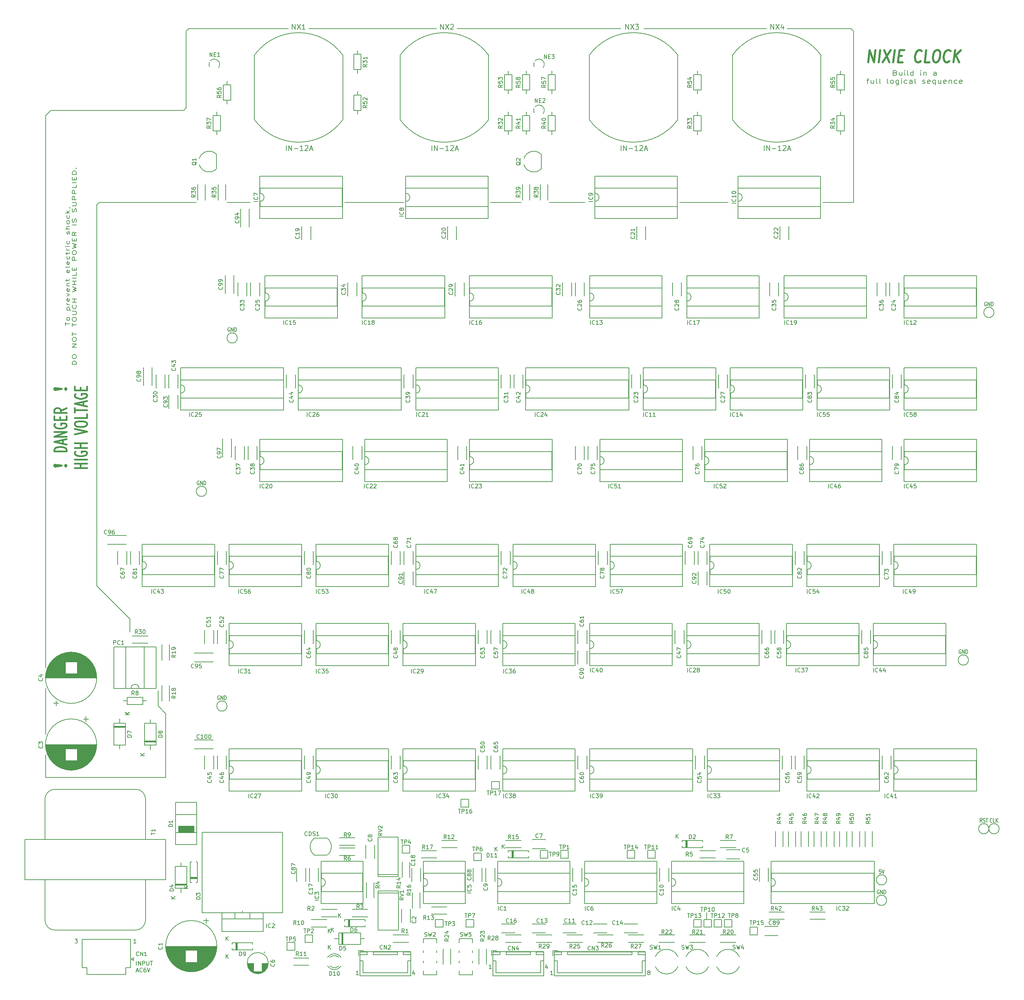
<source format=gto>
G04 #@! TF.GenerationSoftware,KiCad,Pcbnew,(5.1.5-0-10_14)*
G04 #@! TF.CreationDate,2020-09-21T14:52:22+09:00*
G04 #@! TF.ProjectId,retro_clock,72657472-6f5f-4636-9c6f-636b2e6b6963,rev?*
G04 #@! TF.SameCoordinates,Original*
G04 #@! TF.FileFunction,Legend,Top*
G04 #@! TF.FilePolarity,Positive*
%FSLAX46Y46*%
G04 Gerber Fmt 4.6, Leading zero omitted, Abs format (unit mm)*
G04 Created by KiCad (PCBNEW (5.1.5-0-10_14)) date 2020-09-21 14:52:22*
%MOMM*%
%LPD*%
G04 APERTURE LIST*
%ADD10C,0.200000*%
%ADD11C,0.500000*%
%ADD12C,0.400000*%
%ADD13C,0.120000*%
%ADD14C,0.150000*%
G04 APERTURE END LIST*
D10*
X249777857Y-48444285D02*
X249992142Y-48501428D01*
X250063571Y-48558571D01*
X250135000Y-48672857D01*
X250135000Y-48844285D01*
X250063571Y-48958571D01*
X249992142Y-49015714D01*
X249849285Y-49072857D01*
X249277857Y-49072857D01*
X249277857Y-47872857D01*
X249777857Y-47872857D01*
X249920714Y-47930000D01*
X249992142Y-47987142D01*
X250063571Y-48101428D01*
X250063571Y-48215714D01*
X249992142Y-48330000D01*
X249920714Y-48387142D01*
X249777857Y-48444285D01*
X249277857Y-48444285D01*
X251420714Y-48272857D02*
X251420714Y-49072857D01*
X250777857Y-48272857D02*
X250777857Y-48901428D01*
X250849285Y-49015714D01*
X250992142Y-49072857D01*
X251206428Y-49072857D01*
X251349285Y-49015714D01*
X251420714Y-48958571D01*
X252135000Y-49072857D02*
X252135000Y-48272857D01*
X252135000Y-47872857D02*
X252063571Y-47930000D01*
X252135000Y-47987142D01*
X252206428Y-47930000D01*
X252135000Y-47872857D01*
X252135000Y-47987142D01*
X253063571Y-49072857D02*
X252920714Y-49015714D01*
X252849285Y-48901428D01*
X252849285Y-47872857D01*
X254277857Y-49072857D02*
X254277857Y-47872857D01*
X254277857Y-49015714D02*
X254135000Y-49072857D01*
X253849285Y-49072857D01*
X253706428Y-49015714D01*
X253635000Y-48958571D01*
X253563571Y-48844285D01*
X253563571Y-48501428D01*
X253635000Y-48387142D01*
X253706428Y-48330000D01*
X253849285Y-48272857D01*
X254135000Y-48272857D01*
X254277857Y-48330000D01*
X256135000Y-49072857D02*
X256135000Y-48272857D01*
X256135000Y-47872857D02*
X256063571Y-47930000D01*
X256135000Y-47987142D01*
X256206428Y-47930000D01*
X256135000Y-47872857D01*
X256135000Y-47987142D01*
X256849285Y-48272857D02*
X256849285Y-49072857D01*
X256849285Y-48387142D02*
X256920714Y-48330000D01*
X257063571Y-48272857D01*
X257277857Y-48272857D01*
X257420714Y-48330000D01*
X257492142Y-48444285D01*
X257492142Y-49072857D01*
X259992142Y-49072857D02*
X259992142Y-48444285D01*
X259920714Y-48330000D01*
X259777857Y-48272857D01*
X259492142Y-48272857D01*
X259349285Y-48330000D01*
X259992142Y-49015714D02*
X259849285Y-49072857D01*
X259492142Y-49072857D01*
X259349285Y-49015714D01*
X259277857Y-48901428D01*
X259277857Y-48787142D01*
X259349285Y-48672857D01*
X259492142Y-48615714D01*
X259849285Y-48615714D01*
X259992142Y-48558571D01*
X242706428Y-50272857D02*
X243277857Y-50272857D01*
X242920714Y-51072857D02*
X242920714Y-50044285D01*
X242992142Y-49930000D01*
X243135000Y-49872857D01*
X243277857Y-49872857D01*
X244420714Y-50272857D02*
X244420714Y-51072857D01*
X243777857Y-50272857D02*
X243777857Y-50901428D01*
X243849285Y-51015714D01*
X243992142Y-51072857D01*
X244206428Y-51072857D01*
X244349285Y-51015714D01*
X244420714Y-50958571D01*
X245349285Y-51072857D02*
X245206428Y-51015714D01*
X245135000Y-50901428D01*
X245135000Y-49872857D01*
X246135000Y-51072857D02*
X245992142Y-51015714D01*
X245920714Y-50901428D01*
X245920714Y-49872857D01*
X248063571Y-51072857D02*
X247920714Y-51015714D01*
X247849285Y-50901428D01*
X247849285Y-49872857D01*
X248849285Y-51072857D02*
X248706428Y-51015714D01*
X248635000Y-50958571D01*
X248563571Y-50844285D01*
X248563571Y-50501428D01*
X248635000Y-50387142D01*
X248706428Y-50330000D01*
X248849285Y-50272857D01*
X249063571Y-50272857D01*
X249206428Y-50330000D01*
X249277857Y-50387142D01*
X249349285Y-50501428D01*
X249349285Y-50844285D01*
X249277857Y-50958571D01*
X249206428Y-51015714D01*
X249063571Y-51072857D01*
X248849285Y-51072857D01*
X250635000Y-50272857D02*
X250635000Y-51244285D01*
X250563571Y-51358571D01*
X250492142Y-51415714D01*
X250349285Y-51472857D01*
X250135000Y-51472857D01*
X249992142Y-51415714D01*
X250635000Y-51015714D02*
X250492142Y-51072857D01*
X250206428Y-51072857D01*
X250063571Y-51015714D01*
X249992142Y-50958571D01*
X249920714Y-50844285D01*
X249920714Y-50501428D01*
X249992142Y-50387142D01*
X250063571Y-50330000D01*
X250206428Y-50272857D01*
X250492142Y-50272857D01*
X250635000Y-50330000D01*
X251349285Y-51072857D02*
X251349285Y-50272857D01*
X251349285Y-49872857D02*
X251277857Y-49930000D01*
X251349285Y-49987142D01*
X251420714Y-49930000D01*
X251349285Y-49872857D01*
X251349285Y-49987142D01*
X252706428Y-51015714D02*
X252563571Y-51072857D01*
X252277857Y-51072857D01*
X252135000Y-51015714D01*
X252063571Y-50958571D01*
X251992142Y-50844285D01*
X251992142Y-50501428D01*
X252063571Y-50387142D01*
X252135000Y-50330000D01*
X252277857Y-50272857D01*
X252563571Y-50272857D01*
X252706428Y-50330000D01*
X253992142Y-51072857D02*
X253992142Y-50444285D01*
X253920714Y-50330000D01*
X253777857Y-50272857D01*
X253492142Y-50272857D01*
X253349285Y-50330000D01*
X253992142Y-51015714D02*
X253849285Y-51072857D01*
X253492142Y-51072857D01*
X253349285Y-51015714D01*
X253277857Y-50901428D01*
X253277857Y-50787142D01*
X253349285Y-50672857D01*
X253492142Y-50615714D01*
X253849285Y-50615714D01*
X253992142Y-50558571D01*
X254920714Y-51072857D02*
X254777857Y-51015714D01*
X254706428Y-50901428D01*
X254706428Y-49872857D01*
X256563571Y-51015714D02*
X256706428Y-51072857D01*
X256992142Y-51072857D01*
X257135000Y-51015714D01*
X257206428Y-50901428D01*
X257206428Y-50844285D01*
X257135000Y-50730000D01*
X256992142Y-50672857D01*
X256777857Y-50672857D01*
X256635000Y-50615714D01*
X256563571Y-50501428D01*
X256563571Y-50444285D01*
X256635000Y-50330000D01*
X256777857Y-50272857D01*
X256992142Y-50272857D01*
X257135000Y-50330000D01*
X258420714Y-51015714D02*
X258277857Y-51072857D01*
X257992142Y-51072857D01*
X257849285Y-51015714D01*
X257777857Y-50901428D01*
X257777857Y-50444285D01*
X257849285Y-50330000D01*
X257992142Y-50272857D01*
X258277857Y-50272857D01*
X258420714Y-50330000D01*
X258492142Y-50444285D01*
X258492142Y-50558571D01*
X257777857Y-50672857D01*
X259777857Y-50272857D02*
X259777857Y-51472857D01*
X259777857Y-51015714D02*
X259635000Y-51072857D01*
X259349285Y-51072857D01*
X259206428Y-51015714D01*
X259135000Y-50958571D01*
X259063571Y-50844285D01*
X259063571Y-50501428D01*
X259135000Y-50387142D01*
X259206428Y-50330000D01*
X259349285Y-50272857D01*
X259635000Y-50272857D01*
X259777857Y-50330000D01*
X261135000Y-50272857D02*
X261135000Y-51072857D01*
X260492142Y-50272857D02*
X260492142Y-50901428D01*
X260563571Y-51015714D01*
X260706428Y-51072857D01*
X260920714Y-51072857D01*
X261063571Y-51015714D01*
X261135000Y-50958571D01*
X262420714Y-51015714D02*
X262277857Y-51072857D01*
X261992142Y-51072857D01*
X261849285Y-51015714D01*
X261777857Y-50901428D01*
X261777857Y-50444285D01*
X261849285Y-50330000D01*
X261992142Y-50272857D01*
X262277857Y-50272857D01*
X262420714Y-50330000D01*
X262492142Y-50444285D01*
X262492142Y-50558571D01*
X261777857Y-50672857D01*
X263135000Y-50272857D02*
X263135000Y-51072857D01*
X263135000Y-50387142D02*
X263206428Y-50330000D01*
X263349285Y-50272857D01*
X263563571Y-50272857D01*
X263706428Y-50330000D01*
X263777857Y-50444285D01*
X263777857Y-51072857D01*
X265135000Y-51015714D02*
X264992142Y-51072857D01*
X264706428Y-51072857D01*
X264563571Y-51015714D01*
X264492142Y-50958571D01*
X264420714Y-50844285D01*
X264420714Y-50501428D01*
X264492142Y-50387142D01*
X264563571Y-50330000D01*
X264706428Y-50272857D01*
X264992142Y-50272857D01*
X265135000Y-50330000D01*
X266349285Y-51015714D02*
X266206428Y-51072857D01*
X265920714Y-51072857D01*
X265777857Y-51015714D01*
X265706428Y-50901428D01*
X265706428Y-50444285D01*
X265777857Y-50330000D01*
X265920714Y-50272857D01*
X266206428Y-50272857D01*
X266349285Y-50330000D01*
X266420714Y-50444285D01*
X266420714Y-50558571D01*
X265706428Y-50672857D01*
X43687380Y-111234285D02*
X43687380Y-110377142D01*
X44687380Y-110805714D02*
X43687380Y-110805714D01*
X44687380Y-109662857D02*
X44639761Y-109805714D01*
X44592142Y-109877142D01*
X44496904Y-109948571D01*
X44211190Y-109948571D01*
X44115952Y-109877142D01*
X44068333Y-109805714D01*
X44020714Y-109662857D01*
X44020714Y-109448571D01*
X44068333Y-109305714D01*
X44115952Y-109234285D01*
X44211190Y-109162857D01*
X44496904Y-109162857D01*
X44592142Y-109234285D01*
X44639761Y-109305714D01*
X44687380Y-109448571D01*
X44687380Y-109662857D01*
X44020714Y-107377142D02*
X45020714Y-107377142D01*
X44068333Y-107377142D02*
X44020714Y-107234285D01*
X44020714Y-106948571D01*
X44068333Y-106805714D01*
X44115952Y-106734285D01*
X44211190Y-106662857D01*
X44496904Y-106662857D01*
X44592142Y-106734285D01*
X44639761Y-106805714D01*
X44687380Y-106948571D01*
X44687380Y-107234285D01*
X44639761Y-107377142D01*
X44687380Y-106020000D02*
X44020714Y-106020000D01*
X44211190Y-106020000D02*
X44115952Y-105948571D01*
X44068333Y-105877142D01*
X44020714Y-105734285D01*
X44020714Y-105591428D01*
X44639761Y-104520000D02*
X44687380Y-104662857D01*
X44687380Y-104948571D01*
X44639761Y-105091428D01*
X44544523Y-105162857D01*
X44163571Y-105162857D01*
X44068333Y-105091428D01*
X44020714Y-104948571D01*
X44020714Y-104662857D01*
X44068333Y-104520000D01*
X44163571Y-104448571D01*
X44258809Y-104448571D01*
X44354047Y-105162857D01*
X44020714Y-103948571D02*
X44687380Y-103591428D01*
X44020714Y-103234285D01*
X44639761Y-102091428D02*
X44687380Y-102234285D01*
X44687380Y-102520000D01*
X44639761Y-102662857D01*
X44544523Y-102734285D01*
X44163571Y-102734285D01*
X44068333Y-102662857D01*
X44020714Y-102520000D01*
X44020714Y-102234285D01*
X44068333Y-102091428D01*
X44163571Y-102020000D01*
X44258809Y-102020000D01*
X44354047Y-102734285D01*
X44020714Y-101377142D02*
X44687380Y-101377142D01*
X44115952Y-101377142D02*
X44068333Y-101305714D01*
X44020714Y-101162857D01*
X44020714Y-100948571D01*
X44068333Y-100805714D01*
X44163571Y-100734285D01*
X44687380Y-100734285D01*
X44020714Y-100234285D02*
X44020714Y-99662857D01*
X43687380Y-100020000D02*
X44544523Y-100020000D01*
X44639761Y-99948571D01*
X44687380Y-99805714D01*
X44687380Y-99662857D01*
X44639761Y-97448571D02*
X44687380Y-97591428D01*
X44687380Y-97877142D01*
X44639761Y-98020000D01*
X44544523Y-98091428D01*
X44163571Y-98091428D01*
X44068333Y-98020000D01*
X44020714Y-97877142D01*
X44020714Y-97591428D01*
X44068333Y-97448571D01*
X44163571Y-97377142D01*
X44258809Y-97377142D01*
X44354047Y-98091428D01*
X44687380Y-96520000D02*
X44639761Y-96662857D01*
X44544523Y-96734285D01*
X43687380Y-96734285D01*
X44639761Y-95377142D02*
X44687380Y-95520000D01*
X44687380Y-95805714D01*
X44639761Y-95948571D01*
X44544523Y-96020000D01*
X44163571Y-96020000D01*
X44068333Y-95948571D01*
X44020714Y-95805714D01*
X44020714Y-95520000D01*
X44068333Y-95377142D01*
X44163571Y-95305714D01*
X44258809Y-95305714D01*
X44354047Y-96020000D01*
X44639761Y-94020000D02*
X44687380Y-94162857D01*
X44687380Y-94448571D01*
X44639761Y-94591428D01*
X44592142Y-94662857D01*
X44496904Y-94734285D01*
X44211190Y-94734285D01*
X44115952Y-94662857D01*
X44068333Y-94591428D01*
X44020714Y-94448571D01*
X44020714Y-94162857D01*
X44068333Y-94020000D01*
X44020714Y-93591428D02*
X44020714Y-93020000D01*
X43687380Y-93377142D02*
X44544523Y-93377142D01*
X44639761Y-93305714D01*
X44687380Y-93162857D01*
X44687380Y-93020000D01*
X44687380Y-92520000D02*
X44020714Y-92520000D01*
X44211190Y-92520000D02*
X44115952Y-92448571D01*
X44068333Y-92377142D01*
X44020714Y-92234285D01*
X44020714Y-92091428D01*
X44687380Y-91591428D02*
X44020714Y-91591428D01*
X43687380Y-91591428D02*
X43735000Y-91662857D01*
X43782619Y-91591428D01*
X43735000Y-91520000D01*
X43687380Y-91591428D01*
X43782619Y-91591428D01*
X44639761Y-90234285D02*
X44687380Y-90377142D01*
X44687380Y-90662857D01*
X44639761Y-90805714D01*
X44592142Y-90877142D01*
X44496904Y-90948571D01*
X44211190Y-90948571D01*
X44115952Y-90877142D01*
X44068333Y-90805714D01*
X44020714Y-90662857D01*
X44020714Y-90377142D01*
X44068333Y-90234285D01*
X44639761Y-88520000D02*
X44687380Y-88377142D01*
X44687380Y-88091428D01*
X44639761Y-87948571D01*
X44544523Y-87877142D01*
X44496904Y-87877142D01*
X44401666Y-87948571D01*
X44354047Y-88091428D01*
X44354047Y-88305714D01*
X44306428Y-88448571D01*
X44211190Y-88520000D01*
X44163571Y-88520000D01*
X44068333Y-88448571D01*
X44020714Y-88305714D01*
X44020714Y-88091428D01*
X44068333Y-87948571D01*
X44687380Y-87234285D02*
X43687380Y-87234285D01*
X44687380Y-86591428D02*
X44163571Y-86591428D01*
X44068333Y-86662857D01*
X44020714Y-86805714D01*
X44020714Y-87020000D01*
X44068333Y-87162857D01*
X44115952Y-87234285D01*
X44687380Y-85662857D02*
X44639761Y-85805714D01*
X44592142Y-85877142D01*
X44496904Y-85948571D01*
X44211190Y-85948571D01*
X44115952Y-85877142D01*
X44068333Y-85805714D01*
X44020714Y-85662857D01*
X44020714Y-85448571D01*
X44068333Y-85305714D01*
X44115952Y-85234285D01*
X44211190Y-85162857D01*
X44496904Y-85162857D01*
X44592142Y-85234285D01*
X44639761Y-85305714D01*
X44687380Y-85448571D01*
X44687380Y-85662857D01*
X44639761Y-83877142D02*
X44687380Y-84020000D01*
X44687380Y-84305714D01*
X44639761Y-84448571D01*
X44592142Y-84520000D01*
X44496904Y-84591428D01*
X44211190Y-84591428D01*
X44115952Y-84520000D01*
X44068333Y-84448571D01*
X44020714Y-84305714D01*
X44020714Y-84020000D01*
X44068333Y-83877142D01*
X44687380Y-83234285D02*
X43687380Y-83234285D01*
X44306428Y-83091428D02*
X44687380Y-82662857D01*
X44020714Y-82662857D02*
X44401666Y-83234285D01*
X44639761Y-81948571D02*
X44687380Y-81948571D01*
X44782619Y-82020000D01*
X44830238Y-82091428D01*
X46387380Y-120877142D02*
X45387380Y-120877142D01*
X45387380Y-120520000D01*
X45435000Y-120305714D01*
X45530238Y-120162857D01*
X45625476Y-120091428D01*
X45815952Y-120020000D01*
X45958809Y-120020000D01*
X46149285Y-120091428D01*
X46244523Y-120162857D01*
X46339761Y-120305714D01*
X46387380Y-120520000D01*
X46387380Y-120877142D01*
X45387380Y-119091428D02*
X45387380Y-118805714D01*
X45435000Y-118662857D01*
X45530238Y-118520000D01*
X45720714Y-118448571D01*
X46054047Y-118448571D01*
X46244523Y-118520000D01*
X46339761Y-118662857D01*
X46387380Y-118805714D01*
X46387380Y-119091428D01*
X46339761Y-119234285D01*
X46244523Y-119377142D01*
X46054047Y-119448571D01*
X45720714Y-119448571D01*
X45530238Y-119377142D01*
X45435000Y-119234285D01*
X45387380Y-119091428D01*
X46387380Y-116662857D02*
X45387380Y-116662857D01*
X46387380Y-115805714D01*
X45387380Y-115805714D01*
X45387380Y-114805714D02*
X45387380Y-114520000D01*
X45435000Y-114377142D01*
X45530238Y-114234285D01*
X45720714Y-114162857D01*
X46054047Y-114162857D01*
X46244523Y-114234285D01*
X46339761Y-114377142D01*
X46387380Y-114520000D01*
X46387380Y-114805714D01*
X46339761Y-114948571D01*
X46244523Y-115091428D01*
X46054047Y-115162857D01*
X45720714Y-115162857D01*
X45530238Y-115091428D01*
X45435000Y-114948571D01*
X45387380Y-114805714D01*
X45387380Y-113734285D02*
X45387380Y-112877142D01*
X46387380Y-113305714D02*
X45387380Y-113305714D01*
X45387380Y-111448571D02*
X45387380Y-110591428D01*
X46387380Y-111020000D02*
X45387380Y-111020000D01*
X45387380Y-109805714D02*
X45387380Y-109520000D01*
X45435000Y-109377142D01*
X45530238Y-109234285D01*
X45720714Y-109162857D01*
X46054047Y-109162857D01*
X46244523Y-109234285D01*
X46339761Y-109377142D01*
X46387380Y-109520000D01*
X46387380Y-109805714D01*
X46339761Y-109948571D01*
X46244523Y-110091428D01*
X46054047Y-110162857D01*
X45720714Y-110162857D01*
X45530238Y-110091428D01*
X45435000Y-109948571D01*
X45387380Y-109805714D01*
X45387380Y-108520000D02*
X46196904Y-108520000D01*
X46292142Y-108448571D01*
X46339761Y-108377142D01*
X46387380Y-108234285D01*
X46387380Y-107948571D01*
X46339761Y-107805714D01*
X46292142Y-107734285D01*
X46196904Y-107662857D01*
X45387380Y-107662857D01*
X46292142Y-106091428D02*
X46339761Y-106162857D01*
X46387380Y-106377142D01*
X46387380Y-106520000D01*
X46339761Y-106734285D01*
X46244523Y-106877142D01*
X46149285Y-106948571D01*
X45958809Y-107020000D01*
X45815952Y-107020000D01*
X45625476Y-106948571D01*
X45530238Y-106877142D01*
X45435000Y-106734285D01*
X45387380Y-106520000D01*
X45387380Y-106377142D01*
X45435000Y-106162857D01*
X45482619Y-106091428D01*
X46387380Y-105448571D02*
X45387380Y-105448571D01*
X45863571Y-105448571D02*
X45863571Y-104591428D01*
X46387380Y-104591428D02*
X45387380Y-104591428D01*
X45387380Y-102877142D02*
X46387380Y-102520000D01*
X45673095Y-102234285D01*
X46387380Y-101948571D01*
X45387380Y-101591428D01*
X46387380Y-101020000D02*
X45387380Y-101020000D01*
X45863571Y-101020000D02*
X45863571Y-100162857D01*
X46387380Y-100162857D02*
X45387380Y-100162857D01*
X46387380Y-99448571D02*
X45387380Y-99448571D01*
X46387380Y-98020000D02*
X46387380Y-98734285D01*
X45387380Y-98734285D01*
X45863571Y-97520000D02*
X45863571Y-97020000D01*
X46387380Y-96805714D02*
X46387380Y-97520000D01*
X45387380Y-97520000D01*
X45387380Y-96805714D01*
X46387380Y-95020000D02*
X45387380Y-95020000D01*
X45387380Y-94448571D01*
X45435000Y-94305714D01*
X45482619Y-94234285D01*
X45577857Y-94162857D01*
X45720714Y-94162857D01*
X45815952Y-94234285D01*
X45863571Y-94305714D01*
X45911190Y-94448571D01*
X45911190Y-95020000D01*
X45387380Y-93234285D02*
X45387380Y-92948571D01*
X45435000Y-92805714D01*
X45530238Y-92662857D01*
X45720714Y-92591428D01*
X46054047Y-92591428D01*
X46244523Y-92662857D01*
X46339761Y-92805714D01*
X46387380Y-92948571D01*
X46387380Y-93234285D01*
X46339761Y-93377142D01*
X46244523Y-93520000D01*
X46054047Y-93591428D01*
X45720714Y-93591428D01*
X45530238Y-93520000D01*
X45435000Y-93377142D01*
X45387380Y-93234285D01*
X45387380Y-92091428D02*
X46387380Y-91734285D01*
X45673095Y-91448571D01*
X46387380Y-91162857D01*
X45387380Y-90805714D01*
X45863571Y-90234285D02*
X45863571Y-89734285D01*
X46387380Y-89520000D02*
X46387380Y-90234285D01*
X45387380Y-90234285D01*
X45387380Y-89520000D01*
X46387380Y-88020000D02*
X45911190Y-88520000D01*
X46387380Y-88877142D02*
X45387380Y-88877142D01*
X45387380Y-88305714D01*
X45435000Y-88162857D01*
X45482619Y-88091428D01*
X45577857Y-88020000D01*
X45720714Y-88020000D01*
X45815952Y-88091428D01*
X45863571Y-88162857D01*
X45911190Y-88305714D01*
X45911190Y-88877142D01*
X46387380Y-86234285D02*
X45387380Y-86234285D01*
X46339761Y-85591428D02*
X46387380Y-85377142D01*
X46387380Y-85020000D01*
X46339761Y-84877142D01*
X46292142Y-84805714D01*
X46196904Y-84734285D01*
X46101666Y-84734285D01*
X46006428Y-84805714D01*
X45958809Y-84877142D01*
X45911190Y-85020000D01*
X45863571Y-85305714D01*
X45815952Y-85448571D01*
X45768333Y-85520000D01*
X45673095Y-85591428D01*
X45577857Y-85591428D01*
X45482619Y-85520000D01*
X45435000Y-85448571D01*
X45387380Y-85305714D01*
X45387380Y-84948571D01*
X45435000Y-84734285D01*
X46339761Y-83020000D02*
X46387380Y-82805714D01*
X46387380Y-82448571D01*
X46339761Y-82305714D01*
X46292142Y-82234285D01*
X46196904Y-82162857D01*
X46101666Y-82162857D01*
X46006428Y-82234285D01*
X45958809Y-82305714D01*
X45911190Y-82448571D01*
X45863571Y-82734285D01*
X45815952Y-82877142D01*
X45768333Y-82948571D01*
X45673095Y-83020000D01*
X45577857Y-83020000D01*
X45482619Y-82948571D01*
X45435000Y-82877142D01*
X45387380Y-82734285D01*
X45387380Y-82377142D01*
X45435000Y-82162857D01*
X45387380Y-81520000D02*
X46196904Y-81520000D01*
X46292142Y-81448571D01*
X46339761Y-81377142D01*
X46387380Y-81234285D01*
X46387380Y-80948571D01*
X46339761Y-80805714D01*
X46292142Y-80734285D01*
X46196904Y-80662857D01*
X45387380Y-80662857D01*
X46387380Y-79948571D02*
X45387380Y-79948571D01*
X45387380Y-79377142D01*
X45435000Y-79234285D01*
X45482619Y-79162857D01*
X45577857Y-79091428D01*
X45720714Y-79091428D01*
X45815952Y-79162857D01*
X45863571Y-79234285D01*
X45911190Y-79377142D01*
X45911190Y-79948571D01*
X46387380Y-78448571D02*
X45387380Y-78448571D01*
X45387380Y-77877142D01*
X45435000Y-77734285D01*
X45482619Y-77662857D01*
X45577857Y-77591428D01*
X45720714Y-77591428D01*
X45815952Y-77662857D01*
X45863571Y-77734285D01*
X45911190Y-77877142D01*
X45911190Y-78448571D01*
X46387380Y-76234285D02*
X46387380Y-76948571D01*
X45387380Y-76948571D01*
X46387380Y-75734285D02*
X45387380Y-75734285D01*
X45863571Y-75020000D02*
X45863571Y-74520000D01*
X46387380Y-74305714D02*
X46387380Y-75020000D01*
X45387380Y-75020000D01*
X45387380Y-74305714D01*
X46387380Y-73662857D02*
X45387380Y-73662857D01*
X45387380Y-73305714D01*
X45435000Y-73091428D01*
X45530238Y-72948571D01*
X45625476Y-72877142D01*
X45815952Y-72805714D01*
X45958809Y-72805714D01*
X46149285Y-72877142D01*
X46244523Y-72948571D01*
X46339761Y-73091428D01*
X46387380Y-73305714D01*
X46387380Y-73662857D01*
X46292142Y-72162857D02*
X46339761Y-72091428D01*
X46387380Y-72162857D01*
X46339761Y-72234285D01*
X46292142Y-72162857D01*
X46387380Y-72162857D01*
D11*
X243080982Y-45807142D02*
X243455982Y-42807142D01*
X244509553Y-45807142D01*
X244884553Y-42807142D01*
X245700029Y-45807142D02*
X246075029Y-42807142D01*
X247027410Y-42807142D02*
X248319077Y-45807142D01*
X248694077Y-42807142D02*
X246652410Y-45807142D01*
X249271458Y-45807142D02*
X249646458Y-42807142D01*
X250658363Y-44235714D02*
X251491696Y-44235714D01*
X251652410Y-45807142D02*
X250461934Y-45807142D01*
X250836934Y-42807142D01*
X252027410Y-42807142D01*
X256092886Y-45521428D02*
X255955982Y-45664285D01*
X255580982Y-45807142D01*
X255342886Y-45807142D01*
X255003601Y-45664285D01*
X254801220Y-45378571D01*
X254717886Y-45092857D01*
X254670267Y-44521428D01*
X254723839Y-44092857D01*
X254914315Y-43521428D01*
X255069077Y-43235714D01*
X255342886Y-42950000D01*
X255717886Y-42807142D01*
X255955982Y-42807142D01*
X256295267Y-42950000D01*
X256396458Y-43092857D01*
X258319077Y-45807142D02*
X257128601Y-45807142D01*
X257503601Y-42807142D01*
X260003601Y-42807142D02*
X260479791Y-42807142D01*
X260700029Y-42950000D01*
X260902410Y-43235714D01*
X260950029Y-43807142D01*
X260825029Y-44807142D01*
X260634553Y-45378571D01*
X260360744Y-45664285D01*
X260104791Y-45807142D01*
X259628601Y-45807142D01*
X259408363Y-45664285D01*
X259205982Y-45378571D01*
X259158363Y-44807142D01*
X259283363Y-43807142D01*
X259473839Y-43235714D01*
X259747648Y-42950000D01*
X260003601Y-42807142D01*
X263235744Y-45521428D02*
X263098839Y-45664285D01*
X262723839Y-45807142D01*
X262485744Y-45807142D01*
X262146458Y-45664285D01*
X261944077Y-45378571D01*
X261860744Y-45092857D01*
X261813125Y-44521428D01*
X261866696Y-44092857D01*
X262057172Y-43521428D01*
X262211934Y-43235714D01*
X262485744Y-42950000D01*
X262860744Y-42807142D01*
X263098839Y-42807142D01*
X263438125Y-42950000D01*
X263539315Y-43092857D01*
X264271458Y-45807142D02*
X264646458Y-42807142D01*
X265700029Y-45807142D02*
X264842886Y-44092857D01*
X266075029Y-42807142D02*
X264432172Y-44521428D01*
X43616428Y-146050000D02*
X43759285Y-145811904D01*
X43902142Y-146050000D01*
X43759285Y-146288095D01*
X43616428Y-146050000D01*
X43902142Y-146050000D01*
X42759285Y-146050000D02*
X41045000Y-146288095D01*
X40902142Y-146050000D01*
X41045000Y-145811904D01*
X42759285Y-146050000D01*
X40902142Y-146050000D01*
X43616428Y-127000000D02*
X43759285Y-126761904D01*
X43902142Y-127000000D01*
X43759285Y-127238095D01*
X43616428Y-127000000D01*
X43902142Y-127000000D01*
X42759285Y-127000000D02*
X41045000Y-127238095D01*
X40902142Y-127000000D01*
X41045000Y-126761904D01*
X42759285Y-127000000D01*
X40902142Y-127000000D01*
D12*
X48982142Y-146620238D02*
X45982142Y-146620238D01*
X47410714Y-146620238D02*
X47410714Y-145477380D01*
X48982142Y-145477380D02*
X45982142Y-145477380D01*
X48982142Y-144525000D02*
X45982142Y-144525000D01*
X46125000Y-142525000D02*
X45982142Y-142715476D01*
X45982142Y-143001190D01*
X46125000Y-143286904D01*
X46410714Y-143477380D01*
X46696428Y-143572619D01*
X47267857Y-143667857D01*
X47696428Y-143667857D01*
X48267857Y-143572619D01*
X48553571Y-143477380D01*
X48839285Y-143286904D01*
X48982142Y-143001190D01*
X48982142Y-142810714D01*
X48839285Y-142525000D01*
X48696428Y-142429761D01*
X47696428Y-142429761D01*
X47696428Y-142810714D01*
X48982142Y-141572619D02*
X45982142Y-141572619D01*
X47410714Y-141572619D02*
X47410714Y-140429761D01*
X48982142Y-140429761D02*
X45982142Y-140429761D01*
X45982142Y-138239285D02*
X48982142Y-137572619D01*
X45982142Y-136905952D01*
X45982142Y-135858333D02*
X45982142Y-135477380D01*
X46125000Y-135286904D01*
X46410714Y-135096428D01*
X46982142Y-135001190D01*
X47982142Y-135001190D01*
X48553571Y-135096428D01*
X48839285Y-135286904D01*
X48982142Y-135477380D01*
X48982142Y-135858333D01*
X48839285Y-136048809D01*
X48553571Y-136239285D01*
X47982142Y-136334523D01*
X46982142Y-136334523D01*
X46410714Y-136239285D01*
X46125000Y-136048809D01*
X45982142Y-135858333D01*
X48982142Y-133191666D02*
X48982142Y-134144047D01*
X45982142Y-134144047D01*
X45982142Y-132810714D02*
X45982142Y-131667857D01*
X48982142Y-132239285D02*
X45982142Y-132239285D01*
X48125000Y-131096428D02*
X48125000Y-130144047D01*
X48982142Y-131286904D02*
X45982142Y-130620238D01*
X48982142Y-129953571D01*
X46125000Y-128239285D02*
X45982142Y-128429761D01*
X45982142Y-128715476D01*
X46125000Y-129001190D01*
X46410714Y-129191666D01*
X46696428Y-129286904D01*
X47267857Y-129382142D01*
X47696428Y-129382142D01*
X48267857Y-129286904D01*
X48553571Y-129191666D01*
X48839285Y-129001190D01*
X48982142Y-128715476D01*
X48982142Y-128525000D01*
X48839285Y-128239285D01*
X48696428Y-128144047D01*
X47696428Y-128144047D01*
X47696428Y-128525000D01*
X47410714Y-127286904D02*
X47410714Y-126620238D01*
X48982142Y-126334523D02*
X48982142Y-127286904D01*
X45982142Y-127286904D01*
X45982142Y-126334523D01*
X43902142Y-142493333D02*
X40902142Y-142493333D01*
X40902142Y-142017142D01*
X41045000Y-141731428D01*
X41330714Y-141540952D01*
X41616428Y-141445714D01*
X42187857Y-141350476D01*
X42616428Y-141350476D01*
X43187857Y-141445714D01*
X43473571Y-141540952D01*
X43759285Y-141731428D01*
X43902142Y-142017142D01*
X43902142Y-142493333D01*
X43045000Y-140588571D02*
X43045000Y-139636190D01*
X43902142Y-140779047D02*
X40902142Y-140112380D01*
X43902142Y-139445714D01*
X43902142Y-138779047D02*
X40902142Y-138779047D01*
X43902142Y-137636190D01*
X40902142Y-137636190D01*
X41045000Y-135636190D02*
X40902142Y-135826666D01*
X40902142Y-136112380D01*
X41045000Y-136398095D01*
X41330714Y-136588571D01*
X41616428Y-136683809D01*
X42187857Y-136779047D01*
X42616428Y-136779047D01*
X43187857Y-136683809D01*
X43473571Y-136588571D01*
X43759285Y-136398095D01*
X43902142Y-136112380D01*
X43902142Y-135921904D01*
X43759285Y-135636190D01*
X43616428Y-135540952D01*
X42616428Y-135540952D01*
X42616428Y-135921904D01*
X42330714Y-134683809D02*
X42330714Y-134017142D01*
X43902142Y-133731428D02*
X43902142Y-134683809D01*
X40902142Y-134683809D01*
X40902142Y-133731428D01*
X43902142Y-131731428D02*
X42473571Y-132398095D01*
X43902142Y-132874285D02*
X40902142Y-132874285D01*
X40902142Y-132112380D01*
X41045000Y-131921904D01*
X41187857Y-131826666D01*
X41473571Y-131731428D01*
X41902142Y-131731428D01*
X42187857Y-131826666D01*
X42330714Y-131921904D01*
X42473571Y-132112380D01*
X42473571Y-132874285D01*
D10*
X51435000Y-81280000D02*
X51435000Y-175895000D01*
X52070000Y-80645000D02*
X51435000Y-81280000D01*
X76200000Y-80645000D02*
X52070000Y-80645000D01*
X89535000Y-80645000D02*
X83820000Y-80645000D01*
X127635000Y-80645000D02*
X113030000Y-80645000D01*
X156845000Y-80645000D02*
X149225000Y-80645000D01*
X172720000Y-80645000D02*
X163830000Y-80645000D01*
X208280000Y-80645000D02*
X196215000Y-80645000D01*
X239395000Y-80645000D02*
X231775000Y-80645000D01*
X239395000Y-38100000D02*
X239395000Y-80645000D01*
X238760000Y-37465000D02*
X239395000Y-38100000D01*
X222885000Y-37465000D02*
X238760000Y-37465000D01*
X187325000Y-37465000D02*
X217805000Y-37465000D01*
X140970000Y-37465000D02*
X181610000Y-37465000D01*
X104140000Y-37465000D02*
X135890000Y-37465000D01*
X74295000Y-37465000D02*
X99060000Y-37465000D01*
X73660000Y-38100000D02*
X74295000Y-37465000D01*
X73660000Y-57150000D02*
X73660000Y-38100000D01*
X73025000Y-57785000D02*
X73660000Y-57150000D01*
X40005000Y-57785000D02*
X73025000Y-57785000D01*
X38735000Y-59055000D02*
X40005000Y-57785000D01*
X38735000Y-201295000D02*
X38735000Y-212725000D01*
X66675000Y-205740000D02*
X66675000Y-201930000D01*
X68580000Y-207645000D02*
X66675000Y-205740000D01*
X68580000Y-223520000D02*
X68580000Y-207645000D01*
X38735000Y-223520000D02*
X68580000Y-223520000D01*
X38735000Y-217805000D02*
X38735000Y-223520000D01*
X59690000Y-184150000D02*
X59690000Y-187325000D01*
X51435000Y-175895000D02*
X59690000Y-184150000D01*
X38735000Y-196215000D02*
X38735000Y-59055000D01*
X83820000Y-205740000D02*
G75*
G03X83820000Y-205740000I-1270000J0D01*
G01*
X81940476Y-203208000D02*
X81864285Y-203160380D01*
X81750000Y-203160380D01*
X81635714Y-203208000D01*
X81559523Y-203303238D01*
X81521428Y-203398476D01*
X81483333Y-203588952D01*
X81483333Y-203731809D01*
X81521428Y-203922285D01*
X81559523Y-204017523D01*
X81635714Y-204112761D01*
X81750000Y-204160380D01*
X81826190Y-204160380D01*
X81940476Y-204112761D01*
X81978571Y-204065142D01*
X81978571Y-203731809D01*
X81826190Y-203731809D01*
X82321428Y-204160380D02*
X82321428Y-203160380D01*
X82778571Y-204160380D01*
X82778571Y-203160380D01*
X83159523Y-204160380D02*
X83159523Y-203160380D01*
X83350000Y-203160380D01*
X83464285Y-203208000D01*
X83540476Y-203303238D01*
X83578571Y-203398476D01*
X83616666Y-203588952D01*
X83616666Y-203731809D01*
X83578571Y-203922285D01*
X83540476Y-204017523D01*
X83464285Y-204112761D01*
X83350000Y-204160380D01*
X83159523Y-204160380D01*
X78740000Y-152400000D02*
G75*
G03X78740000Y-152400000I-1270000J0D01*
G01*
X76860476Y-149868000D02*
X76784285Y-149820380D01*
X76670000Y-149820380D01*
X76555714Y-149868000D01*
X76479523Y-149963238D01*
X76441428Y-150058476D01*
X76403333Y-150248952D01*
X76403333Y-150391809D01*
X76441428Y-150582285D01*
X76479523Y-150677523D01*
X76555714Y-150772761D01*
X76670000Y-150820380D01*
X76746190Y-150820380D01*
X76860476Y-150772761D01*
X76898571Y-150725142D01*
X76898571Y-150391809D01*
X76746190Y-150391809D01*
X77241428Y-150820380D02*
X77241428Y-149820380D01*
X77698571Y-150820380D01*
X77698571Y-149820380D01*
X78079523Y-150820380D02*
X78079523Y-149820380D01*
X78270000Y-149820380D01*
X78384285Y-149868000D01*
X78460476Y-149963238D01*
X78498571Y-150058476D01*
X78536666Y-150248952D01*
X78536666Y-150391809D01*
X78498571Y-150582285D01*
X78460476Y-150677523D01*
X78384285Y-150772761D01*
X78270000Y-150820380D01*
X78079523Y-150820380D01*
X86360000Y-114300000D02*
G75*
G03X86360000Y-114300000I-1270000J0D01*
G01*
X84480476Y-111768000D02*
X84404285Y-111720380D01*
X84290000Y-111720380D01*
X84175714Y-111768000D01*
X84099523Y-111863238D01*
X84061428Y-111958476D01*
X84023333Y-112148952D01*
X84023333Y-112291809D01*
X84061428Y-112482285D01*
X84099523Y-112577523D01*
X84175714Y-112672761D01*
X84290000Y-112720380D01*
X84366190Y-112720380D01*
X84480476Y-112672761D01*
X84518571Y-112625142D01*
X84518571Y-112291809D01*
X84366190Y-112291809D01*
X84861428Y-112720380D02*
X84861428Y-111720380D01*
X85318571Y-112720380D01*
X85318571Y-111720380D01*
X85699523Y-112720380D02*
X85699523Y-111720380D01*
X85890000Y-111720380D01*
X86004285Y-111768000D01*
X86080476Y-111863238D01*
X86118571Y-111958476D01*
X86156666Y-112148952D01*
X86156666Y-112291809D01*
X86118571Y-112482285D01*
X86080476Y-112577523D01*
X86004285Y-112672761D01*
X85890000Y-112720380D01*
X85699523Y-112720380D01*
X274320000Y-107950000D02*
G75*
G03X274320000Y-107950000I-1270000J0D01*
G01*
X272440476Y-105418000D02*
X272364285Y-105370380D01*
X272250000Y-105370380D01*
X272135714Y-105418000D01*
X272059523Y-105513238D01*
X272021428Y-105608476D01*
X271983333Y-105798952D01*
X271983333Y-105941809D01*
X272021428Y-106132285D01*
X272059523Y-106227523D01*
X272135714Y-106322761D01*
X272250000Y-106370380D01*
X272326190Y-106370380D01*
X272440476Y-106322761D01*
X272478571Y-106275142D01*
X272478571Y-105941809D01*
X272326190Y-105941809D01*
X272821428Y-106370380D02*
X272821428Y-105370380D01*
X273278571Y-106370380D01*
X273278571Y-105370380D01*
X273659523Y-106370380D02*
X273659523Y-105370380D01*
X273850000Y-105370380D01*
X273964285Y-105418000D01*
X274040476Y-105513238D01*
X274078571Y-105608476D01*
X274116666Y-105798952D01*
X274116666Y-105941809D01*
X274078571Y-106132285D01*
X274040476Y-106227523D01*
X273964285Y-106322761D01*
X273850000Y-106370380D01*
X273659523Y-106370380D01*
X267970000Y-194310000D02*
G75*
G03X267970000Y-194310000I-1270000J0D01*
G01*
X266090476Y-191778000D02*
X266014285Y-191730380D01*
X265900000Y-191730380D01*
X265785714Y-191778000D01*
X265709523Y-191873238D01*
X265671428Y-191968476D01*
X265633333Y-192158952D01*
X265633333Y-192301809D01*
X265671428Y-192492285D01*
X265709523Y-192587523D01*
X265785714Y-192682761D01*
X265900000Y-192730380D01*
X265976190Y-192730380D01*
X266090476Y-192682761D01*
X266128571Y-192635142D01*
X266128571Y-192301809D01*
X265976190Y-192301809D01*
X266471428Y-192730380D02*
X266471428Y-191730380D01*
X266928571Y-192730380D01*
X266928571Y-191730380D01*
X267309523Y-192730380D02*
X267309523Y-191730380D01*
X267500000Y-191730380D01*
X267614285Y-191778000D01*
X267690476Y-191873238D01*
X267728571Y-191968476D01*
X267766666Y-192158952D01*
X267766666Y-192301809D01*
X267728571Y-192492285D01*
X267690476Y-192587523D01*
X267614285Y-192682761D01*
X267500000Y-192730380D01*
X267309523Y-192730380D01*
X188470952Y-271914952D02*
X188375714Y-271867333D01*
X188328095Y-271819714D01*
X188280476Y-271724476D01*
X188280476Y-271676857D01*
X188328095Y-271581619D01*
X188375714Y-271534000D01*
X188470952Y-271486380D01*
X188661428Y-271486380D01*
X188756666Y-271534000D01*
X188804285Y-271581619D01*
X188851904Y-271676857D01*
X188851904Y-271724476D01*
X188804285Y-271819714D01*
X188756666Y-271867333D01*
X188661428Y-271914952D01*
X188470952Y-271914952D01*
X188375714Y-271962571D01*
X188328095Y-272010190D01*
X188280476Y-272105428D01*
X188280476Y-272295904D01*
X188328095Y-272391142D01*
X188375714Y-272438761D01*
X188470952Y-272486380D01*
X188661428Y-272486380D01*
X188756666Y-272438761D01*
X188804285Y-272391142D01*
X188851904Y-272295904D01*
X188851904Y-272105428D01*
X188804285Y-272010190D01*
X188756666Y-271962571D01*
X188661428Y-271914952D01*
X163356666Y-270295714D02*
X163356666Y-270962380D01*
X163118571Y-269914761D02*
X162880476Y-270629047D01*
X163499523Y-270629047D01*
X164721904Y-272486380D02*
X164150476Y-272486380D01*
X164436190Y-272486380D02*
X164436190Y-271486380D01*
X164340952Y-271629238D01*
X164245714Y-271724476D01*
X164150476Y-271772095D01*
X149481904Y-270962380D02*
X148910476Y-270962380D01*
X149196190Y-270962380D02*
X149196190Y-269962380D01*
X149100952Y-270105238D01*
X149005714Y-270200476D01*
X148910476Y-270248095D01*
X130336666Y-271819714D02*
X130336666Y-272486380D01*
X130098571Y-271438761D02*
X129860476Y-272153047D01*
X130479523Y-272153047D01*
X116461904Y-272486380D02*
X115890476Y-272486380D01*
X116176190Y-272486380D02*
X116176190Y-271486380D01*
X116080952Y-271629238D01*
X115985714Y-271724476D01*
X115890476Y-271772095D01*
X245770476Y-251468000D02*
X245694285Y-251420380D01*
X245580000Y-251420380D01*
X245465714Y-251468000D01*
X245389523Y-251563238D01*
X245351428Y-251658476D01*
X245313333Y-251848952D01*
X245313333Y-251991809D01*
X245351428Y-252182285D01*
X245389523Y-252277523D01*
X245465714Y-252372761D01*
X245580000Y-252420380D01*
X245656190Y-252420380D01*
X245770476Y-252372761D01*
X245808571Y-252325142D01*
X245808571Y-251991809D01*
X245656190Y-251991809D01*
X246151428Y-252420380D02*
X246151428Y-251420380D01*
X246608571Y-252420380D01*
X246608571Y-251420380D01*
X246989523Y-252420380D02*
X246989523Y-251420380D01*
X247180000Y-251420380D01*
X247294285Y-251468000D01*
X247370476Y-251563238D01*
X247408571Y-251658476D01*
X247446666Y-251848952D01*
X247446666Y-251991809D01*
X247408571Y-252182285D01*
X247370476Y-252277523D01*
X247294285Y-252372761D01*
X247180000Y-252420380D01*
X246989523Y-252420380D01*
X246227619Y-246340380D02*
X245846666Y-246340380D01*
X245808571Y-246816571D01*
X245846666Y-246768952D01*
X245922857Y-246721333D01*
X246113333Y-246721333D01*
X246189523Y-246768952D01*
X246227619Y-246816571D01*
X246265714Y-246911809D01*
X246265714Y-247149904D01*
X246227619Y-247245142D01*
X246189523Y-247292761D01*
X246113333Y-247340380D01*
X245922857Y-247340380D01*
X245846666Y-247292761D01*
X245808571Y-247245142D01*
X246494285Y-246340380D02*
X246760952Y-247340380D01*
X247027619Y-246340380D01*
X271341904Y-234640380D02*
X271075238Y-234164190D01*
X270884761Y-234640380D02*
X270884761Y-233640380D01*
X271189523Y-233640380D01*
X271265714Y-233688000D01*
X271303809Y-233735619D01*
X271341904Y-233830857D01*
X271341904Y-233973714D01*
X271303809Y-234068952D01*
X271265714Y-234116571D01*
X271189523Y-234164190D01*
X270884761Y-234164190D01*
X271646666Y-234592761D02*
X271760952Y-234640380D01*
X271951428Y-234640380D01*
X272027619Y-234592761D01*
X272065714Y-234545142D01*
X272103809Y-234449904D01*
X272103809Y-234354666D01*
X272065714Y-234259428D01*
X272027619Y-234211809D01*
X271951428Y-234164190D01*
X271799047Y-234116571D01*
X271722857Y-234068952D01*
X271684761Y-234021333D01*
X271646666Y-233926095D01*
X271646666Y-233830857D01*
X271684761Y-233735619D01*
X271722857Y-233688000D01*
X271799047Y-233640380D01*
X271989523Y-233640380D01*
X272103809Y-233688000D01*
X272332380Y-233640380D02*
X272789523Y-233640380D01*
X272560952Y-234640380D02*
X272560952Y-233640380D01*
X273843809Y-234545142D02*
X273805714Y-234592761D01*
X273691428Y-234640380D01*
X273615238Y-234640380D01*
X273500952Y-234592761D01*
X273424761Y-234497523D01*
X273386666Y-234402285D01*
X273348571Y-234211809D01*
X273348571Y-234068952D01*
X273386666Y-233878476D01*
X273424761Y-233783238D01*
X273500952Y-233688000D01*
X273615238Y-233640380D01*
X273691428Y-233640380D01*
X273805714Y-233688000D01*
X273843809Y-233735619D01*
X274567619Y-234640380D02*
X274186666Y-234640380D01*
X274186666Y-233640380D01*
X274834285Y-234640380D02*
X274834285Y-233640380D01*
X275291428Y-234640380D02*
X274948571Y-234068952D01*
X275291428Y-233640380D02*
X274834285Y-234211809D01*
X275590000Y-236220000D02*
G75*
G03X275590000Y-236220000I-1270000J0D01*
G01*
X273050000Y-236220000D02*
G75*
G03X273050000Y-236220000I-1270000J0D01*
G01*
X202946000Y-257048000D02*
X202946000Y-258699000D01*
X247650000Y-254000000D02*
G75*
G03X247650000Y-254000000I-1270000J0D01*
G01*
X247650000Y-248920000D02*
G75*
G03X247650000Y-248920000I-1270000J0D01*
G01*
X46050476Y-263612380D02*
X46669523Y-263612380D01*
X46336190Y-263993333D01*
X46479047Y-263993333D01*
X46574285Y-264040952D01*
X46621904Y-264088571D01*
X46669523Y-264183809D01*
X46669523Y-264421904D01*
X46621904Y-264517142D01*
X46574285Y-264564761D01*
X46479047Y-264612380D01*
X46193333Y-264612380D01*
X46098095Y-264564761D01*
X46050476Y-264517142D01*
X61216904Y-264612380D02*
X60645476Y-264612380D01*
X60931190Y-264612380D02*
X60931190Y-263612380D01*
X60835952Y-263755238D01*
X60740714Y-263850476D01*
X60645476Y-263898095D01*
X61328095Y-270112380D02*
X61328095Y-269112380D01*
X61804285Y-270112380D02*
X61804285Y-269112380D01*
X62375714Y-270112380D01*
X62375714Y-269112380D01*
X62851904Y-270112380D02*
X62851904Y-269112380D01*
X63232857Y-269112380D01*
X63328095Y-269160000D01*
X63375714Y-269207619D01*
X63423333Y-269302857D01*
X63423333Y-269445714D01*
X63375714Y-269540952D01*
X63328095Y-269588571D01*
X63232857Y-269636190D01*
X62851904Y-269636190D01*
X63851904Y-269112380D02*
X63851904Y-269921904D01*
X63899523Y-270017142D01*
X63947142Y-270064761D01*
X64042380Y-270112380D01*
X64232857Y-270112380D01*
X64328095Y-270064761D01*
X64375714Y-270017142D01*
X64423333Y-269921904D01*
X64423333Y-269112380D01*
X64756666Y-269112380D02*
X65328095Y-269112380D01*
X65042380Y-270112380D02*
X65042380Y-269112380D01*
X61280476Y-271526666D02*
X61756666Y-271526666D01*
X61185238Y-271812380D02*
X61518571Y-270812380D01*
X61851904Y-271812380D01*
X62756666Y-271717142D02*
X62709047Y-271764761D01*
X62566190Y-271812380D01*
X62470952Y-271812380D01*
X62328095Y-271764761D01*
X62232857Y-271669523D01*
X62185238Y-271574285D01*
X62137619Y-271383809D01*
X62137619Y-271240952D01*
X62185238Y-271050476D01*
X62232857Y-270955238D01*
X62328095Y-270860000D01*
X62470952Y-270812380D01*
X62566190Y-270812380D01*
X62709047Y-270860000D01*
X62756666Y-270907619D01*
X63613809Y-270812380D02*
X63423333Y-270812380D01*
X63328095Y-270860000D01*
X63280476Y-270907619D01*
X63185238Y-271050476D01*
X63137619Y-271240952D01*
X63137619Y-271621904D01*
X63185238Y-271717142D01*
X63232857Y-271764761D01*
X63328095Y-271812380D01*
X63518571Y-271812380D01*
X63613809Y-271764761D01*
X63661428Y-271717142D01*
X63709047Y-271621904D01*
X63709047Y-271383809D01*
X63661428Y-271288571D01*
X63613809Y-271240952D01*
X63518571Y-271193333D01*
X63328095Y-271193333D01*
X63232857Y-271240952D01*
X63185238Y-271288571D01*
X63137619Y-271383809D01*
X63994761Y-270812380D02*
X64328095Y-271812380D01*
X64661428Y-270812380D01*
X60310000Y-188310000D02*
X64150000Y-188310000D01*
X60310000Y-190150000D02*
X64150000Y-190150000D01*
X87630000Y-257070000D02*
X87630000Y-256570000D01*
X77630000Y-237070000D02*
X77630000Y-257070000D01*
X97630000Y-237070000D02*
X77630000Y-237070000D01*
X97630000Y-257070000D02*
X97630000Y-237070000D01*
X77630000Y-257070000D02*
X97630000Y-257070000D01*
X105985000Y-220615000D02*
G75*
G02X105985000Y-222615000I0J-1000000D01*
G01*
X105985000Y-222615000D02*
X105985000Y-223865000D01*
X105985000Y-223865000D02*
X123885000Y-223865000D01*
X123885000Y-223865000D02*
X123885000Y-219365000D01*
X123885000Y-219365000D02*
X105985000Y-219365000D01*
X105985000Y-219365000D02*
X105985000Y-220615000D01*
X105925000Y-226865000D02*
X123945000Y-226865000D01*
X123945000Y-226865000D02*
X123945000Y-216365000D01*
X123945000Y-216365000D02*
X105925000Y-216365000D01*
X105925000Y-216365000D02*
X105925000Y-226865000D01*
X84395000Y-189500000D02*
G75*
G02X84395000Y-191500000I0J-1000000D01*
G01*
X84395000Y-191500000D02*
X84395000Y-192750000D01*
X84395000Y-192750000D02*
X102295000Y-192750000D01*
X102295000Y-192750000D02*
X102295000Y-188250000D01*
X102295000Y-188250000D02*
X84395000Y-188250000D01*
X84395000Y-188250000D02*
X84395000Y-189500000D01*
X84335000Y-195750000D02*
X102355000Y-195750000D01*
X102355000Y-195750000D02*
X102355000Y-185250000D01*
X102355000Y-185250000D02*
X84335000Y-185250000D01*
X84335000Y-185250000D02*
X84335000Y-195750000D01*
X140985000Y-240950000D02*
X137145000Y-240950000D01*
X140985000Y-239110000D02*
X137145000Y-239110000D01*
X76073000Y-244475000D02*
X76454000Y-244475000D01*
X76073000Y-249555000D02*
X76454000Y-249555000D01*
X74676000Y-248666000D02*
X76454000Y-248666000D01*
X74676000Y-244475000D02*
X75057000Y-244475000D01*
X74676000Y-249555000D02*
X75057000Y-249555000D01*
X74676000Y-249555000D02*
X74676000Y-244475000D01*
X76454000Y-249555000D02*
X76454000Y-244475000D01*
X74676000Y-248412000D02*
X76454000Y-248412000D01*
X74676000Y-248285000D02*
X76454000Y-248285000D01*
X74676000Y-248539000D02*
X76454000Y-248539000D01*
X81300000Y-265390000D02*
G75*
G03X81300000Y-265390000I-6370000J0D01*
G01*
D13*
X81260000Y-265390000D02*
X68600000Y-265390000D01*
X81260000Y-265430000D02*
X68600000Y-265430000D01*
X81260000Y-265470000D02*
X68600000Y-265470000D01*
X81259000Y-265510000D02*
X68601000Y-265510000D01*
X81258000Y-265550000D02*
X68602000Y-265550000D01*
X81257000Y-265590000D02*
X68603000Y-265590000D01*
X81256000Y-265630000D02*
X68604000Y-265630000D01*
X81254000Y-265670000D02*
X68606000Y-265670000D01*
X81252000Y-265710000D02*
X68608000Y-265710000D01*
X81250000Y-265750000D02*
X68610000Y-265750000D01*
X81248000Y-265790000D02*
X68612000Y-265790000D01*
X81245000Y-265830000D02*
X68615000Y-265830000D01*
X81242000Y-265870000D02*
X68618000Y-265870000D01*
X81239000Y-265910000D02*
X68621000Y-265910000D01*
X81236000Y-265950000D02*
X68624000Y-265950000D01*
X81232000Y-265990000D02*
X68628000Y-265990000D01*
X81228000Y-266030000D02*
X68632000Y-266030000D01*
X81224000Y-266070000D02*
X68636000Y-266070000D01*
X81220000Y-266111000D02*
X68640000Y-266111000D01*
X81215000Y-266151000D02*
X68645000Y-266151000D01*
X81210000Y-266191000D02*
X68650000Y-266191000D01*
X81205000Y-266231000D02*
X68655000Y-266231000D01*
X81199000Y-266271000D02*
X68661000Y-266271000D01*
X81194000Y-266311000D02*
X68666000Y-266311000D01*
X81188000Y-266351000D02*
X68672000Y-266351000D01*
X81182000Y-266391000D02*
X68678000Y-266391000D01*
X81175000Y-266431000D02*
X68685000Y-266431000D01*
X81168000Y-266471000D02*
X76370000Y-266471000D01*
X73490000Y-266471000D02*
X68692000Y-266471000D01*
X81161000Y-266511000D02*
X76370000Y-266511000D01*
X73490000Y-266511000D02*
X68699000Y-266511000D01*
X81154000Y-266551000D02*
X76370000Y-266551000D01*
X73490000Y-266551000D02*
X68706000Y-266551000D01*
X81146000Y-266591000D02*
X76370000Y-266591000D01*
X73490000Y-266591000D02*
X68714000Y-266591000D01*
X81139000Y-266631000D02*
X76370000Y-266631000D01*
X73490000Y-266631000D02*
X68721000Y-266631000D01*
X81131000Y-266671000D02*
X76370000Y-266671000D01*
X73490000Y-266671000D02*
X68729000Y-266671000D01*
X81122000Y-266711000D02*
X76370000Y-266711000D01*
X73490000Y-266711000D02*
X68738000Y-266711000D01*
X81114000Y-266751000D02*
X76370000Y-266751000D01*
X73490000Y-266751000D02*
X68746000Y-266751000D01*
X81105000Y-266791000D02*
X76370000Y-266791000D01*
X73490000Y-266791000D02*
X68755000Y-266791000D01*
X81096000Y-266831000D02*
X76370000Y-266831000D01*
X73490000Y-266831000D02*
X68764000Y-266831000D01*
X81086000Y-266871000D02*
X76370000Y-266871000D01*
X73490000Y-266871000D02*
X68774000Y-266871000D01*
X81076000Y-266911000D02*
X76370000Y-266911000D01*
X73490000Y-266911000D02*
X68784000Y-266911000D01*
X81067000Y-266951000D02*
X76370000Y-266951000D01*
X73490000Y-266951000D02*
X68793000Y-266951000D01*
X81056000Y-266991000D02*
X76370000Y-266991000D01*
X73490000Y-266991000D02*
X68804000Y-266991000D01*
X81046000Y-267031000D02*
X76370000Y-267031000D01*
X73490000Y-267031000D02*
X68814000Y-267031000D01*
X81035000Y-267071000D02*
X76370000Y-267071000D01*
X73490000Y-267071000D02*
X68825000Y-267071000D01*
X81024000Y-267111000D02*
X76370000Y-267111000D01*
X73490000Y-267111000D02*
X68836000Y-267111000D01*
X81013000Y-267151000D02*
X76370000Y-267151000D01*
X73490000Y-267151000D02*
X68847000Y-267151000D01*
X81001000Y-267191000D02*
X76370000Y-267191000D01*
X73490000Y-267191000D02*
X68859000Y-267191000D01*
X80989000Y-267231000D02*
X76370000Y-267231000D01*
X73490000Y-267231000D02*
X68871000Y-267231000D01*
X80977000Y-267271000D02*
X76370000Y-267271000D01*
X73490000Y-267271000D02*
X68883000Y-267271000D01*
X80964000Y-267311000D02*
X76370000Y-267311000D01*
X73490000Y-267311000D02*
X68896000Y-267311000D01*
X80951000Y-267351000D02*
X76370000Y-267351000D01*
X73490000Y-267351000D02*
X68909000Y-267351000D01*
X80938000Y-267391000D02*
X76370000Y-267391000D01*
X73490000Y-267391000D02*
X68922000Y-267391000D01*
X80925000Y-267431000D02*
X76370000Y-267431000D01*
X73490000Y-267431000D02*
X68935000Y-267431000D01*
X80911000Y-267471000D02*
X76370000Y-267471000D01*
X73490000Y-267471000D02*
X68949000Y-267471000D01*
X80897000Y-267511000D02*
X76370000Y-267511000D01*
X73490000Y-267511000D02*
X68963000Y-267511000D01*
X80883000Y-267551000D02*
X76370000Y-267551000D01*
X73490000Y-267551000D02*
X68977000Y-267551000D01*
X80869000Y-267591000D02*
X76370000Y-267591000D01*
X73490000Y-267591000D02*
X68991000Y-267591000D01*
X80854000Y-267631000D02*
X76370000Y-267631000D01*
X73490000Y-267631000D02*
X69006000Y-267631000D01*
X80838000Y-267671000D02*
X76370000Y-267671000D01*
X73490000Y-267671000D02*
X69022000Y-267671000D01*
X80823000Y-267711000D02*
X76370000Y-267711000D01*
X73490000Y-267711000D02*
X69037000Y-267711000D01*
X80807000Y-267751000D02*
X76370000Y-267751000D01*
X73490000Y-267751000D02*
X69053000Y-267751000D01*
X80791000Y-267791000D02*
X76370000Y-267791000D01*
X73490000Y-267791000D02*
X69069000Y-267791000D01*
X80775000Y-267831000D02*
X76370000Y-267831000D01*
X73490000Y-267831000D02*
X69085000Y-267831000D01*
X80758000Y-267871000D02*
X76370000Y-267871000D01*
X73490000Y-267871000D02*
X69102000Y-267871000D01*
X80741000Y-267911000D02*
X76370000Y-267911000D01*
X73490000Y-267911000D02*
X69119000Y-267911000D01*
X80723000Y-267951000D02*
X76370000Y-267951000D01*
X73490000Y-267951000D02*
X69137000Y-267951000D01*
X80706000Y-267991000D02*
X76370000Y-267991000D01*
X73490000Y-267991000D02*
X69154000Y-267991000D01*
X80688000Y-268031000D02*
X76370000Y-268031000D01*
X73490000Y-268031000D02*
X69172000Y-268031000D01*
X80669000Y-268071000D02*
X76370000Y-268071000D01*
X73490000Y-268071000D02*
X69191000Y-268071000D01*
X80651000Y-268111000D02*
X76370000Y-268111000D01*
X73490000Y-268111000D02*
X69209000Y-268111000D01*
X80632000Y-268151000D02*
X76370000Y-268151000D01*
X73490000Y-268151000D02*
X69228000Y-268151000D01*
X80612000Y-268191000D02*
X76370000Y-268191000D01*
X73490000Y-268191000D02*
X69248000Y-268191000D01*
X80592000Y-268231000D02*
X76370000Y-268231000D01*
X73490000Y-268231000D02*
X69268000Y-268231000D01*
X80572000Y-268271000D02*
X76370000Y-268271000D01*
X73490000Y-268271000D02*
X69288000Y-268271000D01*
X80552000Y-268311000D02*
X76370000Y-268311000D01*
X73490000Y-268311000D02*
X69308000Y-268311000D01*
X80531000Y-268351000D02*
X76370000Y-268351000D01*
X73490000Y-268351000D02*
X69329000Y-268351000D01*
X80510000Y-268391000D02*
X76370000Y-268391000D01*
X73490000Y-268391000D02*
X69350000Y-268391000D01*
X80488000Y-268431000D02*
X76370000Y-268431000D01*
X73490000Y-268431000D02*
X69372000Y-268431000D01*
X80466000Y-268471000D02*
X76370000Y-268471000D01*
X73490000Y-268471000D02*
X69394000Y-268471000D01*
X80444000Y-268511000D02*
X76370000Y-268511000D01*
X73490000Y-268511000D02*
X69416000Y-268511000D01*
X80421000Y-268551000D02*
X76370000Y-268551000D01*
X73490000Y-268551000D02*
X69439000Y-268551000D01*
X80398000Y-268591000D02*
X76370000Y-268591000D01*
X73490000Y-268591000D02*
X69462000Y-268591000D01*
X80375000Y-268631000D02*
X76370000Y-268631000D01*
X73490000Y-268631000D02*
X69485000Y-268631000D01*
X80351000Y-268671000D02*
X76370000Y-268671000D01*
X73490000Y-268671000D02*
X69509000Y-268671000D01*
X80327000Y-268711000D02*
X76370000Y-268711000D01*
X73490000Y-268711000D02*
X69533000Y-268711000D01*
X80302000Y-268751000D02*
X76370000Y-268751000D01*
X73490000Y-268751000D02*
X69558000Y-268751000D01*
X80277000Y-268791000D02*
X76370000Y-268791000D01*
X73490000Y-268791000D02*
X69583000Y-268791000D01*
X80252000Y-268831000D02*
X76370000Y-268831000D01*
X73490000Y-268831000D02*
X69608000Y-268831000D01*
X80226000Y-268871000D02*
X76370000Y-268871000D01*
X73490000Y-268871000D02*
X69634000Y-268871000D01*
X80200000Y-268911000D02*
X76370000Y-268911000D01*
X73490000Y-268911000D02*
X69660000Y-268911000D01*
X80173000Y-268951000D02*
X76370000Y-268951000D01*
X73490000Y-268951000D02*
X69687000Y-268951000D01*
X80146000Y-268991000D02*
X76370000Y-268991000D01*
X73490000Y-268991000D02*
X69714000Y-268991000D01*
X80118000Y-269031000D02*
X76370000Y-269031000D01*
X73490000Y-269031000D02*
X69742000Y-269031000D01*
X80090000Y-269071000D02*
X76370000Y-269071000D01*
X73490000Y-269071000D02*
X69770000Y-269071000D01*
X80061000Y-269111000D02*
X76370000Y-269111000D01*
X73490000Y-269111000D02*
X69799000Y-269111000D01*
X80032000Y-269151000D02*
X76370000Y-269151000D01*
X73490000Y-269151000D02*
X69828000Y-269151000D01*
X80003000Y-269191000D02*
X76370000Y-269191000D01*
X73490000Y-269191000D02*
X69857000Y-269191000D01*
X79973000Y-269231000D02*
X76370000Y-269231000D01*
X73490000Y-269231000D02*
X69887000Y-269231000D01*
X79942000Y-269271000D02*
X76370000Y-269271000D01*
X73490000Y-269271000D02*
X69918000Y-269271000D01*
X79912000Y-269311000D02*
X76370000Y-269311000D01*
X73490000Y-269311000D02*
X69948000Y-269311000D01*
X79880000Y-269351000D02*
X69980000Y-269351000D01*
X79848000Y-269391000D02*
X70012000Y-269391000D01*
X79815000Y-269431000D02*
X70045000Y-269431000D01*
X79782000Y-269471000D02*
X70078000Y-269471000D01*
X79749000Y-269511000D02*
X70111000Y-269511000D01*
X79715000Y-269551000D02*
X70145000Y-269551000D01*
X79680000Y-269591000D02*
X70180000Y-269591000D01*
X79644000Y-269631000D02*
X70216000Y-269631000D01*
X79608000Y-269671000D02*
X70252000Y-269671000D01*
X79572000Y-269711000D02*
X70288000Y-269711000D01*
X79535000Y-269751000D02*
X70325000Y-269751000D01*
X79497000Y-269791000D02*
X70363000Y-269791000D01*
X79458000Y-269831000D02*
X70402000Y-269831000D01*
X79419000Y-269871000D02*
X70441000Y-269871000D01*
X79379000Y-269911000D02*
X70481000Y-269911000D01*
X79338000Y-269951000D02*
X70522000Y-269951000D01*
X79297000Y-269991000D02*
X70563000Y-269991000D01*
X79255000Y-270031000D02*
X70605000Y-270031000D01*
X79212000Y-270071000D02*
X70648000Y-270071000D01*
X79168000Y-270111000D02*
X70692000Y-270111000D01*
X79124000Y-270151000D02*
X70736000Y-270151000D01*
X79078000Y-270191000D02*
X70782000Y-270191000D01*
X79032000Y-270231000D02*
X70828000Y-270231000D01*
X78985000Y-270271000D02*
X70875000Y-270271000D01*
X78937000Y-270311000D02*
X70923000Y-270311000D01*
X78887000Y-270351000D02*
X70973000Y-270351000D01*
X78837000Y-270391000D02*
X71023000Y-270391000D01*
X78786000Y-270431000D02*
X71074000Y-270431000D01*
X78734000Y-270471000D02*
X71126000Y-270471000D01*
X78680000Y-270511000D02*
X71180000Y-270511000D01*
X78626000Y-270551000D02*
X71234000Y-270551000D01*
X78570000Y-270591000D02*
X71290000Y-270591000D01*
X78513000Y-270631000D02*
X71347000Y-270631000D01*
X78454000Y-270671000D02*
X71406000Y-270671000D01*
X78394000Y-270711000D02*
X71466000Y-270711000D01*
X78332000Y-270751000D02*
X71528000Y-270751000D01*
X78269000Y-270791000D02*
X71591000Y-270791000D01*
X78205000Y-270831000D02*
X71655000Y-270831000D01*
X78138000Y-270871000D02*
X71722000Y-270871000D01*
X78070000Y-270911000D02*
X71790000Y-270911000D01*
X77999000Y-270951000D02*
X71861000Y-270951000D01*
X77926000Y-270991000D02*
X71934000Y-270991000D01*
X77851000Y-271031000D02*
X72009000Y-271031000D01*
X77774000Y-271071000D02*
X72086000Y-271071000D01*
X77694000Y-271111000D02*
X72166000Y-271111000D01*
X77611000Y-271151000D02*
X72249000Y-271151000D01*
X77524000Y-271191000D02*
X72336000Y-271191000D01*
X77434000Y-271231000D02*
X72426000Y-271231000D01*
X77340000Y-271271000D02*
X72520000Y-271271000D01*
X77242000Y-271311000D02*
X72618000Y-271311000D01*
X77139000Y-271351000D02*
X72721000Y-271351000D01*
X77030000Y-271391000D02*
X72830000Y-271391000D01*
X76914000Y-271431000D02*
X72946000Y-271431000D01*
X76791000Y-271471000D02*
X73069000Y-271471000D01*
X76658000Y-271511000D02*
X73202000Y-271511000D01*
X76513000Y-271551000D02*
X73347000Y-271551000D01*
X76352000Y-271591000D02*
X73508000Y-271591000D01*
X76171000Y-271631000D02*
X73689000Y-271631000D01*
X75958000Y-271671000D02*
X73902000Y-271671000D01*
X75687000Y-271711000D02*
X74173000Y-271711000D01*
X75247000Y-271751000D02*
X74613000Y-271751000D01*
D10*
X78632000Y-258445918D02*
X78632000Y-259695918D01*
X79257000Y-259070918D02*
X78007000Y-259070918D01*
X129390000Y-256210000D02*
X129390000Y-259450000D01*
X127150000Y-256210000D02*
X127150000Y-259450000D01*
X129390000Y-256210000D02*
X129325000Y-256210000D01*
X127215000Y-256210000D02*
X127150000Y-256210000D01*
X129390000Y-259450000D02*
X129325000Y-259450000D01*
X127215000Y-259450000D02*
X127150000Y-259450000D01*
X51455000Y-215305000D02*
G75*
G03X51455000Y-215305000I-6370000J0D01*
G01*
D13*
X51415000Y-215305000D02*
X38755000Y-215305000D01*
X51415000Y-215345000D02*
X38755000Y-215345000D01*
X51415000Y-215385000D02*
X38755000Y-215385000D01*
X51414000Y-215425000D02*
X38756000Y-215425000D01*
X51413000Y-215465000D02*
X38757000Y-215465000D01*
X51412000Y-215505000D02*
X38758000Y-215505000D01*
X51411000Y-215545000D02*
X38759000Y-215545000D01*
X51409000Y-215585000D02*
X38761000Y-215585000D01*
X51407000Y-215625000D02*
X38763000Y-215625000D01*
X51405000Y-215665000D02*
X38765000Y-215665000D01*
X51403000Y-215705000D02*
X38767000Y-215705000D01*
X51400000Y-215745000D02*
X38770000Y-215745000D01*
X51397000Y-215785000D02*
X38773000Y-215785000D01*
X51394000Y-215825000D02*
X38776000Y-215825000D01*
X51391000Y-215865000D02*
X38779000Y-215865000D01*
X51387000Y-215905000D02*
X38783000Y-215905000D01*
X51383000Y-215945000D02*
X38787000Y-215945000D01*
X51379000Y-215985000D02*
X38791000Y-215985000D01*
X51375000Y-216026000D02*
X38795000Y-216026000D01*
X51370000Y-216066000D02*
X38800000Y-216066000D01*
X51365000Y-216106000D02*
X38805000Y-216106000D01*
X51360000Y-216146000D02*
X38810000Y-216146000D01*
X51354000Y-216186000D02*
X38816000Y-216186000D01*
X51349000Y-216226000D02*
X38821000Y-216226000D01*
X51343000Y-216266000D02*
X38827000Y-216266000D01*
X51337000Y-216306000D02*
X38833000Y-216306000D01*
X51330000Y-216346000D02*
X38840000Y-216346000D01*
X51323000Y-216386000D02*
X46525000Y-216386000D01*
X43645000Y-216386000D02*
X38847000Y-216386000D01*
X51316000Y-216426000D02*
X46525000Y-216426000D01*
X43645000Y-216426000D02*
X38854000Y-216426000D01*
X51309000Y-216466000D02*
X46525000Y-216466000D01*
X43645000Y-216466000D02*
X38861000Y-216466000D01*
X51301000Y-216506000D02*
X46525000Y-216506000D01*
X43645000Y-216506000D02*
X38869000Y-216506000D01*
X51294000Y-216546000D02*
X46525000Y-216546000D01*
X43645000Y-216546000D02*
X38876000Y-216546000D01*
X51286000Y-216586000D02*
X46525000Y-216586000D01*
X43645000Y-216586000D02*
X38884000Y-216586000D01*
X51277000Y-216626000D02*
X46525000Y-216626000D01*
X43645000Y-216626000D02*
X38893000Y-216626000D01*
X51269000Y-216666000D02*
X46525000Y-216666000D01*
X43645000Y-216666000D02*
X38901000Y-216666000D01*
X51260000Y-216706000D02*
X46525000Y-216706000D01*
X43645000Y-216706000D02*
X38910000Y-216706000D01*
X51251000Y-216746000D02*
X46525000Y-216746000D01*
X43645000Y-216746000D02*
X38919000Y-216746000D01*
X51241000Y-216786000D02*
X46525000Y-216786000D01*
X43645000Y-216786000D02*
X38929000Y-216786000D01*
X51231000Y-216826000D02*
X46525000Y-216826000D01*
X43645000Y-216826000D02*
X38939000Y-216826000D01*
X51222000Y-216866000D02*
X46525000Y-216866000D01*
X43645000Y-216866000D02*
X38948000Y-216866000D01*
X51211000Y-216906000D02*
X46525000Y-216906000D01*
X43645000Y-216906000D02*
X38959000Y-216906000D01*
X51201000Y-216946000D02*
X46525000Y-216946000D01*
X43645000Y-216946000D02*
X38969000Y-216946000D01*
X51190000Y-216986000D02*
X46525000Y-216986000D01*
X43645000Y-216986000D02*
X38980000Y-216986000D01*
X51179000Y-217026000D02*
X46525000Y-217026000D01*
X43645000Y-217026000D02*
X38991000Y-217026000D01*
X51168000Y-217066000D02*
X46525000Y-217066000D01*
X43645000Y-217066000D02*
X39002000Y-217066000D01*
X51156000Y-217106000D02*
X46525000Y-217106000D01*
X43645000Y-217106000D02*
X39014000Y-217106000D01*
X51144000Y-217146000D02*
X46525000Y-217146000D01*
X43645000Y-217146000D02*
X39026000Y-217146000D01*
X51132000Y-217186000D02*
X46525000Y-217186000D01*
X43645000Y-217186000D02*
X39038000Y-217186000D01*
X51119000Y-217226000D02*
X46525000Y-217226000D01*
X43645000Y-217226000D02*
X39051000Y-217226000D01*
X51106000Y-217266000D02*
X46525000Y-217266000D01*
X43645000Y-217266000D02*
X39064000Y-217266000D01*
X51093000Y-217306000D02*
X46525000Y-217306000D01*
X43645000Y-217306000D02*
X39077000Y-217306000D01*
X51080000Y-217346000D02*
X46525000Y-217346000D01*
X43645000Y-217346000D02*
X39090000Y-217346000D01*
X51066000Y-217386000D02*
X46525000Y-217386000D01*
X43645000Y-217386000D02*
X39104000Y-217386000D01*
X51052000Y-217426000D02*
X46525000Y-217426000D01*
X43645000Y-217426000D02*
X39118000Y-217426000D01*
X51038000Y-217466000D02*
X46525000Y-217466000D01*
X43645000Y-217466000D02*
X39132000Y-217466000D01*
X51024000Y-217506000D02*
X46525000Y-217506000D01*
X43645000Y-217506000D02*
X39146000Y-217506000D01*
X51009000Y-217546000D02*
X46525000Y-217546000D01*
X43645000Y-217546000D02*
X39161000Y-217546000D01*
X50993000Y-217586000D02*
X46525000Y-217586000D01*
X43645000Y-217586000D02*
X39177000Y-217586000D01*
X50978000Y-217626000D02*
X46525000Y-217626000D01*
X43645000Y-217626000D02*
X39192000Y-217626000D01*
X50962000Y-217666000D02*
X46525000Y-217666000D01*
X43645000Y-217666000D02*
X39208000Y-217666000D01*
X50946000Y-217706000D02*
X46525000Y-217706000D01*
X43645000Y-217706000D02*
X39224000Y-217706000D01*
X50930000Y-217746000D02*
X46525000Y-217746000D01*
X43645000Y-217746000D02*
X39240000Y-217746000D01*
X50913000Y-217786000D02*
X46525000Y-217786000D01*
X43645000Y-217786000D02*
X39257000Y-217786000D01*
X50896000Y-217826000D02*
X46525000Y-217826000D01*
X43645000Y-217826000D02*
X39274000Y-217826000D01*
X50878000Y-217866000D02*
X46525000Y-217866000D01*
X43645000Y-217866000D02*
X39292000Y-217866000D01*
X50861000Y-217906000D02*
X46525000Y-217906000D01*
X43645000Y-217906000D02*
X39309000Y-217906000D01*
X50843000Y-217946000D02*
X46525000Y-217946000D01*
X43645000Y-217946000D02*
X39327000Y-217946000D01*
X50824000Y-217986000D02*
X46525000Y-217986000D01*
X43645000Y-217986000D02*
X39346000Y-217986000D01*
X50806000Y-218026000D02*
X46525000Y-218026000D01*
X43645000Y-218026000D02*
X39364000Y-218026000D01*
X50787000Y-218066000D02*
X46525000Y-218066000D01*
X43645000Y-218066000D02*
X39383000Y-218066000D01*
X50767000Y-218106000D02*
X46525000Y-218106000D01*
X43645000Y-218106000D02*
X39403000Y-218106000D01*
X50747000Y-218146000D02*
X46525000Y-218146000D01*
X43645000Y-218146000D02*
X39423000Y-218146000D01*
X50727000Y-218186000D02*
X46525000Y-218186000D01*
X43645000Y-218186000D02*
X39443000Y-218186000D01*
X50707000Y-218226000D02*
X46525000Y-218226000D01*
X43645000Y-218226000D02*
X39463000Y-218226000D01*
X50686000Y-218266000D02*
X46525000Y-218266000D01*
X43645000Y-218266000D02*
X39484000Y-218266000D01*
X50665000Y-218306000D02*
X46525000Y-218306000D01*
X43645000Y-218306000D02*
X39505000Y-218306000D01*
X50643000Y-218346000D02*
X46525000Y-218346000D01*
X43645000Y-218346000D02*
X39527000Y-218346000D01*
X50621000Y-218386000D02*
X46525000Y-218386000D01*
X43645000Y-218386000D02*
X39549000Y-218386000D01*
X50599000Y-218426000D02*
X46525000Y-218426000D01*
X43645000Y-218426000D02*
X39571000Y-218426000D01*
X50576000Y-218466000D02*
X46525000Y-218466000D01*
X43645000Y-218466000D02*
X39594000Y-218466000D01*
X50553000Y-218506000D02*
X46525000Y-218506000D01*
X43645000Y-218506000D02*
X39617000Y-218506000D01*
X50530000Y-218546000D02*
X46525000Y-218546000D01*
X43645000Y-218546000D02*
X39640000Y-218546000D01*
X50506000Y-218586000D02*
X46525000Y-218586000D01*
X43645000Y-218586000D02*
X39664000Y-218586000D01*
X50482000Y-218626000D02*
X46525000Y-218626000D01*
X43645000Y-218626000D02*
X39688000Y-218626000D01*
X50457000Y-218666000D02*
X46525000Y-218666000D01*
X43645000Y-218666000D02*
X39713000Y-218666000D01*
X50432000Y-218706000D02*
X46525000Y-218706000D01*
X43645000Y-218706000D02*
X39738000Y-218706000D01*
X50407000Y-218746000D02*
X46525000Y-218746000D01*
X43645000Y-218746000D02*
X39763000Y-218746000D01*
X50381000Y-218786000D02*
X46525000Y-218786000D01*
X43645000Y-218786000D02*
X39789000Y-218786000D01*
X50355000Y-218826000D02*
X46525000Y-218826000D01*
X43645000Y-218826000D02*
X39815000Y-218826000D01*
X50328000Y-218866000D02*
X46525000Y-218866000D01*
X43645000Y-218866000D02*
X39842000Y-218866000D01*
X50301000Y-218906000D02*
X46525000Y-218906000D01*
X43645000Y-218906000D02*
X39869000Y-218906000D01*
X50273000Y-218946000D02*
X46525000Y-218946000D01*
X43645000Y-218946000D02*
X39897000Y-218946000D01*
X50245000Y-218986000D02*
X46525000Y-218986000D01*
X43645000Y-218986000D02*
X39925000Y-218986000D01*
X50216000Y-219026000D02*
X46525000Y-219026000D01*
X43645000Y-219026000D02*
X39954000Y-219026000D01*
X50187000Y-219066000D02*
X46525000Y-219066000D01*
X43645000Y-219066000D02*
X39983000Y-219066000D01*
X50158000Y-219106000D02*
X46525000Y-219106000D01*
X43645000Y-219106000D02*
X40012000Y-219106000D01*
X50128000Y-219146000D02*
X46525000Y-219146000D01*
X43645000Y-219146000D02*
X40042000Y-219146000D01*
X50097000Y-219186000D02*
X46525000Y-219186000D01*
X43645000Y-219186000D02*
X40073000Y-219186000D01*
X50067000Y-219226000D02*
X46525000Y-219226000D01*
X43645000Y-219226000D02*
X40103000Y-219226000D01*
X50035000Y-219266000D02*
X40135000Y-219266000D01*
X50003000Y-219306000D02*
X40167000Y-219306000D01*
X49970000Y-219346000D02*
X40200000Y-219346000D01*
X49937000Y-219386000D02*
X40233000Y-219386000D01*
X49904000Y-219426000D02*
X40266000Y-219426000D01*
X49870000Y-219466000D02*
X40300000Y-219466000D01*
X49835000Y-219506000D02*
X40335000Y-219506000D01*
X49799000Y-219546000D02*
X40371000Y-219546000D01*
X49763000Y-219586000D02*
X40407000Y-219586000D01*
X49727000Y-219626000D02*
X40443000Y-219626000D01*
X49690000Y-219666000D02*
X40480000Y-219666000D01*
X49652000Y-219706000D02*
X40518000Y-219706000D01*
X49613000Y-219746000D02*
X40557000Y-219746000D01*
X49574000Y-219786000D02*
X40596000Y-219786000D01*
X49534000Y-219826000D02*
X40636000Y-219826000D01*
X49493000Y-219866000D02*
X40677000Y-219866000D01*
X49452000Y-219906000D02*
X40718000Y-219906000D01*
X49410000Y-219946000D02*
X40760000Y-219946000D01*
X49367000Y-219986000D02*
X40803000Y-219986000D01*
X49323000Y-220026000D02*
X40847000Y-220026000D01*
X49279000Y-220066000D02*
X40891000Y-220066000D01*
X49233000Y-220106000D02*
X40937000Y-220106000D01*
X49187000Y-220146000D02*
X40983000Y-220146000D01*
X49140000Y-220186000D02*
X41030000Y-220186000D01*
X49092000Y-220226000D02*
X41078000Y-220226000D01*
X49042000Y-220266000D02*
X41128000Y-220266000D01*
X48992000Y-220306000D02*
X41178000Y-220306000D01*
X48941000Y-220346000D02*
X41229000Y-220346000D01*
X48889000Y-220386000D02*
X41281000Y-220386000D01*
X48835000Y-220426000D02*
X41335000Y-220426000D01*
X48781000Y-220466000D02*
X41389000Y-220466000D01*
X48725000Y-220506000D02*
X41445000Y-220506000D01*
X48668000Y-220546000D02*
X41502000Y-220546000D01*
X48609000Y-220586000D02*
X41561000Y-220586000D01*
X48549000Y-220626000D02*
X41621000Y-220626000D01*
X48487000Y-220666000D02*
X41683000Y-220666000D01*
X48424000Y-220706000D02*
X41746000Y-220706000D01*
X48360000Y-220746000D02*
X41810000Y-220746000D01*
X48293000Y-220786000D02*
X41877000Y-220786000D01*
X48225000Y-220826000D02*
X41945000Y-220826000D01*
X48154000Y-220866000D02*
X42016000Y-220866000D01*
X48081000Y-220906000D02*
X42089000Y-220906000D01*
X48006000Y-220946000D02*
X42164000Y-220946000D01*
X47929000Y-220986000D02*
X42241000Y-220986000D01*
X47849000Y-221026000D02*
X42321000Y-221026000D01*
X47766000Y-221066000D02*
X42404000Y-221066000D01*
X47679000Y-221106000D02*
X42491000Y-221106000D01*
X47589000Y-221146000D02*
X42581000Y-221146000D01*
X47495000Y-221186000D02*
X42675000Y-221186000D01*
X47397000Y-221226000D02*
X42773000Y-221226000D01*
X47294000Y-221266000D02*
X42876000Y-221266000D01*
X47185000Y-221306000D02*
X42985000Y-221306000D01*
X47069000Y-221346000D02*
X43101000Y-221346000D01*
X46946000Y-221386000D02*
X43224000Y-221386000D01*
X46813000Y-221426000D02*
X43357000Y-221426000D01*
X46668000Y-221466000D02*
X43502000Y-221466000D01*
X46507000Y-221506000D02*
X43663000Y-221506000D01*
X46326000Y-221546000D02*
X43844000Y-221546000D01*
X46113000Y-221586000D02*
X44057000Y-221586000D01*
X45842000Y-221626000D02*
X44328000Y-221626000D01*
X45402000Y-221666000D02*
X44768000Y-221666000D01*
D10*
X48787000Y-208360918D02*
X48787000Y-209610918D01*
X49412000Y-208985918D02*
X48162000Y-208985918D01*
X51455000Y-198715000D02*
G75*
G03X51455000Y-198715000I-6370000J0D01*
G01*
D13*
X38755000Y-198715000D02*
X51415000Y-198715000D01*
X38755000Y-198675000D02*
X51415000Y-198675000D01*
X38755000Y-198635000D02*
X51415000Y-198635000D01*
X38756000Y-198595000D02*
X51414000Y-198595000D01*
X38757000Y-198555000D02*
X51413000Y-198555000D01*
X38758000Y-198515000D02*
X51412000Y-198515000D01*
X38759000Y-198475000D02*
X51411000Y-198475000D01*
X38761000Y-198435000D02*
X51409000Y-198435000D01*
X38763000Y-198395000D02*
X51407000Y-198395000D01*
X38765000Y-198355000D02*
X51405000Y-198355000D01*
X38767000Y-198315000D02*
X51403000Y-198315000D01*
X38770000Y-198275000D02*
X51400000Y-198275000D01*
X38773000Y-198235000D02*
X51397000Y-198235000D01*
X38776000Y-198195000D02*
X51394000Y-198195000D01*
X38779000Y-198155000D02*
X51391000Y-198155000D01*
X38783000Y-198115000D02*
X51387000Y-198115000D01*
X38787000Y-198075000D02*
X51383000Y-198075000D01*
X38791000Y-198035000D02*
X51379000Y-198035000D01*
X38795000Y-197994000D02*
X51375000Y-197994000D01*
X38800000Y-197954000D02*
X51370000Y-197954000D01*
X38805000Y-197914000D02*
X51365000Y-197914000D01*
X38810000Y-197874000D02*
X51360000Y-197874000D01*
X38816000Y-197834000D02*
X51354000Y-197834000D01*
X38821000Y-197794000D02*
X51349000Y-197794000D01*
X38827000Y-197754000D02*
X51343000Y-197754000D01*
X38833000Y-197714000D02*
X51337000Y-197714000D01*
X38840000Y-197674000D02*
X51330000Y-197674000D01*
X38847000Y-197634000D02*
X43645000Y-197634000D01*
X46525000Y-197634000D02*
X51323000Y-197634000D01*
X38854000Y-197594000D02*
X43645000Y-197594000D01*
X46525000Y-197594000D02*
X51316000Y-197594000D01*
X38861000Y-197554000D02*
X43645000Y-197554000D01*
X46525000Y-197554000D02*
X51309000Y-197554000D01*
X38869000Y-197514000D02*
X43645000Y-197514000D01*
X46525000Y-197514000D02*
X51301000Y-197514000D01*
X38876000Y-197474000D02*
X43645000Y-197474000D01*
X46525000Y-197474000D02*
X51294000Y-197474000D01*
X38884000Y-197434000D02*
X43645000Y-197434000D01*
X46525000Y-197434000D02*
X51286000Y-197434000D01*
X38893000Y-197394000D02*
X43645000Y-197394000D01*
X46525000Y-197394000D02*
X51277000Y-197394000D01*
X38901000Y-197354000D02*
X43645000Y-197354000D01*
X46525000Y-197354000D02*
X51269000Y-197354000D01*
X38910000Y-197314000D02*
X43645000Y-197314000D01*
X46525000Y-197314000D02*
X51260000Y-197314000D01*
X38919000Y-197274000D02*
X43645000Y-197274000D01*
X46525000Y-197274000D02*
X51251000Y-197274000D01*
X38929000Y-197234000D02*
X43645000Y-197234000D01*
X46525000Y-197234000D02*
X51241000Y-197234000D01*
X38939000Y-197194000D02*
X43645000Y-197194000D01*
X46525000Y-197194000D02*
X51231000Y-197194000D01*
X38948000Y-197154000D02*
X43645000Y-197154000D01*
X46525000Y-197154000D02*
X51222000Y-197154000D01*
X38959000Y-197114000D02*
X43645000Y-197114000D01*
X46525000Y-197114000D02*
X51211000Y-197114000D01*
X38969000Y-197074000D02*
X43645000Y-197074000D01*
X46525000Y-197074000D02*
X51201000Y-197074000D01*
X38980000Y-197034000D02*
X43645000Y-197034000D01*
X46525000Y-197034000D02*
X51190000Y-197034000D01*
X38991000Y-196994000D02*
X43645000Y-196994000D01*
X46525000Y-196994000D02*
X51179000Y-196994000D01*
X39002000Y-196954000D02*
X43645000Y-196954000D01*
X46525000Y-196954000D02*
X51168000Y-196954000D01*
X39014000Y-196914000D02*
X43645000Y-196914000D01*
X46525000Y-196914000D02*
X51156000Y-196914000D01*
X39026000Y-196874000D02*
X43645000Y-196874000D01*
X46525000Y-196874000D02*
X51144000Y-196874000D01*
X39038000Y-196834000D02*
X43645000Y-196834000D01*
X46525000Y-196834000D02*
X51132000Y-196834000D01*
X39051000Y-196794000D02*
X43645000Y-196794000D01*
X46525000Y-196794000D02*
X51119000Y-196794000D01*
X39064000Y-196754000D02*
X43645000Y-196754000D01*
X46525000Y-196754000D02*
X51106000Y-196754000D01*
X39077000Y-196714000D02*
X43645000Y-196714000D01*
X46525000Y-196714000D02*
X51093000Y-196714000D01*
X39090000Y-196674000D02*
X43645000Y-196674000D01*
X46525000Y-196674000D02*
X51080000Y-196674000D01*
X39104000Y-196634000D02*
X43645000Y-196634000D01*
X46525000Y-196634000D02*
X51066000Y-196634000D01*
X39118000Y-196594000D02*
X43645000Y-196594000D01*
X46525000Y-196594000D02*
X51052000Y-196594000D01*
X39132000Y-196554000D02*
X43645000Y-196554000D01*
X46525000Y-196554000D02*
X51038000Y-196554000D01*
X39146000Y-196514000D02*
X43645000Y-196514000D01*
X46525000Y-196514000D02*
X51024000Y-196514000D01*
X39161000Y-196474000D02*
X43645000Y-196474000D01*
X46525000Y-196474000D02*
X51009000Y-196474000D01*
X39177000Y-196434000D02*
X43645000Y-196434000D01*
X46525000Y-196434000D02*
X50993000Y-196434000D01*
X39192000Y-196394000D02*
X43645000Y-196394000D01*
X46525000Y-196394000D02*
X50978000Y-196394000D01*
X39208000Y-196354000D02*
X43645000Y-196354000D01*
X46525000Y-196354000D02*
X50962000Y-196354000D01*
X39224000Y-196314000D02*
X43645000Y-196314000D01*
X46525000Y-196314000D02*
X50946000Y-196314000D01*
X39240000Y-196274000D02*
X43645000Y-196274000D01*
X46525000Y-196274000D02*
X50930000Y-196274000D01*
X39257000Y-196234000D02*
X43645000Y-196234000D01*
X46525000Y-196234000D02*
X50913000Y-196234000D01*
X39274000Y-196194000D02*
X43645000Y-196194000D01*
X46525000Y-196194000D02*
X50896000Y-196194000D01*
X39292000Y-196154000D02*
X43645000Y-196154000D01*
X46525000Y-196154000D02*
X50878000Y-196154000D01*
X39309000Y-196114000D02*
X43645000Y-196114000D01*
X46525000Y-196114000D02*
X50861000Y-196114000D01*
X39327000Y-196074000D02*
X43645000Y-196074000D01*
X46525000Y-196074000D02*
X50843000Y-196074000D01*
X39346000Y-196034000D02*
X43645000Y-196034000D01*
X46525000Y-196034000D02*
X50824000Y-196034000D01*
X39364000Y-195994000D02*
X43645000Y-195994000D01*
X46525000Y-195994000D02*
X50806000Y-195994000D01*
X39383000Y-195954000D02*
X43645000Y-195954000D01*
X46525000Y-195954000D02*
X50787000Y-195954000D01*
X39403000Y-195914000D02*
X43645000Y-195914000D01*
X46525000Y-195914000D02*
X50767000Y-195914000D01*
X39423000Y-195874000D02*
X43645000Y-195874000D01*
X46525000Y-195874000D02*
X50747000Y-195874000D01*
X39443000Y-195834000D02*
X43645000Y-195834000D01*
X46525000Y-195834000D02*
X50727000Y-195834000D01*
X39463000Y-195794000D02*
X43645000Y-195794000D01*
X46525000Y-195794000D02*
X50707000Y-195794000D01*
X39484000Y-195754000D02*
X43645000Y-195754000D01*
X46525000Y-195754000D02*
X50686000Y-195754000D01*
X39505000Y-195714000D02*
X43645000Y-195714000D01*
X46525000Y-195714000D02*
X50665000Y-195714000D01*
X39527000Y-195674000D02*
X43645000Y-195674000D01*
X46525000Y-195674000D02*
X50643000Y-195674000D01*
X39549000Y-195634000D02*
X43645000Y-195634000D01*
X46525000Y-195634000D02*
X50621000Y-195634000D01*
X39571000Y-195594000D02*
X43645000Y-195594000D01*
X46525000Y-195594000D02*
X50599000Y-195594000D01*
X39594000Y-195554000D02*
X43645000Y-195554000D01*
X46525000Y-195554000D02*
X50576000Y-195554000D01*
X39617000Y-195514000D02*
X43645000Y-195514000D01*
X46525000Y-195514000D02*
X50553000Y-195514000D01*
X39640000Y-195474000D02*
X43645000Y-195474000D01*
X46525000Y-195474000D02*
X50530000Y-195474000D01*
X39664000Y-195434000D02*
X43645000Y-195434000D01*
X46525000Y-195434000D02*
X50506000Y-195434000D01*
X39688000Y-195394000D02*
X43645000Y-195394000D01*
X46525000Y-195394000D02*
X50482000Y-195394000D01*
X39713000Y-195354000D02*
X43645000Y-195354000D01*
X46525000Y-195354000D02*
X50457000Y-195354000D01*
X39738000Y-195314000D02*
X43645000Y-195314000D01*
X46525000Y-195314000D02*
X50432000Y-195314000D01*
X39763000Y-195274000D02*
X43645000Y-195274000D01*
X46525000Y-195274000D02*
X50407000Y-195274000D01*
X39789000Y-195234000D02*
X43645000Y-195234000D01*
X46525000Y-195234000D02*
X50381000Y-195234000D01*
X39815000Y-195194000D02*
X43645000Y-195194000D01*
X46525000Y-195194000D02*
X50355000Y-195194000D01*
X39842000Y-195154000D02*
X43645000Y-195154000D01*
X46525000Y-195154000D02*
X50328000Y-195154000D01*
X39869000Y-195114000D02*
X43645000Y-195114000D01*
X46525000Y-195114000D02*
X50301000Y-195114000D01*
X39897000Y-195074000D02*
X43645000Y-195074000D01*
X46525000Y-195074000D02*
X50273000Y-195074000D01*
X39925000Y-195034000D02*
X43645000Y-195034000D01*
X46525000Y-195034000D02*
X50245000Y-195034000D01*
X39954000Y-194994000D02*
X43645000Y-194994000D01*
X46525000Y-194994000D02*
X50216000Y-194994000D01*
X39983000Y-194954000D02*
X43645000Y-194954000D01*
X46525000Y-194954000D02*
X50187000Y-194954000D01*
X40012000Y-194914000D02*
X43645000Y-194914000D01*
X46525000Y-194914000D02*
X50158000Y-194914000D01*
X40042000Y-194874000D02*
X43645000Y-194874000D01*
X46525000Y-194874000D02*
X50128000Y-194874000D01*
X40073000Y-194834000D02*
X43645000Y-194834000D01*
X46525000Y-194834000D02*
X50097000Y-194834000D01*
X40103000Y-194794000D02*
X43645000Y-194794000D01*
X46525000Y-194794000D02*
X50067000Y-194794000D01*
X40135000Y-194754000D02*
X50035000Y-194754000D01*
X40167000Y-194714000D02*
X50003000Y-194714000D01*
X40200000Y-194674000D02*
X49970000Y-194674000D01*
X40233000Y-194634000D02*
X49937000Y-194634000D01*
X40266000Y-194594000D02*
X49904000Y-194594000D01*
X40300000Y-194554000D02*
X49870000Y-194554000D01*
X40335000Y-194514000D02*
X49835000Y-194514000D01*
X40371000Y-194474000D02*
X49799000Y-194474000D01*
X40407000Y-194434000D02*
X49763000Y-194434000D01*
X40443000Y-194394000D02*
X49727000Y-194394000D01*
X40480000Y-194354000D02*
X49690000Y-194354000D01*
X40518000Y-194314000D02*
X49652000Y-194314000D01*
X40557000Y-194274000D02*
X49613000Y-194274000D01*
X40596000Y-194234000D02*
X49574000Y-194234000D01*
X40636000Y-194194000D02*
X49534000Y-194194000D01*
X40677000Y-194154000D02*
X49493000Y-194154000D01*
X40718000Y-194114000D02*
X49452000Y-194114000D01*
X40760000Y-194074000D02*
X49410000Y-194074000D01*
X40803000Y-194034000D02*
X49367000Y-194034000D01*
X40847000Y-193994000D02*
X49323000Y-193994000D01*
X40891000Y-193954000D02*
X49279000Y-193954000D01*
X40937000Y-193914000D02*
X49233000Y-193914000D01*
X40983000Y-193874000D02*
X49187000Y-193874000D01*
X41030000Y-193834000D02*
X49140000Y-193834000D01*
X41078000Y-193794000D02*
X49092000Y-193794000D01*
X41128000Y-193754000D02*
X49042000Y-193754000D01*
X41178000Y-193714000D02*
X48992000Y-193714000D01*
X41229000Y-193674000D02*
X48941000Y-193674000D01*
X41281000Y-193634000D02*
X48889000Y-193634000D01*
X41335000Y-193594000D02*
X48835000Y-193594000D01*
X41389000Y-193554000D02*
X48781000Y-193554000D01*
X41445000Y-193514000D02*
X48725000Y-193514000D01*
X41502000Y-193474000D02*
X48668000Y-193474000D01*
X41561000Y-193434000D02*
X48609000Y-193434000D01*
X41621000Y-193394000D02*
X48549000Y-193394000D01*
X41683000Y-193354000D02*
X48487000Y-193354000D01*
X41746000Y-193314000D02*
X48424000Y-193314000D01*
X41810000Y-193274000D02*
X48360000Y-193274000D01*
X41877000Y-193234000D02*
X48293000Y-193234000D01*
X41945000Y-193194000D02*
X48225000Y-193194000D01*
X42016000Y-193154000D02*
X48154000Y-193154000D01*
X42089000Y-193114000D02*
X48081000Y-193114000D01*
X42164000Y-193074000D02*
X48006000Y-193074000D01*
X42241000Y-193034000D02*
X47929000Y-193034000D01*
X42321000Y-192994000D02*
X47849000Y-192994000D01*
X42404000Y-192954000D02*
X47766000Y-192954000D01*
X42491000Y-192914000D02*
X47679000Y-192914000D01*
X42581000Y-192874000D02*
X47589000Y-192874000D01*
X42675000Y-192834000D02*
X47495000Y-192834000D01*
X42773000Y-192794000D02*
X47397000Y-192794000D01*
X42876000Y-192754000D02*
X47294000Y-192754000D01*
X42985000Y-192714000D02*
X47185000Y-192714000D01*
X43101000Y-192674000D02*
X47069000Y-192674000D01*
X43224000Y-192634000D02*
X46946000Y-192634000D01*
X43357000Y-192594000D02*
X46813000Y-192594000D01*
X43502000Y-192554000D02*
X46668000Y-192554000D01*
X43663000Y-192514000D02*
X46507000Y-192514000D01*
X43844000Y-192474000D02*
X46326000Y-192474000D01*
X44057000Y-192434000D02*
X46113000Y-192434000D01*
X44328000Y-192394000D02*
X45842000Y-192394000D01*
X44768000Y-192354000D02*
X45402000Y-192354000D01*
D10*
X41383000Y-205659082D02*
X41383000Y-204409082D01*
X40758000Y-205034082D02*
X42008000Y-205034082D01*
X207950000Y-241450000D02*
X211190000Y-241450000D01*
X207950000Y-243690000D02*
X211190000Y-243690000D01*
X207950000Y-241450000D02*
X207950000Y-241515000D01*
X207950000Y-243625000D02*
X207950000Y-243690000D01*
X211190000Y-241450000D02*
X211190000Y-241515000D01*
X211190000Y-243625000D02*
X211190000Y-243690000D01*
X94060000Y-269605000D02*
G75*
G03X94060000Y-269605000I-2620000J0D01*
G01*
D13*
X90400000Y-269605000D02*
X88860000Y-269605000D01*
X94020000Y-269605000D02*
X92480000Y-269605000D01*
X90400000Y-269645000D02*
X88860000Y-269645000D01*
X94020000Y-269645000D02*
X92480000Y-269645000D01*
X94019000Y-269685000D02*
X92480000Y-269685000D01*
X90400000Y-269685000D02*
X88861000Y-269685000D01*
X94018000Y-269725000D02*
X92480000Y-269725000D01*
X90400000Y-269725000D02*
X88862000Y-269725000D01*
X94016000Y-269765000D02*
X92480000Y-269765000D01*
X90400000Y-269765000D02*
X88864000Y-269765000D01*
X94013000Y-269805000D02*
X92480000Y-269805000D01*
X90400000Y-269805000D02*
X88867000Y-269805000D01*
X94009000Y-269845000D02*
X92480000Y-269845000D01*
X90400000Y-269845000D02*
X88871000Y-269845000D01*
X94005000Y-269885000D02*
X92480000Y-269885000D01*
X90400000Y-269885000D02*
X88875000Y-269885000D01*
X94001000Y-269925000D02*
X92480000Y-269925000D01*
X90400000Y-269925000D02*
X88879000Y-269925000D01*
X93996000Y-269965000D02*
X92480000Y-269965000D01*
X90400000Y-269965000D02*
X88884000Y-269965000D01*
X93990000Y-270005000D02*
X92480000Y-270005000D01*
X90400000Y-270005000D02*
X88890000Y-270005000D01*
X93983000Y-270045000D02*
X92480000Y-270045000D01*
X90400000Y-270045000D02*
X88897000Y-270045000D01*
X93976000Y-270085000D02*
X92480000Y-270085000D01*
X90400000Y-270085000D02*
X88904000Y-270085000D01*
X93968000Y-270125000D02*
X92480000Y-270125000D01*
X90400000Y-270125000D02*
X88912000Y-270125000D01*
X93960000Y-270165000D02*
X92480000Y-270165000D01*
X90400000Y-270165000D02*
X88920000Y-270165000D01*
X93951000Y-270205000D02*
X92480000Y-270205000D01*
X90400000Y-270205000D02*
X88929000Y-270205000D01*
X93941000Y-270245000D02*
X92480000Y-270245000D01*
X90400000Y-270245000D02*
X88939000Y-270245000D01*
X93931000Y-270285000D02*
X92480000Y-270285000D01*
X90400000Y-270285000D02*
X88949000Y-270285000D01*
X93920000Y-270326000D02*
X92480000Y-270326000D01*
X90400000Y-270326000D02*
X88960000Y-270326000D01*
X93908000Y-270366000D02*
X92480000Y-270366000D01*
X90400000Y-270366000D02*
X88972000Y-270366000D01*
X93895000Y-270406000D02*
X92480000Y-270406000D01*
X90400000Y-270406000D02*
X88985000Y-270406000D01*
X93882000Y-270446000D02*
X92480000Y-270446000D01*
X90400000Y-270446000D02*
X88998000Y-270446000D01*
X93868000Y-270486000D02*
X92480000Y-270486000D01*
X90400000Y-270486000D02*
X89012000Y-270486000D01*
X93854000Y-270526000D02*
X92480000Y-270526000D01*
X90400000Y-270526000D02*
X89026000Y-270526000D01*
X93838000Y-270566000D02*
X92480000Y-270566000D01*
X90400000Y-270566000D02*
X89042000Y-270566000D01*
X93822000Y-270606000D02*
X92480000Y-270606000D01*
X90400000Y-270606000D02*
X89058000Y-270606000D01*
X93805000Y-270646000D02*
X92480000Y-270646000D01*
X90400000Y-270646000D02*
X89075000Y-270646000D01*
X93788000Y-270686000D02*
X92480000Y-270686000D01*
X90400000Y-270686000D02*
X89092000Y-270686000D01*
X93769000Y-270726000D02*
X92480000Y-270726000D01*
X90400000Y-270726000D02*
X89111000Y-270726000D01*
X93750000Y-270766000D02*
X92480000Y-270766000D01*
X90400000Y-270766000D02*
X89130000Y-270766000D01*
X93730000Y-270806000D02*
X92480000Y-270806000D01*
X90400000Y-270806000D02*
X89150000Y-270806000D01*
X93708000Y-270846000D02*
X92480000Y-270846000D01*
X90400000Y-270846000D02*
X89172000Y-270846000D01*
X93687000Y-270886000D02*
X92480000Y-270886000D01*
X90400000Y-270886000D02*
X89193000Y-270886000D01*
X93664000Y-270926000D02*
X92480000Y-270926000D01*
X90400000Y-270926000D02*
X89216000Y-270926000D01*
X93640000Y-270966000D02*
X92480000Y-270966000D01*
X90400000Y-270966000D02*
X89240000Y-270966000D01*
X93615000Y-271006000D02*
X92480000Y-271006000D01*
X90400000Y-271006000D02*
X89265000Y-271006000D01*
X93589000Y-271046000D02*
X92480000Y-271046000D01*
X90400000Y-271046000D02*
X89291000Y-271046000D01*
X93562000Y-271086000D02*
X92480000Y-271086000D01*
X90400000Y-271086000D02*
X89318000Y-271086000D01*
X93535000Y-271126000D02*
X92480000Y-271126000D01*
X90400000Y-271126000D02*
X89345000Y-271126000D01*
X93505000Y-271166000D02*
X92480000Y-271166000D01*
X90400000Y-271166000D02*
X89375000Y-271166000D01*
X93475000Y-271206000D02*
X92480000Y-271206000D01*
X90400000Y-271206000D02*
X89405000Y-271206000D01*
X93444000Y-271246000D02*
X92480000Y-271246000D01*
X90400000Y-271246000D02*
X89436000Y-271246000D01*
X93411000Y-271286000D02*
X92480000Y-271286000D01*
X90400000Y-271286000D02*
X89469000Y-271286000D01*
X93377000Y-271326000D02*
X92480000Y-271326000D01*
X90400000Y-271326000D02*
X89503000Y-271326000D01*
X93341000Y-271366000D02*
X92480000Y-271366000D01*
X90400000Y-271366000D02*
X89539000Y-271366000D01*
X93304000Y-271406000D02*
X92480000Y-271406000D01*
X90400000Y-271406000D02*
X89576000Y-271406000D01*
X93266000Y-271446000D02*
X92480000Y-271446000D01*
X90400000Y-271446000D02*
X89614000Y-271446000D01*
X93225000Y-271486000D02*
X92480000Y-271486000D01*
X90400000Y-271486000D02*
X89655000Y-271486000D01*
X93183000Y-271526000D02*
X92480000Y-271526000D01*
X90400000Y-271526000D02*
X89697000Y-271526000D01*
X93139000Y-271566000D02*
X92480000Y-271566000D01*
X90400000Y-271566000D02*
X89741000Y-271566000D01*
X93093000Y-271606000D02*
X92480000Y-271606000D01*
X90400000Y-271606000D02*
X89787000Y-271606000D01*
X93045000Y-271646000D02*
X89835000Y-271646000D01*
X92994000Y-271686000D02*
X89886000Y-271686000D01*
X92940000Y-271726000D02*
X89940000Y-271726000D01*
X92883000Y-271766000D02*
X89997000Y-271766000D01*
X92823000Y-271806000D02*
X90057000Y-271806000D01*
X92759000Y-271846000D02*
X90121000Y-271846000D01*
X92691000Y-271886000D02*
X90189000Y-271886000D01*
X92618000Y-271926000D02*
X90262000Y-271926000D01*
X92538000Y-271966000D02*
X90342000Y-271966000D01*
X92451000Y-272006000D02*
X90429000Y-272006000D01*
X92355000Y-272046000D02*
X90525000Y-272046000D01*
X92245000Y-272086000D02*
X90635000Y-272086000D01*
X92117000Y-272126000D02*
X90763000Y-272126000D01*
X91958000Y-272166000D02*
X90922000Y-272166000D01*
X91724000Y-272206000D02*
X91156000Y-272206000D01*
X93042000Y-266673225D02*
X93042000Y-267173225D01*
X93292000Y-266923225D02*
X92792000Y-266923225D01*
D10*
X159650000Y-238910000D02*
X162890000Y-238910000D01*
X159650000Y-241150000D02*
X162890000Y-241150000D01*
X159650000Y-238910000D02*
X159650000Y-238975000D01*
X159650000Y-241085000D02*
X159650000Y-241150000D01*
X162890000Y-238910000D02*
X162890000Y-238975000D01*
X162890000Y-241085000D02*
X162890000Y-241150000D01*
X118260000Y-243575000D02*
X118260000Y-240335000D01*
X120500000Y-243575000D02*
X120500000Y-240335000D01*
X118260000Y-243575000D02*
X118325000Y-243575000D01*
X120435000Y-243575000D02*
X120500000Y-243575000D01*
X118260000Y-240335000D02*
X118325000Y-240335000D01*
X120435000Y-240335000D02*
X120500000Y-240335000D01*
X148105000Y-249290000D02*
X148105000Y-246050000D01*
X150345000Y-249290000D02*
X150345000Y-246050000D01*
X148105000Y-249290000D02*
X148170000Y-249290000D01*
X150280000Y-249290000D02*
X150345000Y-249290000D01*
X148105000Y-246050000D02*
X148170000Y-246050000D01*
X150280000Y-246050000D02*
X150345000Y-246050000D01*
X191285000Y-249290000D02*
X191285000Y-246050000D01*
X193525000Y-249290000D02*
X193525000Y-246050000D01*
X191285000Y-249290000D02*
X191350000Y-249290000D01*
X193460000Y-249290000D02*
X193525000Y-249290000D01*
X191285000Y-246050000D02*
X191350000Y-246050000D01*
X193460000Y-246050000D02*
X193525000Y-246050000D01*
X167270000Y-259865000D02*
X170510000Y-259865000D01*
X167270000Y-262105000D02*
X170510000Y-262105000D01*
X167270000Y-259865000D02*
X167270000Y-259930000D01*
X167270000Y-262040000D02*
X167270000Y-262105000D01*
X170510000Y-259865000D02*
X170510000Y-259930000D01*
X170510000Y-262040000D02*
X170510000Y-262105000D01*
X174890000Y-259865000D02*
X178130000Y-259865000D01*
X174890000Y-262105000D02*
X178130000Y-262105000D01*
X174890000Y-259865000D02*
X174890000Y-259930000D01*
X174890000Y-262040000D02*
X174890000Y-262105000D01*
X178130000Y-259865000D02*
X178130000Y-259930000D01*
X178130000Y-262040000D02*
X178130000Y-262105000D01*
X159650000Y-259865000D02*
X162890000Y-259865000D01*
X159650000Y-262105000D02*
X162890000Y-262105000D01*
X159650000Y-259865000D02*
X159650000Y-259930000D01*
X159650000Y-262040000D02*
X159650000Y-262105000D01*
X162890000Y-259865000D02*
X162890000Y-259930000D01*
X162890000Y-262040000D02*
X162890000Y-262105000D01*
X182510000Y-259865000D02*
X185750000Y-259865000D01*
X182510000Y-262105000D02*
X185750000Y-262105000D01*
X182510000Y-259865000D02*
X182510000Y-259930000D01*
X182510000Y-262040000D02*
X182510000Y-262105000D01*
X185750000Y-259865000D02*
X185750000Y-259930000D01*
X185750000Y-262040000D02*
X185750000Y-262105000D01*
X169695000Y-249290000D02*
X169695000Y-246050000D01*
X171935000Y-249290000D02*
X171935000Y-246050000D01*
X169695000Y-249290000D02*
X169760000Y-249290000D01*
X171870000Y-249290000D02*
X171935000Y-249290000D01*
X169695000Y-246050000D02*
X169760000Y-246050000D01*
X171870000Y-246050000D02*
X171935000Y-246050000D01*
X152030000Y-259865000D02*
X155270000Y-259865000D01*
X152030000Y-262105000D02*
X155270000Y-262105000D01*
X152030000Y-259865000D02*
X152030000Y-259930000D01*
X152030000Y-262040000D02*
X152030000Y-262105000D01*
X155270000Y-259865000D02*
X155270000Y-259930000D01*
X155270000Y-262040000D02*
X155270000Y-262105000D01*
X104290000Y-249290000D02*
X104290000Y-246050000D01*
X106530000Y-249290000D02*
X106530000Y-246050000D01*
X104290000Y-249290000D02*
X104355000Y-249290000D01*
X106465000Y-249290000D02*
X106530000Y-249290000D01*
X104290000Y-246050000D02*
X104355000Y-246050000D01*
X106465000Y-246050000D02*
X106530000Y-246050000D01*
X129690000Y-249290000D02*
X129690000Y-246050000D01*
X131930000Y-249290000D02*
X131930000Y-246050000D01*
X129690000Y-249290000D02*
X129755000Y-249290000D01*
X131865000Y-249290000D02*
X131930000Y-249290000D01*
X129690000Y-246050000D02*
X129755000Y-246050000D01*
X131865000Y-246050000D02*
X131930000Y-246050000D01*
X104625000Y-86625000D02*
X104625000Y-89865000D01*
X102385000Y-86625000D02*
X102385000Y-89865000D01*
X104625000Y-86625000D02*
X104560000Y-86625000D01*
X102450000Y-86625000D02*
X102385000Y-86625000D01*
X104625000Y-89865000D02*
X104560000Y-89865000D01*
X102450000Y-89865000D02*
X102385000Y-89865000D01*
X140820000Y-86625000D02*
X140820000Y-89865000D01*
X138580000Y-86625000D02*
X138580000Y-89865000D01*
X140820000Y-86625000D02*
X140755000Y-86625000D01*
X138645000Y-86625000D02*
X138580000Y-86625000D01*
X140820000Y-89865000D02*
X140755000Y-89865000D01*
X138645000Y-89865000D02*
X138580000Y-89865000D01*
X187810000Y-86625000D02*
X187810000Y-89865000D01*
X185570000Y-86625000D02*
X185570000Y-89865000D01*
X187810000Y-86625000D02*
X187745000Y-86625000D01*
X185635000Y-86625000D02*
X185570000Y-86625000D01*
X187810000Y-89865000D02*
X187745000Y-89865000D01*
X185635000Y-89865000D02*
X185570000Y-89865000D01*
X223370000Y-86625000D02*
X223370000Y-89865000D01*
X221130000Y-86625000D02*
X221130000Y-89865000D01*
X223370000Y-86625000D02*
X223305000Y-86625000D01*
X221195000Y-86625000D02*
X221130000Y-86625000D01*
X223370000Y-89865000D02*
X223305000Y-89865000D01*
X221195000Y-89865000D02*
X221130000Y-89865000D01*
X184300000Y-126735000D02*
X184300000Y-123495000D01*
X186540000Y-126735000D02*
X186540000Y-123495000D01*
X184300000Y-126735000D02*
X184365000Y-126735000D01*
X186475000Y-126735000D02*
X186540000Y-126735000D01*
X184300000Y-123495000D02*
X184365000Y-123495000D01*
X186475000Y-123495000D02*
X186540000Y-123495000D01*
X248435000Y-103875000D02*
X248435000Y-100635000D01*
X250675000Y-103875000D02*
X250675000Y-100635000D01*
X248435000Y-103875000D02*
X248500000Y-103875000D01*
X250610000Y-103875000D02*
X250675000Y-103875000D01*
X248435000Y-100635000D02*
X248500000Y-100635000D01*
X250610000Y-100635000D02*
X250675000Y-100635000D01*
X89685000Y-103875000D02*
X89685000Y-100635000D01*
X91925000Y-103875000D02*
X91925000Y-100635000D01*
X89685000Y-103875000D02*
X89750000Y-103875000D01*
X91860000Y-103875000D02*
X91925000Y-103875000D01*
X89685000Y-100635000D02*
X89750000Y-100635000D01*
X91860000Y-100635000D02*
X91925000Y-100635000D01*
X170330000Y-103875000D02*
X170330000Y-100635000D01*
X172570000Y-103875000D02*
X172570000Y-100635000D01*
X170330000Y-103875000D02*
X170395000Y-103875000D01*
X172505000Y-103875000D02*
X172570000Y-103875000D01*
X170330000Y-100635000D02*
X170395000Y-100635000D01*
X172505000Y-100635000D02*
X172570000Y-100635000D01*
X205890000Y-126735000D02*
X205890000Y-123495000D01*
X208130000Y-126735000D02*
X208130000Y-123495000D01*
X205890000Y-126735000D02*
X205955000Y-126735000D01*
X208065000Y-126735000D02*
X208130000Y-126735000D01*
X205890000Y-123495000D02*
X205955000Y-123495000D01*
X208065000Y-123495000D02*
X208130000Y-123495000D01*
X194460000Y-103875000D02*
X194460000Y-100635000D01*
X196700000Y-103875000D02*
X196700000Y-100635000D01*
X194460000Y-103875000D02*
X194525000Y-103875000D01*
X196635000Y-103875000D02*
X196700000Y-103875000D01*
X194460000Y-100635000D02*
X194525000Y-100635000D01*
X196635000Y-100635000D02*
X196700000Y-100635000D01*
X140485000Y-103875000D02*
X140485000Y-100635000D01*
X142725000Y-103875000D02*
X142725000Y-100635000D01*
X140485000Y-103875000D02*
X140550000Y-103875000D01*
X142660000Y-103875000D02*
X142725000Y-103875000D01*
X140485000Y-100635000D02*
X140550000Y-100635000D01*
X142660000Y-100635000D02*
X142725000Y-100635000D01*
X66190000Y-126735000D02*
X66190000Y-123495000D01*
X68430000Y-126735000D02*
X68430000Y-123495000D01*
X66190000Y-126735000D02*
X66255000Y-126735000D01*
X68365000Y-126735000D02*
X68430000Y-126735000D01*
X66190000Y-123495000D02*
X66255000Y-123495000D01*
X68365000Y-123495000D02*
X68430000Y-123495000D01*
X151915000Y-126735000D02*
X151915000Y-123495000D01*
X154155000Y-126735000D02*
X154155000Y-123495000D01*
X151915000Y-126735000D02*
X151980000Y-126735000D01*
X154090000Y-126735000D02*
X154155000Y-126735000D01*
X151915000Y-123495000D02*
X151980000Y-123495000D01*
X154090000Y-123495000D02*
X154155000Y-123495000D01*
X167155000Y-103875000D02*
X167155000Y-100635000D01*
X169395000Y-103875000D02*
X169395000Y-100635000D01*
X167155000Y-103875000D02*
X167220000Y-103875000D01*
X169330000Y-103875000D02*
X169395000Y-103875000D01*
X167155000Y-100635000D02*
X167220000Y-100635000D01*
X169330000Y-100635000D02*
X169395000Y-100635000D01*
X86510000Y-103875000D02*
X86510000Y-100635000D01*
X88750000Y-103875000D02*
X88750000Y-100635000D01*
X86510000Y-103875000D02*
X86575000Y-103875000D01*
X88685000Y-103875000D02*
X88750000Y-103875000D01*
X86510000Y-100635000D02*
X86575000Y-100635000D01*
X88685000Y-100635000D02*
X88750000Y-100635000D01*
X113815000Y-103875000D02*
X113815000Y-100635000D01*
X116055000Y-103875000D02*
X116055000Y-100635000D01*
X113815000Y-103875000D02*
X113880000Y-103875000D01*
X115990000Y-103875000D02*
X116055000Y-103875000D01*
X113815000Y-100635000D02*
X113880000Y-100635000D01*
X115990000Y-100635000D02*
X116055000Y-100635000D01*
X218590000Y-103875000D02*
X218590000Y-100635000D01*
X220830000Y-103875000D02*
X220830000Y-100635000D01*
X218590000Y-103875000D02*
X218655000Y-103875000D01*
X220765000Y-103875000D02*
X220830000Y-103875000D01*
X218590000Y-100635000D02*
X218655000Y-100635000D01*
X220765000Y-100635000D02*
X220830000Y-100635000D01*
X245260000Y-103875000D02*
X245260000Y-100635000D01*
X247500000Y-103875000D02*
X247500000Y-100635000D01*
X245260000Y-103875000D02*
X245325000Y-103875000D01*
X247435000Y-103875000D02*
X247500000Y-103875000D01*
X245260000Y-100635000D02*
X245325000Y-100635000D01*
X247435000Y-100635000D02*
X247500000Y-100635000D01*
X85875000Y-144515000D02*
X85875000Y-141275000D01*
X88115000Y-144515000D02*
X88115000Y-141275000D01*
X85875000Y-144515000D02*
X85940000Y-144515000D01*
X88050000Y-144515000D02*
X88115000Y-144515000D01*
X85875000Y-141275000D02*
X85940000Y-141275000D01*
X88050000Y-141275000D02*
X88115000Y-141275000D01*
X89050000Y-144515000D02*
X89050000Y-141275000D01*
X91290000Y-144515000D02*
X91290000Y-141275000D01*
X89050000Y-144515000D02*
X89115000Y-144515000D01*
X91225000Y-144515000D02*
X91290000Y-144515000D01*
X89050000Y-141275000D02*
X89115000Y-141275000D01*
X91225000Y-141275000D02*
X91290000Y-141275000D01*
X127785000Y-126735000D02*
X127785000Y-123495000D01*
X130025000Y-126735000D02*
X130025000Y-123495000D01*
X127785000Y-126735000D02*
X127850000Y-126735000D01*
X129960000Y-126735000D02*
X130025000Y-126735000D01*
X127785000Y-123495000D02*
X127850000Y-123495000D01*
X129960000Y-123495000D02*
X130025000Y-123495000D01*
X115085000Y-144515000D02*
X115085000Y-141275000D01*
X117325000Y-144515000D02*
X117325000Y-141275000D01*
X115085000Y-144515000D02*
X115150000Y-144515000D01*
X117260000Y-144515000D02*
X117325000Y-144515000D01*
X115085000Y-141275000D02*
X115150000Y-141275000D01*
X117260000Y-141275000D02*
X117325000Y-141275000D01*
X141120000Y-144515000D02*
X141120000Y-141275000D01*
X143360000Y-144515000D02*
X143360000Y-141275000D01*
X141120000Y-144515000D02*
X141185000Y-144515000D01*
X143295000Y-144515000D02*
X143360000Y-144515000D01*
X141120000Y-141275000D02*
X141185000Y-141275000D01*
X143295000Y-141275000D02*
X143360000Y-141275000D01*
X155090000Y-126735000D02*
X155090000Y-123495000D01*
X157330000Y-126735000D02*
X157330000Y-123495000D01*
X155090000Y-126735000D02*
X155155000Y-126735000D01*
X157265000Y-126735000D02*
X157330000Y-126735000D01*
X155090000Y-123495000D02*
X155155000Y-123495000D01*
X157265000Y-123495000D02*
X157330000Y-123495000D01*
X69365000Y-126735000D02*
X69365000Y-123495000D01*
X71605000Y-126735000D02*
X71605000Y-123495000D01*
X69365000Y-126735000D02*
X69430000Y-126735000D01*
X71540000Y-126735000D02*
X71605000Y-126735000D01*
X69365000Y-123495000D02*
X69430000Y-123495000D01*
X71540000Y-123495000D02*
X71605000Y-123495000D01*
X98575000Y-126735000D02*
X98575000Y-123495000D01*
X100815000Y-126735000D02*
X100815000Y-123495000D01*
X98575000Y-126735000D02*
X98640000Y-126735000D01*
X100750000Y-126735000D02*
X100815000Y-126735000D01*
X98575000Y-123495000D02*
X98640000Y-123495000D01*
X100750000Y-123495000D02*
X100815000Y-123495000D01*
X78255000Y-221350000D02*
X78255000Y-218110000D01*
X80495000Y-221350000D02*
X80495000Y-218110000D01*
X78255000Y-221350000D02*
X78320000Y-221350000D01*
X80430000Y-221350000D02*
X80495000Y-221350000D01*
X78255000Y-218110000D02*
X78320000Y-218110000D01*
X80430000Y-218110000D02*
X80495000Y-218110000D01*
X81430000Y-221350000D02*
X81430000Y-218110000D01*
X83670000Y-221350000D02*
X83670000Y-218110000D01*
X81430000Y-221350000D02*
X81495000Y-221350000D01*
X83605000Y-221350000D02*
X83670000Y-221350000D01*
X81430000Y-218110000D02*
X81495000Y-218110000D01*
X83605000Y-218110000D02*
X83670000Y-218110000D01*
X195095000Y-190235000D02*
X195095000Y-186995000D01*
X197335000Y-190235000D02*
X197335000Y-186995000D01*
X195095000Y-190235000D02*
X195160000Y-190235000D01*
X197270000Y-190235000D02*
X197335000Y-190235000D01*
X195095000Y-186995000D02*
X195160000Y-186995000D01*
X197270000Y-186995000D02*
X197335000Y-186995000D01*
X124610000Y-190235000D02*
X124610000Y-186995000D01*
X126850000Y-190235000D02*
X126850000Y-186995000D01*
X124610000Y-190235000D02*
X124675000Y-190235000D01*
X126785000Y-190235000D02*
X126850000Y-190235000D01*
X124610000Y-186995000D02*
X124675000Y-186995000D01*
X126785000Y-186995000D02*
X126850000Y-186995000D01*
X103020000Y-221350000D02*
X103020000Y-218110000D01*
X105260000Y-221350000D02*
X105260000Y-218110000D01*
X103020000Y-221350000D02*
X103085000Y-221350000D01*
X105195000Y-221350000D02*
X105260000Y-221350000D01*
X103020000Y-218110000D02*
X103085000Y-218110000D01*
X105195000Y-218110000D02*
X105260000Y-218110000D01*
X146200000Y-221350000D02*
X146200000Y-218110000D01*
X148440000Y-221350000D02*
X148440000Y-218110000D01*
X146200000Y-221350000D02*
X146265000Y-221350000D01*
X148375000Y-221350000D02*
X148440000Y-221350000D01*
X146200000Y-218110000D02*
X146265000Y-218110000D01*
X148375000Y-218110000D02*
X148440000Y-218110000D01*
X78255000Y-190235000D02*
X78255000Y-186995000D01*
X80495000Y-190235000D02*
X80495000Y-186995000D01*
X78255000Y-190235000D02*
X78320000Y-190235000D01*
X80430000Y-190235000D02*
X80495000Y-190235000D01*
X78255000Y-186995000D02*
X78320000Y-186995000D01*
X80430000Y-186995000D02*
X80495000Y-186995000D01*
X81430000Y-190235000D02*
X81430000Y-186995000D01*
X83670000Y-190235000D02*
X83670000Y-186995000D01*
X81430000Y-190235000D02*
X81495000Y-190235000D01*
X83605000Y-190235000D02*
X83670000Y-190235000D01*
X81430000Y-186995000D02*
X81495000Y-186995000D01*
X83605000Y-186995000D02*
X83670000Y-186995000D01*
X146200000Y-190235000D02*
X146200000Y-186995000D01*
X148440000Y-190235000D02*
X148440000Y-186995000D01*
X146200000Y-190235000D02*
X146265000Y-190235000D01*
X148375000Y-190235000D02*
X148440000Y-190235000D01*
X146200000Y-186995000D02*
X146265000Y-186995000D01*
X148375000Y-186995000D02*
X148440000Y-186995000D01*
X200175000Y-221350000D02*
X200175000Y-218110000D01*
X202415000Y-221350000D02*
X202415000Y-218110000D01*
X200175000Y-221350000D02*
X200240000Y-221350000D01*
X202350000Y-221350000D02*
X202415000Y-221350000D01*
X200175000Y-218110000D02*
X200240000Y-218110000D01*
X202350000Y-218110000D02*
X202415000Y-218110000D01*
X216050000Y-249290000D02*
X216050000Y-246050000D01*
X218290000Y-249290000D02*
X218290000Y-246050000D01*
X216050000Y-249290000D02*
X216115000Y-249290000D01*
X218225000Y-249290000D02*
X218290000Y-249290000D01*
X216050000Y-246050000D02*
X216115000Y-246050000D01*
X218225000Y-246050000D02*
X218290000Y-246050000D01*
X221765000Y-221350000D02*
X221765000Y-218110000D01*
X224005000Y-221350000D02*
X224005000Y-218110000D01*
X221765000Y-221350000D02*
X221830000Y-221350000D01*
X223940000Y-221350000D02*
X224005000Y-221350000D01*
X221765000Y-218110000D02*
X221830000Y-218110000D01*
X223940000Y-218110000D02*
X224005000Y-218110000D01*
X149375000Y-190235000D02*
X149375000Y-186995000D01*
X151615000Y-190235000D02*
X151615000Y-186995000D01*
X149375000Y-190235000D02*
X149440000Y-190235000D01*
X151550000Y-190235000D02*
X151615000Y-190235000D01*
X149375000Y-186995000D02*
X149440000Y-186995000D01*
X151550000Y-186995000D02*
X151615000Y-186995000D01*
X219860000Y-190235000D02*
X219860000Y-186995000D01*
X222100000Y-190235000D02*
X222100000Y-186995000D01*
X219860000Y-190235000D02*
X219925000Y-190235000D01*
X222035000Y-190235000D02*
X222100000Y-190235000D01*
X219860000Y-186995000D02*
X219925000Y-186995000D01*
X222035000Y-186995000D02*
X222100000Y-186995000D01*
X224940000Y-221350000D02*
X224940000Y-218110000D01*
X227180000Y-221350000D02*
X227180000Y-218110000D01*
X224940000Y-221350000D02*
X225005000Y-221350000D01*
X227115000Y-221350000D02*
X227180000Y-221350000D01*
X224940000Y-218110000D02*
X225005000Y-218110000D01*
X227115000Y-218110000D02*
X227180000Y-218110000D01*
X170965000Y-221350000D02*
X170965000Y-218110000D01*
X173205000Y-221350000D02*
X173205000Y-218110000D01*
X170965000Y-221350000D02*
X171030000Y-221350000D01*
X173140000Y-221350000D02*
X173205000Y-221350000D01*
X170965000Y-218110000D02*
X171030000Y-218110000D01*
X173140000Y-218110000D02*
X173205000Y-218110000D01*
X170965000Y-190235000D02*
X170965000Y-186995000D01*
X173205000Y-190235000D02*
X173205000Y-186995000D01*
X170965000Y-190235000D02*
X171030000Y-190235000D01*
X173140000Y-190235000D02*
X173205000Y-190235000D01*
X170965000Y-186995000D02*
X171030000Y-186995000D01*
X173140000Y-186995000D02*
X173205000Y-186995000D01*
X246530000Y-221350000D02*
X246530000Y-218110000D01*
X248770000Y-221350000D02*
X248770000Y-218110000D01*
X246530000Y-221350000D02*
X246595000Y-221350000D01*
X248705000Y-221350000D02*
X248770000Y-221350000D01*
X246530000Y-218110000D02*
X246595000Y-218110000D01*
X248705000Y-218110000D02*
X248770000Y-218110000D01*
X124610000Y-221350000D02*
X124610000Y-218110000D01*
X126850000Y-221350000D02*
X126850000Y-218110000D01*
X124610000Y-221350000D02*
X124675000Y-221350000D01*
X126785000Y-221350000D02*
X126850000Y-221350000D01*
X124610000Y-218110000D02*
X124675000Y-218110000D01*
X126785000Y-218110000D02*
X126850000Y-218110000D01*
X103020000Y-190235000D02*
X103020000Y-186995000D01*
X105260000Y-190235000D02*
X105260000Y-186995000D01*
X103020000Y-190235000D02*
X103085000Y-190235000D01*
X105195000Y-190235000D02*
X105260000Y-190235000D01*
X103020000Y-186995000D02*
X103085000Y-186995000D01*
X105195000Y-186995000D02*
X105260000Y-186995000D01*
X149375000Y-221350000D02*
X149375000Y-218110000D01*
X151615000Y-221350000D02*
X151615000Y-218110000D01*
X149375000Y-221350000D02*
X149440000Y-221350000D01*
X151550000Y-221350000D02*
X151615000Y-221350000D01*
X149375000Y-218110000D02*
X149440000Y-218110000D01*
X151550000Y-218110000D02*
X151615000Y-218110000D01*
X216685000Y-190235000D02*
X216685000Y-186995000D01*
X218925000Y-190235000D02*
X218925000Y-186995000D01*
X216685000Y-190235000D02*
X216750000Y-190235000D01*
X218860000Y-190235000D02*
X218925000Y-190235000D01*
X216685000Y-186995000D02*
X216750000Y-186995000D01*
X218860000Y-186995000D02*
X218925000Y-186995000D01*
X56665000Y-170550000D02*
X56665000Y-167310000D01*
X58905000Y-170550000D02*
X58905000Y-167310000D01*
X56665000Y-170550000D02*
X56730000Y-170550000D01*
X58840000Y-170550000D02*
X58905000Y-170550000D01*
X56665000Y-167310000D02*
X56730000Y-167310000D01*
X58840000Y-167310000D02*
X58905000Y-167310000D01*
X124610000Y-170550000D02*
X124610000Y-167310000D01*
X126850000Y-170550000D02*
X126850000Y-167310000D01*
X124610000Y-170550000D02*
X124675000Y-170550000D01*
X126785000Y-170550000D02*
X126850000Y-170550000D01*
X124610000Y-167310000D02*
X124675000Y-167310000D01*
X126785000Y-167310000D02*
X126850000Y-167310000D01*
X197635000Y-170550000D02*
X197635000Y-167310000D01*
X199875000Y-170550000D02*
X199875000Y-167310000D01*
X197635000Y-170550000D02*
X197700000Y-170550000D01*
X199810000Y-170550000D02*
X199875000Y-170550000D01*
X197635000Y-167310000D02*
X197700000Y-167310000D01*
X199810000Y-167310000D02*
X199875000Y-167310000D01*
X170330000Y-144515000D02*
X170330000Y-141275000D01*
X172570000Y-144515000D02*
X172570000Y-141275000D01*
X170330000Y-144515000D02*
X170395000Y-144515000D01*
X172505000Y-144515000D02*
X172570000Y-144515000D01*
X170330000Y-141275000D02*
X170395000Y-141275000D01*
X172505000Y-141275000D02*
X172570000Y-141275000D01*
X127785000Y-170550000D02*
X127785000Y-167310000D01*
X130025000Y-170550000D02*
X130025000Y-167310000D01*
X127785000Y-170550000D02*
X127850000Y-170550000D01*
X129960000Y-170550000D02*
X130025000Y-170550000D01*
X127785000Y-167310000D02*
X127850000Y-167310000D01*
X129960000Y-167310000D02*
X130025000Y-167310000D01*
X151915000Y-170550000D02*
X151915000Y-167310000D01*
X154155000Y-170550000D02*
X154155000Y-167310000D01*
X151915000Y-170550000D02*
X151980000Y-170550000D01*
X154090000Y-170550000D02*
X154155000Y-170550000D01*
X151915000Y-167310000D02*
X151980000Y-167310000D01*
X154090000Y-167310000D02*
X154155000Y-167310000D01*
X246530000Y-170550000D02*
X246530000Y-167310000D01*
X248770000Y-170550000D02*
X248770000Y-167310000D01*
X246530000Y-170550000D02*
X246595000Y-170550000D01*
X248705000Y-170550000D02*
X248770000Y-170550000D01*
X246530000Y-167310000D02*
X246595000Y-167310000D01*
X248705000Y-167310000D02*
X248770000Y-167310000D01*
X200810000Y-170550000D02*
X200810000Y-167310000D01*
X203050000Y-170550000D02*
X203050000Y-167310000D01*
X200810000Y-170550000D02*
X200875000Y-170550000D01*
X202985000Y-170550000D02*
X203050000Y-170550000D01*
X200810000Y-167310000D02*
X200875000Y-167310000D01*
X202985000Y-167310000D02*
X203050000Y-167310000D01*
X173505000Y-144515000D02*
X173505000Y-141275000D01*
X175745000Y-144515000D02*
X175745000Y-141275000D01*
X173505000Y-144515000D02*
X173570000Y-144515000D01*
X175680000Y-144515000D02*
X175745000Y-144515000D01*
X173505000Y-141275000D02*
X173570000Y-141275000D01*
X175680000Y-141275000D02*
X175745000Y-141275000D01*
X199540000Y-144515000D02*
X199540000Y-141275000D01*
X201780000Y-144515000D02*
X201780000Y-141275000D01*
X199540000Y-144515000D02*
X199605000Y-144515000D01*
X201715000Y-144515000D02*
X201780000Y-144515000D01*
X199540000Y-141275000D02*
X199605000Y-141275000D01*
X201715000Y-141275000D02*
X201780000Y-141275000D01*
X81430000Y-170550000D02*
X81430000Y-167310000D01*
X83670000Y-170550000D02*
X83670000Y-167310000D01*
X81430000Y-170550000D02*
X81495000Y-170550000D01*
X83605000Y-170550000D02*
X83670000Y-170550000D01*
X81430000Y-167310000D02*
X81495000Y-167310000D01*
X83605000Y-167310000D02*
X83670000Y-167310000D01*
X176045000Y-170550000D02*
X176045000Y-167310000D01*
X178285000Y-170550000D02*
X178285000Y-167310000D01*
X176045000Y-170550000D02*
X176110000Y-170550000D01*
X178220000Y-170550000D02*
X178285000Y-170550000D01*
X176045000Y-167310000D02*
X176110000Y-167310000D01*
X178220000Y-167310000D02*
X178285000Y-167310000D01*
X249070000Y-144515000D02*
X249070000Y-141275000D01*
X251310000Y-144515000D02*
X251310000Y-141275000D01*
X249070000Y-144515000D02*
X249135000Y-144515000D01*
X251245000Y-144515000D02*
X251310000Y-144515000D01*
X249070000Y-141275000D02*
X249135000Y-141275000D01*
X251245000Y-141275000D02*
X251310000Y-141275000D01*
X103020000Y-170550000D02*
X103020000Y-167310000D01*
X105260000Y-170550000D02*
X105260000Y-167310000D01*
X103020000Y-170550000D02*
X103085000Y-170550000D01*
X105195000Y-170550000D02*
X105260000Y-170550000D01*
X103020000Y-167310000D02*
X103085000Y-167310000D01*
X105195000Y-167310000D02*
X105260000Y-167310000D01*
X59840000Y-170550000D02*
X59840000Y-167310000D01*
X62080000Y-170550000D02*
X62080000Y-167310000D01*
X59840000Y-170550000D02*
X59905000Y-170550000D01*
X62015000Y-170550000D02*
X62080000Y-170550000D01*
X59840000Y-167310000D02*
X59905000Y-167310000D01*
X62015000Y-167310000D02*
X62080000Y-167310000D01*
X224940000Y-170550000D02*
X224940000Y-167310000D01*
X227180000Y-170550000D02*
X227180000Y-167310000D01*
X224940000Y-170550000D02*
X225005000Y-170550000D01*
X227115000Y-170550000D02*
X227180000Y-170550000D01*
X224940000Y-167310000D02*
X225005000Y-167310000D01*
X227115000Y-167310000D02*
X227180000Y-167310000D01*
X227480000Y-126735000D02*
X227480000Y-123495000D01*
X229720000Y-126735000D02*
X229720000Y-123495000D01*
X227480000Y-126735000D02*
X227545000Y-126735000D01*
X229655000Y-126735000D02*
X229720000Y-126735000D01*
X227480000Y-123495000D02*
X227545000Y-123495000D01*
X229655000Y-123495000D02*
X229720000Y-123495000D01*
X249070000Y-126735000D02*
X249070000Y-123495000D01*
X251310000Y-126735000D02*
X251310000Y-123495000D01*
X249070000Y-126735000D02*
X249135000Y-126735000D01*
X251245000Y-126735000D02*
X251310000Y-126735000D01*
X249070000Y-123495000D02*
X249135000Y-123495000D01*
X251245000Y-123495000D02*
X251310000Y-123495000D01*
X241450000Y-190235000D02*
X241450000Y-186995000D01*
X243690000Y-190235000D02*
X243690000Y-186995000D01*
X241450000Y-190235000D02*
X241515000Y-190235000D01*
X243625000Y-190235000D02*
X243690000Y-190235000D01*
X241450000Y-186995000D02*
X241515000Y-186995000D01*
X243625000Y-186995000D02*
X243690000Y-186995000D01*
X225575000Y-144515000D02*
X225575000Y-141275000D01*
X227815000Y-144515000D02*
X227815000Y-141275000D01*
X225575000Y-144515000D02*
X225640000Y-144515000D01*
X227750000Y-144515000D02*
X227815000Y-144515000D01*
X225575000Y-141275000D02*
X225640000Y-141275000D01*
X227750000Y-141275000D02*
X227815000Y-141275000D01*
X105560000Y-242815000D02*
X108610000Y-242815000D01*
X105560000Y-238515000D02*
X108610000Y-238515000D01*
X105581766Y-238499474D02*
G75*
G03X105560000Y-242815000I1528234J-2165526D01*
G01*
X108654513Y-242783249D02*
G75*
G03X108610000Y-238515000I-1544513J2118249D01*
G01*
X59845000Y-263695000D02*
X59845000Y-270715000D01*
X59845000Y-270715000D02*
X58645000Y-270715000D01*
X58645000Y-270715000D02*
X58645000Y-272415000D01*
X58645000Y-272415000D02*
X49005000Y-272415000D01*
X49005000Y-272415000D02*
X49005000Y-270715000D01*
X49005000Y-270715000D02*
X47805000Y-270715000D01*
X47805000Y-270715000D02*
X47805000Y-263695000D01*
X47805000Y-263695000D02*
X59845000Y-263695000D01*
X60045000Y-268605000D02*
X60645000Y-268305000D01*
X60645000Y-268305000D02*
X60645000Y-268905000D01*
X60645000Y-268905000D02*
X60045000Y-268605000D01*
X116820000Y-266780000D02*
X116820000Y-272750000D01*
X116820000Y-272750000D02*
X129440000Y-272750000D01*
X129440000Y-272750000D02*
X129440000Y-266780000D01*
X129440000Y-266780000D02*
X116820000Y-266780000D01*
X120130000Y-266790000D02*
X120130000Y-267540000D01*
X120130000Y-267540000D02*
X126130000Y-267540000D01*
X126130000Y-267540000D02*
X126130000Y-266790000D01*
D13*
X126130000Y-266790000D02*
X120130000Y-266790000D01*
X116830000Y-266790000D02*
X116830000Y-267540000D01*
D10*
X116830000Y-267540000D02*
X118630000Y-267540000D01*
X118630000Y-267540000D02*
X118630000Y-266790000D01*
D13*
X118630000Y-266790000D02*
X116830000Y-266790000D01*
D10*
X127630000Y-266790000D02*
X127630000Y-267540000D01*
X127630000Y-267540000D02*
X129430000Y-267540000D01*
D13*
X129430000Y-267540000D02*
X129430000Y-266790000D01*
X129430000Y-266790000D02*
X127630000Y-266790000D01*
D10*
X116830000Y-269040000D02*
X117580000Y-269040000D01*
X117580000Y-269040000D02*
X117580000Y-271990000D01*
X117580000Y-271990000D02*
X123130000Y-271990000D01*
X129430000Y-269040000D02*
X128680000Y-269040000D01*
X128680000Y-269040000D02*
X128680000Y-271990000D01*
X128680000Y-271990000D02*
X123130000Y-271990000D01*
X117780000Y-266490000D02*
X116530000Y-266490000D01*
X116530000Y-266490000D02*
X116530000Y-267740000D01*
X165080000Y-266780000D02*
X165080000Y-272750000D01*
X165080000Y-272750000D02*
X187700000Y-272750000D01*
X187700000Y-272750000D02*
X187700000Y-266780000D01*
X187700000Y-266780000D02*
X165080000Y-266780000D01*
X168390000Y-266790000D02*
X168390000Y-267540000D01*
X168390000Y-267540000D02*
X184390000Y-267540000D01*
X184390000Y-267540000D02*
X184390000Y-266790000D01*
D13*
X184390000Y-266790000D02*
X168390000Y-266790000D01*
X165090000Y-266790000D02*
X165090000Y-267540000D01*
D10*
X165090000Y-267540000D02*
X166890000Y-267540000D01*
X166890000Y-267540000D02*
X166890000Y-266790000D01*
D13*
X166890000Y-266790000D02*
X165090000Y-266790000D01*
D10*
X185890000Y-266790000D02*
X185890000Y-267540000D01*
X185890000Y-267540000D02*
X187690000Y-267540000D01*
D13*
X187690000Y-267540000D02*
X187690000Y-266790000D01*
X187690000Y-266790000D02*
X185890000Y-266790000D01*
D10*
X165090000Y-269040000D02*
X165840000Y-269040000D01*
X165840000Y-269040000D02*
X165840000Y-271990000D01*
X165840000Y-271990000D02*
X176390000Y-271990000D01*
X187690000Y-269040000D02*
X186940000Y-269040000D01*
X186940000Y-269040000D02*
X186940000Y-271990000D01*
X186940000Y-271990000D02*
X176390000Y-271990000D01*
X166040000Y-266490000D02*
X164790000Y-266490000D01*
X164790000Y-266490000D02*
X164790000Y-267740000D01*
X149840000Y-266780000D02*
X149840000Y-272750000D01*
X149840000Y-272750000D02*
X162460000Y-272750000D01*
X162460000Y-272750000D02*
X162460000Y-266780000D01*
X162460000Y-266780000D02*
X149840000Y-266780000D01*
X153150000Y-266790000D02*
X153150000Y-267540000D01*
X153150000Y-267540000D02*
X159150000Y-267540000D01*
X159150000Y-267540000D02*
X159150000Y-266790000D01*
D13*
X159150000Y-266790000D02*
X153150000Y-266790000D01*
X149850000Y-266790000D02*
X149850000Y-267540000D01*
D10*
X149850000Y-267540000D02*
X151650000Y-267540000D01*
X151650000Y-267540000D02*
X151650000Y-266790000D01*
D13*
X151650000Y-266790000D02*
X149850000Y-266790000D01*
D10*
X160650000Y-266790000D02*
X160650000Y-267540000D01*
X160650000Y-267540000D02*
X162450000Y-267540000D01*
D13*
X162450000Y-267540000D02*
X162450000Y-266790000D01*
X162450000Y-266790000D02*
X160650000Y-266790000D01*
D10*
X149850000Y-269040000D02*
X150600000Y-269040000D01*
X150600000Y-269040000D02*
X150600000Y-271990000D01*
X150600000Y-271990000D02*
X156150000Y-271990000D01*
X162450000Y-269040000D02*
X161700000Y-269040000D01*
X161700000Y-269040000D02*
X161700000Y-271990000D01*
X161700000Y-271990000D02*
X156150000Y-271990000D01*
X150800000Y-266490000D02*
X149550000Y-266490000D01*
X149550000Y-266490000D02*
X149550000Y-267740000D01*
G36*
X75565000Y-235585000D02*
G01*
X75565000Y-237172500D01*
X71755000Y-237172500D01*
X71755000Y-235585000D01*
X75565000Y-235585000D01*
G37*
X75565000Y-235585000D02*
X75565000Y-237172500D01*
X71755000Y-237172500D01*
X71755000Y-235585000D01*
X75565000Y-235585000D01*
X71060000Y-237200000D02*
X76260000Y-237200000D01*
X76260000Y-232700000D02*
X71060000Y-232700000D01*
X71000000Y-240200000D02*
X76320000Y-240200000D01*
X76320000Y-240200000D02*
X76320000Y-229700000D01*
X76320000Y-229700000D02*
X71000000Y-229700000D01*
X71000000Y-229700000D02*
X71000000Y-240200000D01*
X201930000Y-240538000D02*
X201930000Y-240919000D01*
X196850000Y-240538000D02*
X196850000Y-240919000D01*
X197739000Y-239141000D02*
X197739000Y-240919000D01*
X201930000Y-239141000D02*
X201930000Y-239522000D01*
X196850000Y-239141000D02*
X196850000Y-239522000D01*
X196850000Y-239141000D02*
X201930000Y-239141000D01*
X196850000Y-240919000D02*
X201930000Y-240919000D01*
X197993000Y-239141000D02*
X197993000Y-240919000D01*
X198120000Y-239141000D02*
X198120000Y-240919000D01*
X197866000Y-239141000D02*
X197866000Y-240919000D01*
X70920000Y-251005000D02*
X73860000Y-251005000D01*
X73860000Y-251005000D02*
X73860000Y-245565000D01*
X73860000Y-245565000D02*
X70920000Y-245565000D01*
X70920000Y-245565000D02*
X70920000Y-251005000D01*
X72390000Y-252115000D02*
X72390000Y-251005000D01*
X72390000Y-244615000D02*
X72390000Y-245565000D01*
X70920000Y-250105000D02*
X73860000Y-250105000D01*
X70920000Y-249985000D02*
X73860000Y-249985000D01*
X70920000Y-250225000D02*
X73860000Y-250225000D01*
X111580000Y-262055000D02*
X111580000Y-264995000D01*
X111580000Y-264995000D02*
X117020000Y-264995000D01*
X117020000Y-264995000D02*
X117020000Y-262055000D01*
X117020000Y-262055000D02*
X111580000Y-262055000D01*
X110470000Y-263525000D02*
X111580000Y-263525000D01*
X117970000Y-263525000D02*
X117020000Y-263525000D01*
X112480000Y-262055000D02*
X112480000Y-264995000D01*
X112600000Y-262055000D02*
X112600000Y-264995000D01*
X112360000Y-262055000D02*
X112360000Y-264995000D01*
X118110000Y-260223000D02*
X118110000Y-260604000D01*
X113030000Y-260223000D02*
X113030000Y-260604000D01*
X113919000Y-258826000D02*
X113919000Y-260604000D01*
X118110000Y-258826000D02*
X118110000Y-259207000D01*
X113030000Y-258826000D02*
X113030000Y-259207000D01*
X113030000Y-258826000D02*
X118110000Y-258826000D01*
X113030000Y-260604000D02*
X118110000Y-260604000D01*
X114173000Y-258826000D02*
X114173000Y-260604000D01*
X114300000Y-258826000D02*
X114300000Y-260604000D01*
X114046000Y-258826000D02*
X114046000Y-260604000D01*
X58620000Y-210005000D02*
X55680000Y-210005000D01*
X55680000Y-210005000D02*
X55680000Y-215445000D01*
X55680000Y-215445000D02*
X58620000Y-215445000D01*
X58620000Y-215445000D02*
X58620000Y-210005000D01*
X57150000Y-208895000D02*
X57150000Y-210005000D01*
X57150000Y-216395000D02*
X57150000Y-215445000D01*
X58620000Y-210905000D02*
X55680000Y-210905000D01*
X58620000Y-211025000D02*
X55680000Y-211025000D01*
X58620000Y-210785000D02*
X55680000Y-210785000D01*
X63300000Y-215445000D02*
X66240000Y-215445000D01*
X66240000Y-215445000D02*
X66240000Y-210005000D01*
X66240000Y-210005000D02*
X63300000Y-210005000D01*
X63300000Y-210005000D02*
X63300000Y-215445000D01*
X64770000Y-216555000D02*
X64770000Y-215445000D01*
X64770000Y-209055000D02*
X64770000Y-210005000D01*
X63300000Y-214545000D02*
X66240000Y-214545000D01*
X63300000Y-214425000D02*
X66240000Y-214425000D01*
X63300000Y-214665000D02*
X66240000Y-214665000D01*
X90170000Y-265938000D02*
X90170000Y-266319000D01*
X85090000Y-265938000D02*
X85090000Y-266319000D01*
X85979000Y-264541000D02*
X85979000Y-266319000D01*
X90170000Y-264541000D02*
X90170000Y-264922000D01*
X85090000Y-264541000D02*
X85090000Y-264922000D01*
X85090000Y-264541000D02*
X90170000Y-264541000D01*
X85090000Y-266319000D02*
X90170000Y-266319000D01*
X86233000Y-264541000D02*
X86233000Y-266319000D01*
X86360000Y-264541000D02*
X86360000Y-266319000D01*
X86106000Y-264541000D02*
X86106000Y-266319000D01*
X108817665Y-270318608D02*
G75*
G03X112050000Y-270475516I1672335J1078608D01*
G01*
X108817665Y-268161392D02*
G75*
G02X112050000Y-268004484I1672335J-1078608D01*
G01*
X109448870Y-270319837D02*
G75*
G03X111530961Y-270320000I1041130J1079837D01*
G01*
X109448870Y-268160163D02*
G75*
G02X111530961Y-268160000I1041130J-1079837D01*
G01*
X112050000Y-270476000D02*
X112050000Y-270320000D01*
X112050000Y-268160000D02*
X112050000Y-268004000D01*
X158750000Y-243078000D02*
X158750000Y-243459000D01*
X153670000Y-243078000D02*
X153670000Y-243459000D01*
X154559000Y-241681000D02*
X154559000Y-243459000D01*
X158750000Y-241681000D02*
X158750000Y-242062000D01*
X153670000Y-241681000D02*
X153670000Y-242062000D01*
X153670000Y-241681000D02*
X158750000Y-241681000D01*
X153670000Y-243459000D02*
X158750000Y-243459000D01*
X154813000Y-241681000D02*
X154813000Y-243459000D01*
X154940000Y-241681000D02*
X154940000Y-243459000D01*
X154686000Y-241681000D02*
X154686000Y-243459000D01*
X151070000Y-248555000D02*
G75*
G02X151070000Y-250555000I0J-1000000D01*
G01*
X151070000Y-250555000D02*
X151070000Y-251805000D01*
X151070000Y-251805000D02*
X168970000Y-251805000D01*
X168970000Y-251805000D02*
X168970000Y-247305000D01*
X168970000Y-247305000D02*
X151070000Y-247305000D01*
X151070000Y-247305000D02*
X151070000Y-248555000D01*
X151010000Y-254805000D02*
X169030000Y-254805000D01*
X169030000Y-254805000D02*
X169030000Y-244305000D01*
X169030000Y-244305000D02*
X151010000Y-244305000D01*
X151010000Y-244305000D02*
X151010000Y-254805000D01*
X107255000Y-248555000D02*
G75*
G02X107255000Y-250555000I0J-1000000D01*
G01*
X107255000Y-250555000D02*
X107255000Y-251805000D01*
X107255000Y-251805000D02*
X117535000Y-251805000D01*
X117535000Y-251805000D02*
X117535000Y-247305000D01*
X117535000Y-247305000D02*
X107255000Y-247305000D01*
X107255000Y-247305000D02*
X107255000Y-248555000D01*
X107195000Y-254805000D02*
X117595000Y-254805000D01*
X117595000Y-254805000D02*
X117595000Y-244305000D01*
X117595000Y-244305000D02*
X107195000Y-244305000D01*
X107195000Y-244305000D02*
X107195000Y-254805000D01*
X194250000Y-248555000D02*
G75*
G02X194250000Y-250555000I0J-1000000D01*
G01*
X194250000Y-250555000D02*
X194250000Y-251805000D01*
X194250000Y-251805000D02*
X212150000Y-251805000D01*
X212150000Y-251805000D02*
X212150000Y-247305000D01*
X212150000Y-247305000D02*
X194250000Y-247305000D01*
X194250000Y-247305000D02*
X194250000Y-248555000D01*
X194190000Y-254805000D02*
X212210000Y-254805000D01*
X212210000Y-254805000D02*
X212210000Y-244305000D01*
X212210000Y-244305000D02*
X194190000Y-244305000D01*
X194190000Y-244305000D02*
X194190000Y-254805000D01*
X132655000Y-248555000D02*
G75*
G02X132655000Y-250555000I0J-1000000D01*
G01*
X132655000Y-250555000D02*
X132655000Y-251805000D01*
X132655000Y-251805000D02*
X142935000Y-251805000D01*
X142935000Y-251805000D02*
X142935000Y-247305000D01*
X142935000Y-247305000D02*
X132655000Y-247305000D01*
X132655000Y-247305000D02*
X132655000Y-248555000D01*
X132595000Y-254805000D02*
X142995000Y-254805000D01*
X142995000Y-254805000D02*
X142995000Y-244305000D01*
X142995000Y-244305000D02*
X132595000Y-244305000D01*
X132595000Y-244305000D02*
X132595000Y-254805000D01*
X172660000Y-248555000D02*
G75*
G02X172660000Y-250555000I0J-1000000D01*
G01*
X172660000Y-250555000D02*
X172660000Y-251805000D01*
X172660000Y-251805000D02*
X190560000Y-251805000D01*
X190560000Y-251805000D02*
X190560000Y-247305000D01*
X190560000Y-247305000D02*
X172660000Y-247305000D01*
X172660000Y-247305000D02*
X172660000Y-248555000D01*
X172600000Y-254805000D02*
X190620000Y-254805000D01*
X190620000Y-254805000D02*
X190620000Y-244305000D01*
X190620000Y-244305000D02*
X172600000Y-244305000D01*
X172600000Y-244305000D02*
X172600000Y-254805000D01*
X92015000Y-78375000D02*
G75*
G02X92015000Y-80375000I0J-1000000D01*
G01*
X92015000Y-80375000D02*
X92015000Y-81625000D01*
X92015000Y-81625000D02*
X112455000Y-81625000D01*
X112455000Y-81625000D02*
X112455000Y-77125000D01*
X112455000Y-77125000D02*
X92015000Y-77125000D01*
X92015000Y-77125000D02*
X92015000Y-78375000D01*
X91955000Y-84625000D02*
X112515000Y-84625000D01*
X112515000Y-84625000D02*
X112515000Y-74125000D01*
X112515000Y-74125000D02*
X91955000Y-74125000D01*
X91955000Y-74125000D02*
X91955000Y-84625000D01*
X128210000Y-78375000D02*
G75*
G02X128210000Y-80375000I0J-1000000D01*
G01*
X128210000Y-80375000D02*
X128210000Y-81625000D01*
X128210000Y-81625000D02*
X148650000Y-81625000D01*
X148650000Y-81625000D02*
X148650000Y-77125000D01*
X148650000Y-77125000D02*
X128210000Y-77125000D01*
X128210000Y-77125000D02*
X128210000Y-78375000D01*
X128150000Y-84625000D02*
X148710000Y-84625000D01*
X148710000Y-84625000D02*
X148710000Y-74125000D01*
X148710000Y-74125000D02*
X128150000Y-74125000D01*
X128150000Y-74125000D02*
X128150000Y-84625000D01*
X175200000Y-78375000D02*
G75*
G02X175200000Y-80375000I0J-1000000D01*
G01*
X175200000Y-80375000D02*
X175200000Y-81625000D01*
X175200000Y-81625000D02*
X195640000Y-81625000D01*
X195640000Y-81625000D02*
X195640000Y-77125000D01*
X195640000Y-77125000D02*
X175200000Y-77125000D01*
X175200000Y-77125000D02*
X175200000Y-78375000D01*
X175140000Y-84625000D02*
X195700000Y-84625000D01*
X195700000Y-84625000D02*
X195700000Y-74125000D01*
X195700000Y-74125000D02*
X175140000Y-74125000D01*
X175140000Y-74125000D02*
X175140000Y-84625000D01*
X210760000Y-78375000D02*
G75*
G02X210760000Y-80375000I0J-1000000D01*
G01*
X210760000Y-80375000D02*
X210760000Y-81625000D01*
X210760000Y-81625000D02*
X231200000Y-81625000D01*
X231200000Y-81625000D02*
X231200000Y-77125000D01*
X231200000Y-77125000D02*
X210760000Y-77125000D01*
X210760000Y-77125000D02*
X210760000Y-78375000D01*
X210700000Y-84625000D02*
X231260000Y-84625000D01*
X231260000Y-84625000D02*
X231260000Y-74125000D01*
X231260000Y-74125000D02*
X210700000Y-74125000D01*
X210700000Y-74125000D02*
X210700000Y-84625000D01*
X187265000Y-126000000D02*
G75*
G02X187265000Y-128000000I0J-1000000D01*
G01*
X187265000Y-128000000D02*
X187265000Y-129250000D01*
X187265000Y-129250000D02*
X205165000Y-129250000D01*
X205165000Y-129250000D02*
X205165000Y-124750000D01*
X205165000Y-124750000D02*
X187265000Y-124750000D01*
X187265000Y-124750000D02*
X187265000Y-126000000D01*
X187205000Y-132250000D02*
X205225000Y-132250000D01*
X205225000Y-132250000D02*
X205225000Y-121750000D01*
X205225000Y-121750000D02*
X187205000Y-121750000D01*
X187205000Y-121750000D02*
X187205000Y-132250000D01*
X252035000Y-103140000D02*
G75*
G02X252035000Y-105140000I0J-1000000D01*
G01*
X252035000Y-105140000D02*
X252035000Y-106390000D01*
X252035000Y-106390000D02*
X269935000Y-106390000D01*
X269935000Y-106390000D02*
X269935000Y-101890000D01*
X269935000Y-101890000D02*
X252035000Y-101890000D01*
X252035000Y-101890000D02*
X252035000Y-103140000D01*
X251975000Y-109390000D02*
X269995000Y-109390000D01*
X269995000Y-109390000D02*
X269995000Y-98890000D01*
X269995000Y-98890000D02*
X251975000Y-98890000D01*
X251975000Y-98890000D02*
X251975000Y-109390000D01*
X173930000Y-103140000D02*
G75*
G02X173930000Y-105140000I0J-1000000D01*
G01*
X173930000Y-105140000D02*
X173930000Y-106390000D01*
X173930000Y-106390000D02*
X191830000Y-106390000D01*
X191830000Y-106390000D02*
X191830000Y-101890000D01*
X191830000Y-101890000D02*
X173930000Y-101890000D01*
X173930000Y-101890000D02*
X173930000Y-103140000D01*
X173870000Y-109390000D02*
X191890000Y-109390000D01*
X191890000Y-109390000D02*
X191890000Y-98890000D01*
X191890000Y-98890000D02*
X173870000Y-98890000D01*
X173870000Y-98890000D02*
X173870000Y-109390000D01*
X208855000Y-126000000D02*
G75*
G02X208855000Y-128000000I0J-1000000D01*
G01*
X208855000Y-128000000D02*
X208855000Y-129250000D01*
X208855000Y-129250000D02*
X226755000Y-129250000D01*
X226755000Y-129250000D02*
X226755000Y-124750000D01*
X226755000Y-124750000D02*
X208855000Y-124750000D01*
X208855000Y-124750000D02*
X208855000Y-126000000D01*
X208795000Y-132250000D02*
X226815000Y-132250000D01*
X226815000Y-132250000D02*
X226815000Y-121750000D01*
X226815000Y-121750000D02*
X208795000Y-121750000D01*
X208795000Y-121750000D02*
X208795000Y-132250000D01*
X93285000Y-103140000D02*
G75*
G02X93285000Y-105140000I0J-1000000D01*
G01*
X93285000Y-105140000D02*
X93285000Y-106390000D01*
X93285000Y-106390000D02*
X111185000Y-106390000D01*
X111185000Y-106390000D02*
X111185000Y-101890000D01*
X111185000Y-101890000D02*
X93285000Y-101890000D01*
X93285000Y-101890000D02*
X93285000Y-103140000D01*
X93225000Y-109390000D02*
X111245000Y-109390000D01*
X111245000Y-109390000D02*
X111245000Y-98890000D01*
X111245000Y-98890000D02*
X93225000Y-98890000D01*
X93225000Y-98890000D02*
X93225000Y-109390000D01*
X144085000Y-103140000D02*
G75*
G02X144085000Y-105140000I0J-1000000D01*
G01*
X144085000Y-105140000D02*
X144085000Y-106390000D01*
X144085000Y-106390000D02*
X164525000Y-106390000D01*
X164525000Y-106390000D02*
X164525000Y-101890000D01*
X164525000Y-101890000D02*
X144085000Y-101890000D01*
X144085000Y-101890000D02*
X144085000Y-103140000D01*
X144025000Y-109390000D02*
X164585000Y-109390000D01*
X164585000Y-109390000D02*
X164585000Y-98890000D01*
X164585000Y-98890000D02*
X144025000Y-98890000D01*
X144025000Y-98890000D02*
X144025000Y-109390000D01*
X198060000Y-103140000D02*
G75*
G02X198060000Y-105140000I0J-1000000D01*
G01*
X198060000Y-105140000D02*
X198060000Y-106390000D01*
X198060000Y-106390000D02*
X215960000Y-106390000D01*
X215960000Y-106390000D02*
X215960000Y-101890000D01*
X215960000Y-101890000D02*
X198060000Y-101890000D01*
X198060000Y-101890000D02*
X198060000Y-103140000D01*
X198000000Y-109390000D02*
X216020000Y-109390000D01*
X216020000Y-109390000D02*
X216020000Y-98890000D01*
X216020000Y-98890000D02*
X198000000Y-98890000D01*
X198000000Y-98890000D02*
X198000000Y-109390000D01*
X117415000Y-103140000D02*
G75*
G02X117415000Y-105140000I0J-1000000D01*
G01*
X117415000Y-105140000D02*
X117415000Y-106390000D01*
X117415000Y-106390000D02*
X137855000Y-106390000D01*
X137855000Y-106390000D02*
X137855000Y-101890000D01*
X137855000Y-101890000D02*
X117415000Y-101890000D01*
X117415000Y-101890000D02*
X117415000Y-103140000D01*
X117355000Y-109390000D02*
X137915000Y-109390000D01*
X137915000Y-109390000D02*
X137915000Y-98890000D01*
X137915000Y-98890000D02*
X117355000Y-98890000D01*
X117355000Y-98890000D02*
X117355000Y-109390000D01*
X222190000Y-103140000D02*
G75*
G02X222190000Y-105140000I0J-1000000D01*
G01*
X222190000Y-105140000D02*
X222190000Y-106390000D01*
X222190000Y-106390000D02*
X242630000Y-106390000D01*
X242630000Y-106390000D02*
X242630000Y-101890000D01*
X242630000Y-101890000D02*
X222190000Y-101890000D01*
X222190000Y-101890000D02*
X222190000Y-103140000D01*
X222130000Y-109390000D02*
X242690000Y-109390000D01*
X242690000Y-109390000D02*
X242690000Y-98890000D01*
X242690000Y-98890000D02*
X222130000Y-98890000D01*
X222130000Y-98890000D02*
X222130000Y-109390000D01*
X92015000Y-143780000D02*
G75*
G02X92015000Y-145780000I0J-1000000D01*
G01*
X92015000Y-145780000D02*
X92015000Y-147030000D01*
X92015000Y-147030000D02*
X112455000Y-147030000D01*
X112455000Y-147030000D02*
X112455000Y-142530000D01*
X112455000Y-142530000D02*
X92015000Y-142530000D01*
X92015000Y-142530000D02*
X92015000Y-143780000D01*
X91955000Y-150030000D02*
X112515000Y-150030000D01*
X112515000Y-150030000D02*
X112515000Y-139530000D01*
X112515000Y-139530000D02*
X91955000Y-139530000D01*
X91955000Y-139530000D02*
X91955000Y-150030000D01*
X130750000Y-126000000D02*
G75*
G02X130750000Y-128000000I0J-1000000D01*
G01*
X130750000Y-128000000D02*
X130750000Y-129250000D01*
X130750000Y-129250000D02*
X151190000Y-129250000D01*
X151190000Y-129250000D02*
X151190000Y-124750000D01*
X151190000Y-124750000D02*
X130750000Y-124750000D01*
X130750000Y-124750000D02*
X130750000Y-126000000D01*
X130690000Y-132250000D02*
X151250000Y-132250000D01*
X151250000Y-132250000D02*
X151250000Y-121750000D01*
X151250000Y-121750000D02*
X130690000Y-121750000D01*
X130690000Y-121750000D02*
X130690000Y-132250000D01*
X118050000Y-143780000D02*
G75*
G02X118050000Y-145780000I0J-1000000D01*
G01*
X118050000Y-145780000D02*
X118050000Y-147030000D01*
X118050000Y-147030000D02*
X138490000Y-147030000D01*
X138490000Y-147030000D02*
X138490000Y-142530000D01*
X138490000Y-142530000D02*
X118050000Y-142530000D01*
X118050000Y-142530000D02*
X118050000Y-143780000D01*
X117990000Y-150030000D02*
X138550000Y-150030000D01*
X138550000Y-150030000D02*
X138550000Y-139530000D01*
X138550000Y-139530000D02*
X117990000Y-139530000D01*
X117990000Y-139530000D02*
X117990000Y-150030000D01*
X144085000Y-143780000D02*
G75*
G02X144085000Y-145780000I0J-1000000D01*
G01*
X144085000Y-145780000D02*
X144085000Y-147030000D01*
X144085000Y-147030000D02*
X164525000Y-147030000D01*
X164525000Y-147030000D02*
X164525000Y-142530000D01*
X164525000Y-142530000D02*
X144085000Y-142530000D01*
X144085000Y-142530000D02*
X144085000Y-143780000D01*
X144025000Y-150030000D02*
X164585000Y-150030000D01*
X164585000Y-150030000D02*
X164585000Y-139530000D01*
X164585000Y-139530000D02*
X144025000Y-139530000D01*
X144025000Y-139530000D02*
X144025000Y-150030000D01*
X158055000Y-126000000D02*
G75*
G02X158055000Y-128000000I0J-1000000D01*
G01*
X158055000Y-128000000D02*
X158055000Y-129250000D01*
X158055000Y-129250000D02*
X183575000Y-129250000D01*
X183575000Y-129250000D02*
X183575000Y-124750000D01*
X183575000Y-124750000D02*
X158055000Y-124750000D01*
X158055000Y-124750000D02*
X158055000Y-126000000D01*
X157995000Y-132250000D02*
X183635000Y-132250000D01*
X183635000Y-132250000D02*
X183635000Y-121750000D01*
X183635000Y-121750000D02*
X157995000Y-121750000D01*
X157995000Y-121750000D02*
X157995000Y-132250000D01*
X72330000Y-126000000D02*
G75*
G02X72330000Y-128000000I0J-1000000D01*
G01*
X72330000Y-128000000D02*
X72330000Y-129250000D01*
X72330000Y-129250000D02*
X97850000Y-129250000D01*
X97850000Y-129250000D02*
X97850000Y-124750000D01*
X97850000Y-124750000D02*
X72330000Y-124750000D01*
X72330000Y-124750000D02*
X72330000Y-126000000D01*
X72270000Y-132250000D02*
X97910000Y-132250000D01*
X97910000Y-132250000D02*
X97910000Y-121750000D01*
X97910000Y-121750000D02*
X72270000Y-121750000D01*
X72270000Y-121750000D02*
X72270000Y-132250000D01*
X101540000Y-126000000D02*
G75*
G02X101540000Y-128000000I0J-1000000D01*
G01*
X101540000Y-128000000D02*
X101540000Y-129250000D01*
X101540000Y-129250000D02*
X127060000Y-129250000D01*
X127060000Y-129250000D02*
X127060000Y-124750000D01*
X127060000Y-124750000D02*
X101540000Y-124750000D01*
X101540000Y-124750000D02*
X101540000Y-126000000D01*
X101480000Y-132250000D02*
X127120000Y-132250000D01*
X127120000Y-132250000D02*
X127120000Y-121750000D01*
X127120000Y-121750000D02*
X101480000Y-121750000D01*
X101480000Y-121750000D02*
X101480000Y-132250000D01*
X84395000Y-220615000D02*
G75*
G02X84395000Y-222615000I0J-1000000D01*
G01*
X84395000Y-222615000D02*
X84395000Y-223865000D01*
X84395000Y-223865000D02*
X102295000Y-223865000D01*
X102295000Y-223865000D02*
X102295000Y-219365000D01*
X102295000Y-219365000D02*
X84395000Y-219365000D01*
X84395000Y-219365000D02*
X84395000Y-220615000D01*
X84335000Y-226865000D02*
X102355000Y-226865000D01*
X102355000Y-226865000D02*
X102355000Y-216365000D01*
X102355000Y-216365000D02*
X84335000Y-216365000D01*
X84335000Y-216365000D02*
X84335000Y-226865000D01*
X198060000Y-189500000D02*
G75*
G02X198060000Y-191500000I0J-1000000D01*
G01*
X198060000Y-191500000D02*
X198060000Y-192750000D01*
X198060000Y-192750000D02*
X215960000Y-192750000D01*
X215960000Y-192750000D02*
X215960000Y-188250000D01*
X215960000Y-188250000D02*
X198060000Y-188250000D01*
X198060000Y-188250000D02*
X198060000Y-189500000D01*
X198000000Y-195750000D02*
X216020000Y-195750000D01*
X216020000Y-195750000D02*
X216020000Y-185250000D01*
X216020000Y-185250000D02*
X198000000Y-185250000D01*
X198000000Y-185250000D02*
X198000000Y-195750000D01*
X127575000Y-189500000D02*
G75*
G02X127575000Y-191500000I0J-1000000D01*
G01*
X127575000Y-191500000D02*
X127575000Y-192750000D01*
X127575000Y-192750000D02*
X145475000Y-192750000D01*
X145475000Y-192750000D02*
X145475000Y-188250000D01*
X145475000Y-188250000D02*
X127575000Y-188250000D01*
X127575000Y-188250000D02*
X127575000Y-189500000D01*
X127515000Y-195750000D02*
X145535000Y-195750000D01*
X145535000Y-195750000D02*
X145535000Y-185250000D01*
X145535000Y-185250000D02*
X127515000Y-185250000D01*
X127515000Y-185250000D02*
X127515000Y-195750000D01*
X219015000Y-248555000D02*
G75*
G02X219015000Y-250555000I0J-1000000D01*
G01*
X219015000Y-250555000D02*
X219015000Y-251805000D01*
X219015000Y-251805000D02*
X244535000Y-251805000D01*
X244535000Y-251805000D02*
X244535000Y-247305000D01*
X244535000Y-247305000D02*
X219015000Y-247305000D01*
X219015000Y-247305000D02*
X219015000Y-248555000D01*
X218955000Y-254805000D02*
X244595000Y-254805000D01*
X244595000Y-254805000D02*
X244595000Y-244305000D01*
X244595000Y-244305000D02*
X218955000Y-244305000D01*
X218955000Y-244305000D02*
X218955000Y-254805000D01*
X203140000Y-220615000D02*
G75*
G02X203140000Y-222615000I0J-1000000D01*
G01*
X203140000Y-222615000D02*
X203140000Y-223865000D01*
X203140000Y-223865000D02*
X221040000Y-223865000D01*
X221040000Y-223865000D02*
X221040000Y-219365000D01*
X221040000Y-219365000D02*
X203140000Y-219365000D01*
X203140000Y-219365000D02*
X203140000Y-220615000D01*
X203080000Y-226865000D02*
X221100000Y-226865000D01*
X221100000Y-226865000D02*
X221100000Y-216365000D01*
X221100000Y-216365000D02*
X203080000Y-216365000D01*
X203080000Y-216365000D02*
X203080000Y-226865000D01*
X127575000Y-220615000D02*
G75*
G02X127575000Y-222615000I0J-1000000D01*
G01*
X127575000Y-222615000D02*
X127575000Y-223865000D01*
X127575000Y-223865000D02*
X145475000Y-223865000D01*
X145475000Y-223865000D02*
X145475000Y-219365000D01*
X145475000Y-219365000D02*
X127575000Y-219365000D01*
X127575000Y-219365000D02*
X127575000Y-220615000D01*
X127515000Y-226865000D02*
X145535000Y-226865000D01*
X145535000Y-226865000D02*
X145535000Y-216365000D01*
X145535000Y-216365000D02*
X127515000Y-216365000D01*
X127515000Y-216365000D02*
X127515000Y-226865000D01*
X105985000Y-189500000D02*
G75*
G02X105985000Y-191500000I0J-1000000D01*
G01*
X105985000Y-191500000D02*
X105985000Y-192750000D01*
X105985000Y-192750000D02*
X123885000Y-192750000D01*
X123885000Y-192750000D02*
X123885000Y-188250000D01*
X123885000Y-188250000D02*
X105985000Y-188250000D01*
X105985000Y-188250000D02*
X105985000Y-189500000D01*
X105925000Y-195750000D02*
X123945000Y-195750000D01*
X123945000Y-195750000D02*
X123945000Y-185250000D01*
X123945000Y-185250000D02*
X105925000Y-185250000D01*
X105925000Y-185250000D02*
X105925000Y-195750000D01*
X152340000Y-189500000D02*
G75*
G02X152340000Y-191500000I0J-1000000D01*
G01*
X152340000Y-191500000D02*
X152340000Y-192750000D01*
X152340000Y-192750000D02*
X170240000Y-192750000D01*
X170240000Y-192750000D02*
X170240000Y-188250000D01*
X170240000Y-188250000D02*
X152340000Y-188250000D01*
X152340000Y-188250000D02*
X152340000Y-189500000D01*
X152280000Y-195750000D02*
X170300000Y-195750000D01*
X170300000Y-195750000D02*
X170300000Y-185250000D01*
X170300000Y-185250000D02*
X152280000Y-185250000D01*
X152280000Y-185250000D02*
X152280000Y-195750000D01*
X222825000Y-189500000D02*
G75*
G02X222825000Y-191500000I0J-1000000D01*
G01*
X222825000Y-191500000D02*
X222825000Y-192750000D01*
X222825000Y-192750000D02*
X240725000Y-192750000D01*
X240725000Y-192750000D02*
X240725000Y-188250000D01*
X240725000Y-188250000D02*
X222825000Y-188250000D01*
X222825000Y-188250000D02*
X222825000Y-189500000D01*
X222765000Y-195750000D02*
X240785000Y-195750000D01*
X240785000Y-195750000D02*
X240785000Y-185250000D01*
X240785000Y-185250000D02*
X222765000Y-185250000D01*
X222765000Y-185250000D02*
X222765000Y-195750000D01*
X152340000Y-220615000D02*
G75*
G02X152340000Y-222615000I0J-1000000D01*
G01*
X152340000Y-222615000D02*
X152340000Y-223865000D01*
X152340000Y-223865000D02*
X170240000Y-223865000D01*
X170240000Y-223865000D02*
X170240000Y-219365000D01*
X170240000Y-219365000D02*
X152340000Y-219365000D01*
X152340000Y-219365000D02*
X152340000Y-220615000D01*
X152280000Y-226865000D02*
X170300000Y-226865000D01*
X170300000Y-226865000D02*
X170300000Y-216365000D01*
X170300000Y-216365000D02*
X152280000Y-216365000D01*
X152280000Y-216365000D02*
X152280000Y-226865000D01*
X173930000Y-220615000D02*
G75*
G02X173930000Y-222615000I0J-1000000D01*
G01*
X173930000Y-222615000D02*
X173930000Y-223865000D01*
X173930000Y-223865000D02*
X199450000Y-223865000D01*
X199450000Y-223865000D02*
X199450000Y-219365000D01*
X199450000Y-219365000D02*
X173930000Y-219365000D01*
X173930000Y-219365000D02*
X173930000Y-220615000D01*
X173870000Y-226865000D02*
X199510000Y-226865000D01*
X199510000Y-226865000D02*
X199510000Y-216365000D01*
X199510000Y-216365000D02*
X173870000Y-216365000D01*
X173870000Y-216365000D02*
X173870000Y-226865000D01*
X173930000Y-189500000D02*
G75*
G02X173930000Y-191500000I0J-1000000D01*
G01*
X173930000Y-191500000D02*
X173930000Y-192750000D01*
X173930000Y-192750000D02*
X194370000Y-192750000D01*
X194370000Y-192750000D02*
X194370000Y-188250000D01*
X194370000Y-188250000D02*
X173930000Y-188250000D01*
X173930000Y-188250000D02*
X173930000Y-189500000D01*
X173870000Y-195750000D02*
X194430000Y-195750000D01*
X194430000Y-195750000D02*
X194430000Y-185250000D01*
X194430000Y-185250000D02*
X173870000Y-185250000D01*
X173870000Y-185250000D02*
X173870000Y-195750000D01*
X249495000Y-220615000D02*
G75*
G02X249495000Y-222615000I0J-1000000D01*
G01*
X249495000Y-222615000D02*
X249495000Y-223865000D01*
X249495000Y-223865000D02*
X269935000Y-223865000D01*
X269935000Y-223865000D02*
X269935000Y-219365000D01*
X269935000Y-219365000D02*
X249495000Y-219365000D01*
X249495000Y-219365000D02*
X249495000Y-220615000D01*
X249435000Y-226865000D02*
X269995000Y-226865000D01*
X269995000Y-226865000D02*
X269995000Y-216365000D01*
X269995000Y-216365000D02*
X249435000Y-216365000D01*
X249435000Y-216365000D02*
X249435000Y-226865000D01*
X227905000Y-220615000D02*
G75*
G02X227905000Y-222615000I0J-1000000D01*
G01*
X227905000Y-222615000D02*
X227905000Y-223865000D01*
X227905000Y-223865000D02*
X245805000Y-223865000D01*
X245805000Y-223865000D02*
X245805000Y-219365000D01*
X245805000Y-219365000D02*
X227905000Y-219365000D01*
X227905000Y-219365000D02*
X227905000Y-220615000D01*
X227845000Y-226865000D02*
X245865000Y-226865000D01*
X245865000Y-226865000D02*
X245865000Y-216365000D01*
X245865000Y-216365000D02*
X227845000Y-216365000D01*
X227845000Y-216365000D02*
X227845000Y-226865000D01*
X62805000Y-169815000D02*
G75*
G02X62805000Y-171815000I0J-1000000D01*
G01*
X62805000Y-171815000D02*
X62805000Y-173065000D01*
X62805000Y-173065000D02*
X80705000Y-173065000D01*
X80705000Y-173065000D02*
X80705000Y-168565000D01*
X80705000Y-168565000D02*
X62805000Y-168565000D01*
X62805000Y-168565000D02*
X62805000Y-169815000D01*
X62745000Y-176065000D02*
X80765000Y-176065000D01*
X80765000Y-176065000D02*
X80765000Y-165565000D01*
X80765000Y-165565000D02*
X62745000Y-165565000D01*
X62745000Y-165565000D02*
X62745000Y-176065000D01*
X244415000Y-189500000D02*
G75*
G02X244415000Y-191500000I0J-1000000D01*
G01*
X244415000Y-191500000D02*
X244415000Y-192750000D01*
X244415000Y-192750000D02*
X262315000Y-192750000D01*
X262315000Y-192750000D02*
X262315000Y-188250000D01*
X262315000Y-188250000D02*
X244415000Y-188250000D01*
X244415000Y-188250000D02*
X244415000Y-189500000D01*
X244355000Y-195750000D02*
X262375000Y-195750000D01*
X262375000Y-195750000D02*
X262375000Y-185250000D01*
X262375000Y-185250000D02*
X244355000Y-185250000D01*
X244355000Y-185250000D02*
X244355000Y-195750000D01*
X252035000Y-143780000D02*
G75*
G02X252035000Y-145780000I0J-1000000D01*
G01*
X252035000Y-145780000D02*
X252035000Y-147030000D01*
X252035000Y-147030000D02*
X269935000Y-147030000D01*
X269935000Y-147030000D02*
X269935000Y-142530000D01*
X269935000Y-142530000D02*
X252035000Y-142530000D01*
X252035000Y-142530000D02*
X252035000Y-143780000D01*
X251975000Y-150030000D02*
X269995000Y-150030000D01*
X269995000Y-150030000D02*
X269995000Y-139530000D01*
X269995000Y-139530000D02*
X251975000Y-139530000D01*
X251975000Y-139530000D02*
X251975000Y-150030000D01*
X228540000Y-143780000D02*
G75*
G02X228540000Y-145780000I0J-1000000D01*
G01*
X228540000Y-145780000D02*
X228540000Y-147030000D01*
X228540000Y-147030000D02*
X246440000Y-147030000D01*
X246440000Y-147030000D02*
X246440000Y-142530000D01*
X246440000Y-142530000D02*
X228540000Y-142530000D01*
X228540000Y-142530000D02*
X228540000Y-143780000D01*
X228480000Y-150030000D02*
X246500000Y-150030000D01*
X246500000Y-150030000D02*
X246500000Y-139530000D01*
X246500000Y-139530000D02*
X228480000Y-139530000D01*
X228480000Y-139530000D02*
X228480000Y-150030000D01*
X130750000Y-169815000D02*
G75*
G02X130750000Y-171815000I0J-1000000D01*
G01*
X130750000Y-171815000D02*
X130750000Y-173065000D01*
X130750000Y-173065000D02*
X151190000Y-173065000D01*
X151190000Y-173065000D02*
X151190000Y-168565000D01*
X151190000Y-168565000D02*
X130750000Y-168565000D01*
X130750000Y-168565000D02*
X130750000Y-169815000D01*
X130690000Y-176065000D02*
X151250000Y-176065000D01*
X151250000Y-176065000D02*
X151250000Y-165565000D01*
X151250000Y-165565000D02*
X130690000Y-165565000D01*
X130690000Y-165565000D02*
X130690000Y-176065000D01*
X154880000Y-169815000D02*
G75*
G02X154880000Y-171815000I0J-1000000D01*
G01*
X154880000Y-171815000D02*
X154880000Y-173065000D01*
X154880000Y-173065000D02*
X175320000Y-173065000D01*
X175320000Y-173065000D02*
X175320000Y-168565000D01*
X175320000Y-168565000D02*
X154880000Y-168565000D01*
X154880000Y-168565000D02*
X154880000Y-169815000D01*
X154820000Y-176065000D02*
X175380000Y-176065000D01*
X175380000Y-176065000D02*
X175380000Y-165565000D01*
X175380000Y-165565000D02*
X154820000Y-165565000D01*
X154820000Y-165565000D02*
X154820000Y-176065000D01*
X249495000Y-169815000D02*
G75*
G02X249495000Y-171815000I0J-1000000D01*
G01*
X249495000Y-171815000D02*
X249495000Y-173065000D01*
X249495000Y-173065000D02*
X269935000Y-173065000D01*
X269935000Y-173065000D02*
X269935000Y-168565000D01*
X269935000Y-168565000D02*
X249495000Y-168565000D01*
X249495000Y-168565000D02*
X249495000Y-169815000D01*
X249435000Y-176065000D02*
X269995000Y-176065000D01*
X269995000Y-176065000D02*
X269995000Y-165565000D01*
X269995000Y-165565000D02*
X249435000Y-165565000D01*
X249435000Y-165565000D02*
X249435000Y-176065000D01*
X203775000Y-169815000D02*
G75*
G02X203775000Y-171815000I0J-1000000D01*
G01*
X203775000Y-171815000D02*
X203775000Y-173065000D01*
X203775000Y-173065000D02*
X224215000Y-173065000D01*
X224215000Y-173065000D02*
X224215000Y-168565000D01*
X224215000Y-168565000D02*
X203775000Y-168565000D01*
X203775000Y-168565000D02*
X203775000Y-169815000D01*
X203715000Y-176065000D02*
X224275000Y-176065000D01*
X224275000Y-176065000D02*
X224275000Y-165565000D01*
X224275000Y-165565000D02*
X203715000Y-165565000D01*
X203715000Y-165565000D02*
X203715000Y-176065000D01*
X176470000Y-143780000D02*
G75*
G02X176470000Y-145780000I0J-1000000D01*
G01*
X176470000Y-145780000D02*
X176470000Y-147030000D01*
X176470000Y-147030000D02*
X196910000Y-147030000D01*
X196910000Y-147030000D02*
X196910000Y-142530000D01*
X196910000Y-142530000D02*
X176470000Y-142530000D01*
X176470000Y-142530000D02*
X176470000Y-143780000D01*
X176410000Y-150030000D02*
X196970000Y-150030000D01*
X196970000Y-150030000D02*
X196970000Y-139530000D01*
X196970000Y-139530000D02*
X176410000Y-139530000D01*
X176410000Y-139530000D02*
X176410000Y-150030000D01*
X202505000Y-143780000D02*
G75*
G02X202505000Y-145780000I0J-1000000D01*
G01*
X202505000Y-145780000D02*
X202505000Y-147030000D01*
X202505000Y-147030000D02*
X222945000Y-147030000D01*
X222945000Y-147030000D02*
X222945000Y-142530000D01*
X222945000Y-142530000D02*
X202505000Y-142530000D01*
X202505000Y-142530000D02*
X202505000Y-143780000D01*
X202445000Y-150030000D02*
X223005000Y-150030000D01*
X223005000Y-150030000D02*
X223005000Y-139530000D01*
X223005000Y-139530000D02*
X202445000Y-139530000D01*
X202445000Y-139530000D02*
X202445000Y-150030000D01*
X105985000Y-169815000D02*
G75*
G02X105985000Y-171815000I0J-1000000D01*
G01*
X105985000Y-171815000D02*
X105985000Y-173065000D01*
X105985000Y-173065000D02*
X123885000Y-173065000D01*
X123885000Y-173065000D02*
X123885000Y-168565000D01*
X123885000Y-168565000D02*
X105985000Y-168565000D01*
X105985000Y-168565000D02*
X105985000Y-169815000D01*
X105925000Y-176065000D02*
X123945000Y-176065000D01*
X123945000Y-176065000D02*
X123945000Y-165565000D01*
X123945000Y-165565000D02*
X105925000Y-165565000D01*
X105925000Y-165565000D02*
X105925000Y-176065000D01*
X227905000Y-169815000D02*
G75*
G02X227905000Y-171815000I0J-1000000D01*
G01*
X227905000Y-171815000D02*
X227905000Y-173065000D01*
X227905000Y-173065000D02*
X245805000Y-173065000D01*
X245805000Y-173065000D02*
X245805000Y-168565000D01*
X245805000Y-168565000D02*
X227905000Y-168565000D01*
X227905000Y-168565000D02*
X227905000Y-169815000D01*
X227845000Y-176065000D02*
X245865000Y-176065000D01*
X245865000Y-176065000D02*
X245865000Y-165565000D01*
X245865000Y-165565000D02*
X227845000Y-165565000D01*
X227845000Y-165565000D02*
X227845000Y-176065000D01*
X230445000Y-126000000D02*
G75*
G02X230445000Y-128000000I0J-1000000D01*
G01*
X230445000Y-128000000D02*
X230445000Y-129250000D01*
X230445000Y-129250000D02*
X248345000Y-129250000D01*
X248345000Y-129250000D02*
X248345000Y-124750000D01*
X248345000Y-124750000D02*
X230445000Y-124750000D01*
X230445000Y-124750000D02*
X230445000Y-126000000D01*
X230385000Y-132250000D02*
X248405000Y-132250000D01*
X248405000Y-132250000D02*
X248405000Y-121750000D01*
X248405000Y-121750000D02*
X230385000Y-121750000D01*
X230385000Y-121750000D02*
X230385000Y-132250000D01*
X84395000Y-169815000D02*
G75*
G02X84395000Y-171815000I0J-1000000D01*
G01*
X84395000Y-171815000D02*
X84395000Y-173065000D01*
X84395000Y-173065000D02*
X102295000Y-173065000D01*
X102295000Y-173065000D02*
X102295000Y-168565000D01*
X102295000Y-168565000D02*
X84395000Y-168565000D01*
X84395000Y-168565000D02*
X84395000Y-169815000D01*
X84335000Y-176065000D02*
X102355000Y-176065000D01*
X102355000Y-176065000D02*
X102355000Y-165565000D01*
X102355000Y-165565000D02*
X84335000Y-165565000D01*
X84335000Y-165565000D02*
X84335000Y-176065000D01*
X179010000Y-169815000D02*
G75*
G02X179010000Y-171815000I0J-1000000D01*
G01*
X179010000Y-171815000D02*
X179010000Y-173065000D01*
X179010000Y-173065000D02*
X196910000Y-173065000D01*
X196910000Y-173065000D02*
X196910000Y-168565000D01*
X196910000Y-168565000D02*
X179010000Y-168565000D01*
X179010000Y-168565000D02*
X179010000Y-169815000D01*
X178950000Y-176065000D02*
X196970000Y-176065000D01*
X196970000Y-176065000D02*
X196970000Y-165565000D01*
X196970000Y-165565000D02*
X178950000Y-165565000D01*
X178950000Y-165565000D02*
X178950000Y-176065000D01*
X252035000Y-126000000D02*
G75*
G02X252035000Y-128000000I0J-1000000D01*
G01*
X252035000Y-128000000D02*
X252035000Y-129250000D01*
X252035000Y-129250000D02*
X269935000Y-129250000D01*
X269935000Y-129250000D02*
X269935000Y-124750000D01*
X269935000Y-124750000D02*
X252035000Y-124750000D01*
X252035000Y-124750000D02*
X252035000Y-126000000D01*
X251975000Y-132250000D02*
X269995000Y-132250000D01*
X269995000Y-132250000D02*
X269995000Y-121750000D01*
X269995000Y-121750000D02*
X251975000Y-121750000D01*
X251975000Y-121750000D02*
X251975000Y-132250000D01*
X79458461Y-46919919D02*
G75*
G02X79433000Y-45847000I1186539J564919D01*
G01*
X79674973Y-45464401D02*
G75*
G02X81719000Y-47117000I970027J-890599D01*
G01*
X160103461Y-58349919D02*
G75*
G02X160078000Y-57277000I1186539J564919D01*
G01*
X160319973Y-56894401D02*
G75*
G02X162364000Y-58547000I970027J-890599D01*
G01*
X160103461Y-46919919D02*
G75*
G02X160078000Y-45847000I1186539J564919D01*
G01*
X160319973Y-45464401D02*
G75*
G02X162364000Y-47117000I970027J-890599D01*
G01*
X112593677Y-60078685D02*
G75*
G02X90600001Y-60069999I-10993677J8008685D01*
G01*
X90606323Y-44061315D02*
G75*
G02X112599999Y-44070001I10993677J-8008685D01*
G01*
X112600000Y-44070000D02*
X112600000Y-60070000D01*
X90600000Y-44070000D02*
X90600000Y-60070000D01*
X148788677Y-60078685D02*
G75*
G02X126795001Y-60069999I-10993677J8008685D01*
G01*
X126801323Y-44061315D02*
G75*
G02X148794999Y-44070001I10993677J-8008685D01*
G01*
X148795000Y-44070000D02*
X148795000Y-60070000D01*
X126795000Y-44070000D02*
X126795000Y-60070000D01*
X195778677Y-60078685D02*
G75*
G02X173785001Y-60069999I-10993677J8008685D01*
G01*
X173791323Y-44061315D02*
G75*
G02X195784999Y-44070001I10993677J-8008685D01*
G01*
X195785000Y-44070000D02*
X195785000Y-60070000D01*
X173785000Y-44070000D02*
X173785000Y-60070000D01*
X231338677Y-60078685D02*
G75*
G02X209345001Y-60069999I-10993677J8008685D01*
G01*
X209351323Y-44061315D02*
G75*
G02X231344999Y-44070001I10993677J-8008685D01*
G01*
X231345000Y-44070000D02*
X231345000Y-60070000D01*
X209345000Y-44070000D02*
X209345000Y-60070000D01*
X59960000Y-201355000D02*
G75*
G02X61960000Y-201355000I1000000J0D01*
G01*
X61960000Y-201355000D02*
X63210000Y-201355000D01*
X63210000Y-201355000D02*
X63210000Y-191075000D01*
X63210000Y-191075000D02*
X58710000Y-191075000D01*
X58710000Y-191075000D02*
X58710000Y-201355000D01*
X58710000Y-201355000D02*
X59960000Y-201355000D01*
X66210000Y-201415000D02*
X66210000Y-191015000D01*
X66210000Y-191015000D02*
X55710000Y-191015000D01*
X55710000Y-191015000D02*
X55710000Y-201415000D01*
X55710000Y-201415000D02*
X66210000Y-201415000D01*
X81225000Y-72285000D02*
X81225000Y-68685000D01*
X81217902Y-72295694D02*
G75*
G02X76925000Y-71305000I-1842902J1810694D01*
G01*
X81201314Y-68675172D02*
G75*
G03X76925000Y-69705000I-1826314J-1809828D01*
G01*
X161870000Y-72285000D02*
X161870000Y-68685000D01*
X161862902Y-72295694D02*
G75*
G02X157570000Y-71305000I-1842902J1810694D01*
G01*
X161846314Y-68675172D02*
G75*
G03X157570000Y-69705000I-1826314J-1809828D01*
G01*
X125080000Y-262605000D02*
X128920000Y-262605000D01*
X125080000Y-264445000D02*
X128920000Y-264445000D01*
X107300000Y-256255000D02*
X111140000Y-256255000D01*
X107300000Y-258095000D02*
X111140000Y-258095000D01*
X114920000Y-256255000D02*
X118760000Y-256255000D01*
X114920000Y-258095000D02*
X118760000Y-258095000D01*
X120300000Y-249540000D02*
X120300000Y-253380000D01*
X118460000Y-249540000D02*
X118460000Y-253380000D01*
X201280000Y-241650000D02*
X205120000Y-241650000D01*
X201280000Y-243490000D02*
X205120000Y-243490000D01*
X115585000Y-242855000D02*
X111745000Y-242855000D01*
X115585000Y-241015000D02*
X111745000Y-241015000D01*
X206360000Y-239110000D02*
X210200000Y-239110000D01*
X206360000Y-240950000D02*
X210200000Y-240950000D01*
X59040000Y-203550000D02*
X59040000Y-205390000D01*
X59040000Y-205390000D02*
X62880000Y-205390000D01*
X62880000Y-205390000D02*
X62880000Y-203550000D01*
X62880000Y-203550000D02*
X59040000Y-203550000D01*
X58090000Y-204470000D02*
X59040000Y-204470000D01*
X63830000Y-204470000D02*
X62880000Y-204470000D01*
X111745000Y-238475000D02*
X115585000Y-238475000D01*
X111745000Y-240315000D02*
X115585000Y-240315000D01*
X104760000Y-258795000D02*
X108600000Y-258795000D01*
X104760000Y-260635000D02*
X108600000Y-260635000D01*
X100315000Y-268320000D02*
X104155000Y-268320000D01*
X100315000Y-270160000D02*
X104155000Y-270160000D01*
X138445000Y-257460000D02*
X134605000Y-257460000D01*
X138445000Y-255620000D02*
X134605000Y-255620000D01*
X127350000Y-248300000D02*
X127350000Y-244460000D01*
X129190000Y-248300000D02*
X129190000Y-244460000D01*
X153020000Y-239110000D02*
X156860000Y-239110000D01*
X153020000Y-240950000D02*
X156860000Y-240950000D01*
X131730000Y-252080000D02*
X131730000Y-255920000D01*
X129890000Y-252080000D02*
X129890000Y-255920000D01*
X132065000Y-241650000D02*
X135905000Y-241650000D01*
X132065000Y-243490000D02*
X135905000Y-243490000D01*
X69500000Y-200645000D02*
X69500000Y-204485000D01*
X67660000Y-200645000D02*
X67660000Y-204485000D01*
X67660000Y-194325000D02*
X67660000Y-190485000D01*
X69500000Y-194325000D02*
X69500000Y-190485000D01*
X206360000Y-262605000D02*
X210200000Y-262605000D01*
X206360000Y-264445000D02*
X210200000Y-264445000D01*
X198740000Y-262605000D02*
X202580000Y-262605000D01*
X198740000Y-264445000D02*
X202580000Y-264445000D01*
X191120000Y-262605000D02*
X194960000Y-262605000D01*
X191120000Y-264445000D02*
X194960000Y-264445000D01*
X146400000Y-269890000D02*
X146400000Y-266050000D01*
X148240000Y-269890000D02*
X148240000Y-266050000D01*
X137510000Y-269890000D02*
X137510000Y-266050000D01*
X139350000Y-269890000D02*
X139350000Y-266050000D01*
X172100000Y-264445000D02*
X168260000Y-264445000D01*
X172100000Y-262605000D02*
X168260000Y-262605000D01*
X179720000Y-264445000D02*
X175880000Y-264445000D01*
X179720000Y-262605000D02*
X175880000Y-262605000D01*
X187340000Y-264445000D02*
X183500000Y-264445000D01*
X187340000Y-262605000D02*
X183500000Y-262605000D01*
X156860000Y-264445000D02*
X153020000Y-264445000D01*
X156860000Y-262605000D02*
X153020000Y-262605000D01*
X164480000Y-264445000D02*
X160640000Y-264445000D01*
X164480000Y-262605000D02*
X160640000Y-262605000D01*
X117125000Y-43800000D02*
X115285000Y-43800000D01*
X115285000Y-43800000D02*
X115285000Y-47640000D01*
X115285000Y-47640000D02*
X117125000Y-47640000D01*
X117125000Y-47640000D02*
X117125000Y-43800000D01*
X116205000Y-42850000D02*
X116205000Y-43800000D01*
X116205000Y-48590000D02*
X116205000Y-47640000D01*
X152750000Y-62880000D02*
X154590000Y-62880000D01*
X154590000Y-62880000D02*
X154590000Y-59040000D01*
X154590000Y-59040000D02*
X152750000Y-59040000D01*
X152750000Y-59040000D02*
X152750000Y-62880000D01*
X153670000Y-63830000D02*
X153670000Y-62880000D01*
X153670000Y-58090000D02*
X153670000Y-59040000D01*
X199740000Y-62880000D02*
X201580000Y-62880000D01*
X201580000Y-62880000D02*
X201580000Y-59040000D01*
X201580000Y-59040000D02*
X199740000Y-59040000D01*
X199740000Y-59040000D02*
X199740000Y-62880000D01*
X200660000Y-63830000D02*
X200660000Y-62880000D01*
X200660000Y-58090000D02*
X200660000Y-59040000D01*
X235300000Y-62880000D02*
X237140000Y-62880000D01*
X237140000Y-62880000D02*
X237140000Y-59040000D01*
X237140000Y-59040000D02*
X235300000Y-59040000D01*
X235300000Y-59040000D02*
X235300000Y-62880000D01*
X236220000Y-63830000D02*
X236220000Y-62880000D01*
X236220000Y-58090000D02*
X236220000Y-59040000D01*
X81630000Y-80025000D02*
X81630000Y-76185000D01*
X83470000Y-80025000D02*
X83470000Y-76185000D01*
X76550000Y-80025000D02*
X76550000Y-76185000D01*
X78390000Y-80025000D02*
X78390000Y-76185000D01*
X80360000Y-62880000D02*
X82200000Y-62880000D01*
X82200000Y-62880000D02*
X82200000Y-59040000D01*
X82200000Y-59040000D02*
X80360000Y-59040000D01*
X80360000Y-59040000D02*
X80360000Y-62880000D01*
X81280000Y-63830000D02*
X81280000Y-62880000D01*
X81280000Y-58090000D02*
X81280000Y-59040000D01*
X161640000Y-80025000D02*
X161640000Y-76185000D01*
X163480000Y-80025000D02*
X163480000Y-76185000D01*
X157195000Y-80025000D02*
X157195000Y-76185000D01*
X159035000Y-80025000D02*
X159035000Y-76185000D01*
X163545000Y-62880000D02*
X165385000Y-62880000D01*
X165385000Y-62880000D02*
X165385000Y-59040000D01*
X165385000Y-59040000D02*
X163545000Y-59040000D01*
X163545000Y-59040000D02*
X163545000Y-62880000D01*
X164465000Y-63830000D02*
X164465000Y-62880000D01*
X164465000Y-58090000D02*
X164465000Y-59040000D01*
X157195000Y-62880000D02*
X159035000Y-62880000D01*
X159035000Y-62880000D02*
X159035000Y-59040000D01*
X159035000Y-59040000D02*
X157195000Y-59040000D01*
X157195000Y-59040000D02*
X157195000Y-62880000D01*
X158115000Y-63830000D02*
X158115000Y-62880000D01*
X158115000Y-58090000D02*
X158115000Y-59040000D01*
X218425000Y-256890000D02*
X222265000Y-256890000D01*
X218425000Y-258730000D02*
X222265000Y-258730000D01*
X228585000Y-256890000D02*
X232425000Y-256890000D01*
X228585000Y-258730000D02*
X232425000Y-258730000D01*
X220060000Y-240680000D02*
X220060000Y-236840000D01*
X221900000Y-240680000D02*
X221900000Y-236840000D01*
X223235000Y-240680000D02*
X223235000Y-236840000D01*
X225075000Y-240680000D02*
X225075000Y-236840000D01*
X226410000Y-240680000D02*
X226410000Y-236840000D01*
X228250000Y-240680000D02*
X228250000Y-236840000D01*
X229585000Y-240680000D02*
X229585000Y-236840000D01*
X231425000Y-240680000D02*
X231425000Y-236840000D01*
X232760000Y-240680000D02*
X232760000Y-236840000D01*
X234600000Y-240680000D02*
X234600000Y-236840000D01*
X235935000Y-240680000D02*
X235935000Y-236840000D01*
X237775000Y-240680000D02*
X237775000Y-236840000D01*
X239110000Y-240680000D02*
X239110000Y-236840000D01*
X240950000Y-240680000D02*
X240950000Y-236840000D01*
X242285000Y-240680000D02*
X242285000Y-236840000D01*
X244125000Y-240680000D02*
X244125000Y-236840000D01*
X126325000Y-252150000D02*
X121325000Y-252150000D01*
X121295000Y-261425000D02*
X121295000Y-251655000D01*
X126365000Y-261425000D02*
X126365000Y-251655000D01*
X121295000Y-261425000D02*
X126365000Y-261425000D01*
X121295000Y-251655000D02*
X126365000Y-251655000D01*
X121325000Y-247595000D02*
X126325000Y-247595000D01*
X126355000Y-238320000D02*
X126355000Y-248090000D01*
X121285000Y-238320000D02*
X121285000Y-248090000D01*
X126355000Y-238320000D02*
X121285000Y-238320000D01*
X126355000Y-248090000D02*
X121285000Y-248090000D01*
X195800319Y-270489281D02*
G75*
G02X190200001Y-270489999I-2800319J1249281D01*
G01*
X190199681Y-267990719D02*
G75*
G02X195799999Y-267990001I2800319J-1249281D01*
G01*
X135890000Y-269010000D02*
X135890000Y-269510000D01*
X132590000Y-269010000D02*
X132590000Y-269510000D01*
X135890000Y-266510000D02*
X135890000Y-267010000D01*
X132590000Y-266510000D02*
X132590000Y-267010000D01*
X135890000Y-272510000D02*
X135890000Y-271510000D01*
X132590000Y-272510000D02*
X132590000Y-271510000D01*
X135890000Y-264510000D02*
X135890000Y-263510000D01*
X132590000Y-264510000D02*
X132590000Y-263510000D01*
X132590000Y-272510000D02*
X135890000Y-272510000D01*
X132590000Y-263510000D02*
X135890000Y-263510000D01*
X203420319Y-270489281D02*
G75*
G02X197820001Y-270489999I-2800319J1249281D01*
G01*
X197819681Y-267990719D02*
G75*
G02X203419999Y-267990001I2800319J-1249281D01*
G01*
X211040319Y-270489281D02*
G75*
G02X205440001Y-270489999I-2800319J1249281D01*
G01*
X205439681Y-267990719D02*
G75*
G02X211039999Y-267990001I2800319J-1249281D01*
G01*
X144780000Y-269010000D02*
X144780000Y-269510000D01*
X141480000Y-269010000D02*
X141480000Y-269510000D01*
X144780000Y-266510000D02*
X144780000Y-267010000D01*
X141480000Y-266510000D02*
X141480000Y-267010000D01*
X144780000Y-272510000D02*
X144780000Y-271510000D01*
X141480000Y-272510000D02*
X141480000Y-271510000D01*
X144780000Y-264510000D02*
X144780000Y-263510000D01*
X141480000Y-264510000D02*
X141480000Y-263510000D01*
X141480000Y-272510000D02*
X144780000Y-272510000D01*
X141480000Y-263510000D02*
X144780000Y-263510000D01*
X38585000Y-228905000D02*
G75*
G02X41085000Y-226405000I2500000J0D01*
G01*
X61085000Y-226405000D02*
G75*
G02X63585000Y-228905000I0J-2500000D01*
G01*
X41085000Y-261405000D02*
G75*
G02X38585000Y-258905000I0J2500000D01*
G01*
X63585000Y-258905000D02*
G75*
G02X61085000Y-261405000I-2500000J0D01*
G01*
X38585000Y-248905000D02*
X38585000Y-258905000D01*
X63585000Y-248905000D02*
X63585000Y-258905000D01*
X38585000Y-238905000D02*
X38585000Y-228905000D01*
X63585000Y-238905000D02*
X63585000Y-228905000D01*
X33585000Y-248905000D02*
X68585000Y-248905000D01*
X68585000Y-238905000D02*
X33585000Y-238905000D01*
X33585000Y-238905000D02*
X33585000Y-248905000D01*
X68585000Y-238905000D02*
X68585000Y-248905000D01*
X41085000Y-226405000D02*
X61085000Y-226405000D01*
X41085000Y-261405000D02*
X61085000Y-261405000D01*
X82510000Y-257080000D02*
X92750000Y-257080000D01*
X82510000Y-261721000D02*
X92750000Y-261721000D01*
X82510000Y-257080000D02*
X82510000Y-261721000D01*
X92750000Y-257080000D02*
X92750000Y-261721000D01*
X82510000Y-258590000D02*
X92750000Y-258590000D01*
X85780000Y-257080000D02*
X85780000Y-258590000D01*
X89481000Y-257080000D02*
X89481000Y-258590000D01*
X101115000Y-249290000D02*
X101115000Y-246050000D01*
X103355000Y-249290000D02*
X103355000Y-246050000D01*
X101115000Y-249290000D02*
X101180000Y-249290000D01*
X103290000Y-249290000D02*
X103355000Y-249290000D01*
X101115000Y-246050000D02*
X101180000Y-246050000D01*
X103290000Y-246050000D02*
X103355000Y-246050000D01*
X144930000Y-249290000D02*
X144930000Y-246050000D01*
X147170000Y-249290000D02*
X147170000Y-246050000D01*
X144930000Y-249290000D02*
X144995000Y-249290000D01*
X147105000Y-249290000D02*
X147170000Y-249290000D01*
X144930000Y-246050000D02*
X144995000Y-246050000D01*
X147105000Y-246050000D02*
X147170000Y-246050000D01*
X166690000Y-241620000D02*
X168590000Y-241620000D01*
X168590000Y-241620000D02*
X168590000Y-243520000D01*
X168590000Y-243520000D02*
X166690000Y-243520000D01*
X166690000Y-243520000D02*
X166690000Y-241620000D01*
X103190000Y-262575000D02*
X105090000Y-262575000D01*
X105090000Y-262575000D02*
X105090000Y-264475000D01*
X105090000Y-264475000D02*
X103190000Y-264475000D01*
X103190000Y-264475000D02*
X103190000Y-262575000D01*
X135575000Y-258765000D02*
X137475000Y-258765000D01*
X137475000Y-258765000D02*
X137475000Y-260665000D01*
X137475000Y-260665000D02*
X135575000Y-260665000D01*
X135575000Y-260665000D02*
X135575000Y-258765000D01*
X127320000Y-240350000D02*
X129220000Y-240350000D01*
X129220000Y-240350000D02*
X129220000Y-242250000D01*
X129220000Y-242250000D02*
X127320000Y-242250000D01*
X127320000Y-242250000D02*
X127320000Y-240350000D01*
X98745000Y-264480000D02*
X100645000Y-264480000D01*
X100645000Y-264480000D02*
X100645000Y-266380000D01*
X100645000Y-266380000D02*
X98745000Y-266380000D01*
X98745000Y-266380000D02*
X98745000Y-264480000D01*
X145100000Y-242255000D02*
X147000000Y-242255000D01*
X147000000Y-242255000D02*
X147000000Y-244155000D01*
X147000000Y-244155000D02*
X145100000Y-244155000D01*
X145100000Y-244155000D02*
X145100000Y-242255000D01*
X143195000Y-258765000D02*
X145095000Y-258765000D01*
X145095000Y-258765000D02*
X145095000Y-260665000D01*
X145095000Y-260665000D02*
X143195000Y-260665000D01*
X143195000Y-260665000D02*
X143195000Y-258765000D01*
X207330000Y-258765000D02*
X209230000Y-258765000D01*
X209230000Y-258765000D02*
X209230000Y-260665000D01*
X209230000Y-260665000D02*
X207330000Y-260665000D01*
X207330000Y-260665000D02*
X207330000Y-258765000D01*
X161610000Y-241620000D02*
X163510000Y-241620000D01*
X163510000Y-241620000D02*
X163510000Y-243520000D01*
X163510000Y-243520000D02*
X161610000Y-243520000D01*
X161610000Y-243520000D02*
X161610000Y-241620000D01*
X202250000Y-258765000D02*
X204150000Y-258765000D01*
X204150000Y-258765000D02*
X204150000Y-260665000D01*
X204150000Y-260665000D02*
X202250000Y-260665000D01*
X202250000Y-260665000D02*
X202250000Y-258765000D01*
X188280000Y-241620000D02*
X190180000Y-241620000D01*
X190180000Y-241620000D02*
X190180000Y-243520000D01*
X190180000Y-243520000D02*
X188280000Y-243520000D01*
X188280000Y-243520000D02*
X188280000Y-241620000D01*
X204790000Y-258765000D02*
X206690000Y-258765000D01*
X206690000Y-258765000D02*
X206690000Y-260665000D01*
X206690000Y-260665000D02*
X204790000Y-260665000D01*
X204790000Y-260665000D02*
X204790000Y-258765000D01*
X199710000Y-258765000D02*
X201610000Y-258765000D01*
X201610000Y-258765000D02*
X201610000Y-260665000D01*
X201610000Y-260665000D02*
X199710000Y-260665000D01*
X199710000Y-260665000D02*
X199710000Y-258765000D01*
X183200000Y-241620000D02*
X185100000Y-241620000D01*
X185100000Y-241620000D02*
X185100000Y-243520000D01*
X185100000Y-243520000D02*
X183200000Y-243520000D01*
X183200000Y-243520000D02*
X183200000Y-241620000D01*
X213680000Y-260670000D02*
X215580000Y-260670000D01*
X215580000Y-260670000D02*
X215580000Y-262570000D01*
X215580000Y-262570000D02*
X213680000Y-262570000D01*
X213680000Y-262570000D02*
X213680000Y-260670000D01*
X141925000Y-228920000D02*
X143825000Y-228920000D01*
X143825000Y-228920000D02*
X143825000Y-230820000D01*
X143825000Y-230820000D02*
X141925000Y-230820000D01*
X141925000Y-230820000D02*
X141925000Y-228920000D01*
X149545000Y-224475000D02*
X151445000Y-224475000D01*
X151445000Y-224475000D02*
X151445000Y-226375000D01*
X151445000Y-226375000D02*
X149545000Y-226375000D01*
X149545000Y-226375000D02*
X149545000Y-224475000D01*
X217435000Y-260500000D02*
X220675000Y-260500000D01*
X217435000Y-262740000D02*
X220675000Y-262740000D01*
X217435000Y-260500000D02*
X217435000Y-260565000D01*
X217435000Y-262675000D02*
X217435000Y-262740000D01*
X220675000Y-260500000D02*
X220675000Y-260565000D01*
X220675000Y-262675000D02*
X220675000Y-262740000D01*
X170965000Y-195315000D02*
X170965000Y-192075000D01*
X173205000Y-195315000D02*
X173205000Y-192075000D01*
X170965000Y-195315000D02*
X171030000Y-195315000D01*
X173140000Y-195315000D02*
X173205000Y-195315000D01*
X170965000Y-192075000D02*
X171030000Y-192075000D01*
X173140000Y-192075000D02*
X173205000Y-192075000D01*
X127785000Y-175630000D02*
X127785000Y-172390000D01*
X130025000Y-175630000D02*
X130025000Y-172390000D01*
X127785000Y-175630000D02*
X127850000Y-175630000D01*
X129960000Y-175630000D02*
X130025000Y-175630000D01*
X127785000Y-172390000D02*
X127850000Y-172390000D01*
X129960000Y-172390000D02*
X130025000Y-172390000D01*
X200810000Y-175630000D02*
X200810000Y-172390000D01*
X203050000Y-175630000D02*
X203050000Y-172390000D01*
X200810000Y-175630000D02*
X200875000Y-175630000D01*
X202985000Y-175630000D02*
X203050000Y-175630000D01*
X200810000Y-172390000D02*
X200875000Y-172390000D01*
X202985000Y-172390000D02*
X203050000Y-172390000D01*
X69365000Y-131815000D02*
X69365000Y-128575000D01*
X71605000Y-131815000D02*
X71605000Y-128575000D01*
X69365000Y-131815000D02*
X69430000Y-131815000D01*
X71540000Y-131815000D02*
X71605000Y-131815000D01*
X69365000Y-128575000D02*
X69430000Y-128575000D01*
X71540000Y-128575000D02*
X71605000Y-128575000D01*
X87195000Y-86765000D02*
X87195000Y-82225000D01*
X89335000Y-86765000D02*
X89335000Y-82225000D01*
X87195000Y-86765000D02*
X87210000Y-86765000D01*
X89320000Y-86765000D02*
X89335000Y-86765000D01*
X87195000Y-82225000D02*
X87210000Y-82225000D01*
X89320000Y-82225000D02*
X89335000Y-82225000D01*
X75795000Y-192605000D02*
X80335000Y-192605000D01*
X75795000Y-194745000D02*
X80335000Y-194745000D01*
X75795000Y-192605000D02*
X75795000Y-192620000D01*
X75795000Y-194730000D02*
X75795000Y-194745000D01*
X80335000Y-192605000D02*
X80335000Y-192620000D01*
X80335000Y-194730000D02*
X80335000Y-194745000D01*
X54205000Y-163395000D02*
X58745000Y-163395000D01*
X54205000Y-165535000D02*
X58745000Y-165535000D01*
X54205000Y-163395000D02*
X54205000Y-163410000D01*
X54205000Y-165520000D02*
X54205000Y-165535000D01*
X58745000Y-163395000D02*
X58745000Y-163410000D01*
X58745000Y-165520000D02*
X58745000Y-165535000D01*
X82750000Y-143915000D02*
X82750000Y-139375000D01*
X84890000Y-143915000D02*
X84890000Y-139375000D01*
X82750000Y-143915000D02*
X82765000Y-143915000D01*
X84875000Y-143915000D02*
X84890000Y-143915000D01*
X82750000Y-139375000D02*
X82765000Y-139375000D01*
X84875000Y-139375000D02*
X84890000Y-139375000D01*
X63065000Y-126135000D02*
X63065000Y-121595000D01*
X65205000Y-126135000D02*
X65205000Y-121595000D01*
X63065000Y-126135000D02*
X63080000Y-126135000D01*
X65190000Y-126135000D02*
X65205000Y-126135000D01*
X63065000Y-121595000D02*
X63080000Y-121595000D01*
X65190000Y-121595000D02*
X65205000Y-121595000D01*
X83385000Y-103275000D02*
X83385000Y-98735000D01*
X85525000Y-103275000D02*
X85525000Y-98735000D01*
X83385000Y-103275000D02*
X83400000Y-103275000D01*
X85510000Y-103275000D02*
X85525000Y-103275000D01*
X83385000Y-98735000D02*
X83400000Y-98735000D01*
X85510000Y-98735000D02*
X85525000Y-98735000D01*
X75795000Y-214195000D02*
X80335000Y-214195000D01*
X75795000Y-216335000D02*
X80335000Y-216335000D01*
X75795000Y-214195000D02*
X75795000Y-214210000D01*
X75795000Y-216320000D02*
X75795000Y-216335000D01*
X80335000Y-214195000D02*
X80335000Y-214210000D01*
X80335000Y-216320000D02*
X80335000Y-216335000D01*
X117125000Y-53960000D02*
X115285000Y-53960000D01*
X115285000Y-53960000D02*
X115285000Y-57800000D01*
X115285000Y-57800000D02*
X117125000Y-57800000D01*
X117125000Y-57800000D02*
X117125000Y-53960000D01*
X116205000Y-53010000D02*
X116205000Y-53960000D01*
X116205000Y-58750000D02*
X116205000Y-57800000D01*
X152750000Y-52720000D02*
X154590000Y-52720000D01*
X154590000Y-52720000D02*
X154590000Y-48880000D01*
X154590000Y-48880000D02*
X152750000Y-48880000D01*
X152750000Y-48880000D02*
X152750000Y-52720000D01*
X153670000Y-53670000D02*
X153670000Y-52720000D01*
X153670000Y-47930000D02*
X153670000Y-48880000D01*
X199740000Y-52720000D02*
X201580000Y-52720000D01*
X201580000Y-52720000D02*
X201580000Y-48880000D01*
X201580000Y-48880000D02*
X199740000Y-48880000D01*
X199740000Y-48880000D02*
X199740000Y-52720000D01*
X200660000Y-53670000D02*
X200660000Y-52720000D01*
X200660000Y-47930000D02*
X200660000Y-48880000D01*
X235300000Y-52720000D02*
X237140000Y-52720000D01*
X237140000Y-52720000D02*
X237140000Y-48880000D01*
X237140000Y-48880000D02*
X235300000Y-48880000D01*
X235300000Y-48880000D02*
X235300000Y-52720000D01*
X236220000Y-53670000D02*
X236220000Y-52720000D01*
X236220000Y-47930000D02*
X236220000Y-48880000D01*
X82900000Y-55260000D02*
X84740000Y-55260000D01*
X84740000Y-55260000D02*
X84740000Y-51420000D01*
X84740000Y-51420000D02*
X82900000Y-51420000D01*
X82900000Y-51420000D02*
X82900000Y-55260000D01*
X83820000Y-56210000D02*
X83820000Y-55260000D01*
X83820000Y-50470000D02*
X83820000Y-51420000D01*
X163545000Y-52720000D02*
X165385000Y-52720000D01*
X165385000Y-52720000D02*
X165385000Y-48880000D01*
X165385000Y-48880000D02*
X163545000Y-48880000D01*
X163545000Y-48880000D02*
X163545000Y-52720000D01*
X164465000Y-53670000D02*
X164465000Y-52720000D01*
X164465000Y-47930000D02*
X164465000Y-48880000D01*
X157195000Y-52720000D02*
X159035000Y-52720000D01*
X159035000Y-52720000D02*
X159035000Y-48880000D01*
X159035000Y-48880000D02*
X157195000Y-48880000D01*
X157195000Y-48880000D02*
X157195000Y-52720000D01*
X158115000Y-53670000D02*
X158115000Y-52720000D01*
X158115000Y-47930000D02*
X158115000Y-48880000D01*
X61587142Y-187762380D02*
X61253809Y-187286190D01*
X61015714Y-187762380D02*
X61015714Y-186762380D01*
X61396666Y-186762380D01*
X61491904Y-186810000D01*
X61539523Y-186857619D01*
X61587142Y-186952857D01*
X61587142Y-187095714D01*
X61539523Y-187190952D01*
X61491904Y-187238571D01*
X61396666Y-187286190D01*
X61015714Y-187286190D01*
X61920476Y-186762380D02*
X62539523Y-186762380D01*
X62206190Y-187143333D01*
X62349047Y-187143333D01*
X62444285Y-187190952D01*
X62491904Y-187238571D01*
X62539523Y-187333809D01*
X62539523Y-187571904D01*
X62491904Y-187667142D01*
X62444285Y-187714761D01*
X62349047Y-187762380D01*
X62063333Y-187762380D01*
X61968095Y-187714761D01*
X61920476Y-187667142D01*
X63158571Y-186762380D02*
X63253809Y-186762380D01*
X63349047Y-186810000D01*
X63396666Y-186857619D01*
X63444285Y-186952857D01*
X63491904Y-187143333D01*
X63491904Y-187381428D01*
X63444285Y-187571904D01*
X63396666Y-187667142D01*
X63349047Y-187714761D01*
X63253809Y-187762380D01*
X63158571Y-187762380D01*
X63063333Y-187714761D01*
X63015714Y-187667142D01*
X62968095Y-187571904D01*
X62920476Y-187381428D01*
X62920476Y-187143333D01*
X62968095Y-186952857D01*
X63015714Y-186857619D01*
X63063333Y-186810000D01*
X63158571Y-186762380D01*
X108275619Y-228544380D02*
X108275619Y-227544380D01*
X109323238Y-228449142D02*
X109275619Y-228496761D01*
X109132761Y-228544380D01*
X109037523Y-228544380D01*
X108894666Y-228496761D01*
X108799428Y-228401523D01*
X108751809Y-228306285D01*
X108704190Y-228115809D01*
X108704190Y-227972952D01*
X108751809Y-227782476D01*
X108799428Y-227687238D01*
X108894666Y-227592000D01*
X109037523Y-227544380D01*
X109132761Y-227544380D01*
X109275619Y-227592000D01*
X109323238Y-227639619D01*
X109656571Y-227544380D02*
X110275619Y-227544380D01*
X109942285Y-227925333D01*
X110085142Y-227925333D01*
X110180380Y-227972952D01*
X110228000Y-228020571D01*
X110275619Y-228115809D01*
X110275619Y-228353904D01*
X110228000Y-228449142D01*
X110180380Y-228496761D01*
X110085142Y-228544380D01*
X109799428Y-228544380D01*
X109704190Y-228496761D01*
X109656571Y-228449142D01*
X110894666Y-227544380D02*
X110989904Y-227544380D01*
X111085142Y-227592000D01*
X111132761Y-227639619D01*
X111180380Y-227734857D01*
X111228000Y-227925333D01*
X111228000Y-228163428D01*
X111180380Y-228353904D01*
X111132761Y-228449142D01*
X111085142Y-228496761D01*
X110989904Y-228544380D01*
X110894666Y-228544380D01*
X110799428Y-228496761D01*
X110751809Y-228449142D01*
X110704190Y-228353904D01*
X110656571Y-228163428D01*
X110656571Y-227925333D01*
X110704190Y-227734857D01*
X110751809Y-227639619D01*
X110799428Y-227592000D01*
X110894666Y-227544380D01*
X86685619Y-197556380D02*
X86685619Y-196556380D01*
X87733238Y-197461142D02*
X87685619Y-197508761D01*
X87542761Y-197556380D01*
X87447523Y-197556380D01*
X87304666Y-197508761D01*
X87209428Y-197413523D01*
X87161809Y-197318285D01*
X87114190Y-197127809D01*
X87114190Y-196984952D01*
X87161809Y-196794476D01*
X87209428Y-196699238D01*
X87304666Y-196604000D01*
X87447523Y-196556380D01*
X87542761Y-196556380D01*
X87685619Y-196604000D01*
X87733238Y-196651619D01*
X88066571Y-196556380D02*
X88685619Y-196556380D01*
X88352285Y-196937333D01*
X88495142Y-196937333D01*
X88590380Y-196984952D01*
X88638000Y-197032571D01*
X88685619Y-197127809D01*
X88685619Y-197365904D01*
X88638000Y-197461142D01*
X88590380Y-197508761D01*
X88495142Y-197556380D01*
X88209428Y-197556380D01*
X88114190Y-197508761D01*
X88066571Y-197461142D01*
X89638000Y-197556380D02*
X89066571Y-197556380D01*
X89352285Y-197556380D02*
X89352285Y-196556380D01*
X89257047Y-196699238D01*
X89161809Y-196794476D01*
X89066571Y-196842095D01*
X138295142Y-238704380D02*
X137961809Y-238228190D01*
X137723714Y-238704380D02*
X137723714Y-237704380D01*
X138104666Y-237704380D01*
X138199904Y-237752000D01*
X138247523Y-237799619D01*
X138295142Y-237894857D01*
X138295142Y-238037714D01*
X138247523Y-238132952D01*
X138199904Y-238180571D01*
X138104666Y-238228190D01*
X137723714Y-238228190D01*
X139247523Y-238704380D02*
X138676095Y-238704380D01*
X138961809Y-238704380D02*
X138961809Y-237704380D01*
X138866571Y-237847238D01*
X138771333Y-237942476D01*
X138676095Y-237990095D01*
X139628476Y-237799619D02*
X139676095Y-237752000D01*
X139771333Y-237704380D01*
X140009428Y-237704380D01*
X140104666Y-237752000D01*
X140152285Y-237799619D01*
X140199904Y-237894857D01*
X140199904Y-237990095D01*
X140152285Y-238132952D01*
X139580857Y-238704380D01*
X140199904Y-238704380D01*
X77160380Y-253722095D02*
X76160380Y-253722095D01*
X76160380Y-253484000D01*
X76208000Y-253341142D01*
X76303238Y-253245904D01*
X76398476Y-253198285D01*
X76588952Y-253150666D01*
X76731809Y-253150666D01*
X76922285Y-253198285D01*
X77017523Y-253245904D01*
X77112761Y-253341142D01*
X77160380Y-253484000D01*
X77160380Y-253722095D01*
X76160380Y-252817333D02*
X76160380Y-252198285D01*
X76541333Y-252531619D01*
X76541333Y-252388761D01*
X76588952Y-252293523D01*
X76636571Y-252245904D01*
X76731809Y-252198285D01*
X76969904Y-252198285D01*
X77065142Y-252245904D01*
X77112761Y-252293523D01*
X77160380Y-252388761D01*
X77160380Y-252674476D01*
X77112761Y-252769714D01*
X77065142Y-252817333D01*
D14*
X74117380Y-251086904D02*
X73117380Y-251086904D01*
X74117380Y-250515476D02*
X73545952Y-250944047D01*
X73117380Y-250515476D02*
X73688809Y-251086904D01*
D10*
X67667142Y-265556666D02*
X67714761Y-265604285D01*
X67762380Y-265747142D01*
X67762380Y-265842380D01*
X67714761Y-265985238D01*
X67619523Y-266080476D01*
X67524285Y-266128095D01*
X67333809Y-266175714D01*
X67190952Y-266175714D01*
X67000476Y-266128095D01*
X66905238Y-266080476D01*
X66810000Y-265985238D01*
X66762380Y-265842380D01*
X66762380Y-265747142D01*
X66810000Y-265604285D01*
X66857619Y-265556666D01*
X67762380Y-264604285D02*
X67762380Y-265175714D01*
X67762380Y-264890000D02*
X66762380Y-264890000D01*
X66905238Y-264985238D01*
X67000476Y-265080476D01*
X67048095Y-265175714D01*
X130659142Y-258992666D02*
X130706761Y-259040285D01*
X130754380Y-259183142D01*
X130754380Y-259278380D01*
X130706761Y-259421238D01*
X130611523Y-259516476D01*
X130516285Y-259564095D01*
X130325809Y-259611714D01*
X130182952Y-259611714D01*
X129992476Y-259564095D01*
X129897238Y-259516476D01*
X129802000Y-259421238D01*
X129754380Y-259278380D01*
X129754380Y-259183142D01*
X129802000Y-259040285D01*
X129849619Y-258992666D01*
X129849619Y-258611714D02*
X129802000Y-258564095D01*
X129754380Y-258468857D01*
X129754380Y-258230761D01*
X129802000Y-258135523D01*
X129849619Y-258087904D01*
X129944857Y-258040285D01*
X130040095Y-258040285D01*
X130182952Y-258087904D01*
X130754380Y-258659333D01*
X130754380Y-258040285D01*
X37949142Y-215558666D02*
X37996761Y-215606285D01*
X38044380Y-215749142D01*
X38044380Y-215844380D01*
X37996761Y-215987238D01*
X37901523Y-216082476D01*
X37806285Y-216130095D01*
X37615809Y-216177714D01*
X37472952Y-216177714D01*
X37282476Y-216130095D01*
X37187238Y-216082476D01*
X37092000Y-215987238D01*
X37044380Y-215844380D01*
X37044380Y-215749142D01*
X37092000Y-215606285D01*
X37139619Y-215558666D01*
X37044380Y-215225333D02*
X37044380Y-214606285D01*
X37425333Y-214939619D01*
X37425333Y-214796761D01*
X37472952Y-214701523D01*
X37520571Y-214653904D01*
X37615809Y-214606285D01*
X37853904Y-214606285D01*
X37949142Y-214653904D01*
X37996761Y-214701523D01*
X38044380Y-214796761D01*
X38044380Y-215082476D01*
X37996761Y-215177714D01*
X37949142Y-215225333D01*
X37942142Y-198881666D02*
X37989761Y-198929285D01*
X38037380Y-199072142D01*
X38037380Y-199167380D01*
X37989761Y-199310238D01*
X37894523Y-199405476D01*
X37799285Y-199453095D01*
X37608809Y-199500714D01*
X37465952Y-199500714D01*
X37275476Y-199453095D01*
X37180238Y-199405476D01*
X37085000Y-199310238D01*
X37037380Y-199167380D01*
X37037380Y-199072142D01*
X37085000Y-198929285D01*
X37132619Y-198881666D01*
X37370714Y-198024523D02*
X38037380Y-198024523D01*
X36989761Y-198262619D02*
X37704047Y-198500714D01*
X37704047Y-197881666D01*
X212431333Y-241911142D02*
X212383714Y-241958761D01*
X212240857Y-242006380D01*
X212145619Y-242006380D01*
X212002761Y-241958761D01*
X211907523Y-241863523D01*
X211859904Y-241768285D01*
X211812285Y-241577809D01*
X211812285Y-241434952D01*
X211859904Y-241244476D01*
X211907523Y-241149238D01*
X212002761Y-241054000D01*
X212145619Y-241006380D01*
X212240857Y-241006380D01*
X212383714Y-241054000D01*
X212431333Y-241101619D01*
X213336095Y-241006380D02*
X212859904Y-241006380D01*
X212812285Y-241482571D01*
X212859904Y-241434952D01*
X212955142Y-241387333D01*
X213193238Y-241387333D01*
X213288476Y-241434952D01*
X213336095Y-241482571D01*
X213383714Y-241577809D01*
X213383714Y-241815904D01*
X213336095Y-241911142D01*
X213288476Y-241958761D01*
X213193238Y-242006380D01*
X212955142Y-242006380D01*
X212859904Y-241958761D01*
X212812285Y-241911142D01*
X95547142Y-269771666D02*
X95594761Y-269819285D01*
X95642380Y-269962142D01*
X95642380Y-270057380D01*
X95594761Y-270200238D01*
X95499523Y-270295476D01*
X95404285Y-270343095D01*
X95213809Y-270390714D01*
X95070952Y-270390714D01*
X94880476Y-270343095D01*
X94785238Y-270295476D01*
X94690000Y-270200238D01*
X94642380Y-270057380D01*
X94642380Y-269962142D01*
X94690000Y-269819285D01*
X94737619Y-269771666D01*
X94642380Y-268914523D02*
X94642380Y-269105000D01*
X94690000Y-269200238D01*
X94737619Y-269247857D01*
X94880476Y-269343095D01*
X95070952Y-269390714D01*
X95451904Y-269390714D01*
X95547142Y-269343095D01*
X95594761Y-269295476D01*
X95642380Y-269200238D01*
X95642380Y-269009761D01*
X95594761Y-268914523D01*
X95547142Y-268866904D01*
X95451904Y-268819285D01*
X95213809Y-268819285D01*
X95118571Y-268866904D01*
X95070952Y-268914523D01*
X95023333Y-269009761D01*
X95023333Y-269200238D01*
X95070952Y-269295476D01*
X95118571Y-269343095D01*
X95213809Y-269390714D01*
X161103333Y-238355142D02*
X161055714Y-238402761D01*
X160912857Y-238450380D01*
X160817619Y-238450380D01*
X160674761Y-238402761D01*
X160579523Y-238307523D01*
X160531904Y-238212285D01*
X160484285Y-238021809D01*
X160484285Y-237878952D01*
X160531904Y-237688476D01*
X160579523Y-237593238D01*
X160674761Y-237498000D01*
X160817619Y-237450380D01*
X160912857Y-237450380D01*
X161055714Y-237498000D01*
X161103333Y-237545619D01*
X161436666Y-237450380D02*
X162103333Y-237450380D01*
X161674761Y-238450380D01*
X119737142Y-238672666D02*
X119784761Y-238720285D01*
X119832380Y-238863142D01*
X119832380Y-238958380D01*
X119784761Y-239101238D01*
X119689523Y-239196476D01*
X119594285Y-239244095D01*
X119403809Y-239291714D01*
X119260952Y-239291714D01*
X119070476Y-239244095D01*
X118975238Y-239196476D01*
X118880000Y-239101238D01*
X118832380Y-238958380D01*
X118832380Y-238863142D01*
X118880000Y-238720285D01*
X118927619Y-238672666D01*
X119260952Y-238101238D02*
X119213333Y-238196476D01*
X119165714Y-238244095D01*
X119070476Y-238291714D01*
X119022857Y-238291714D01*
X118927619Y-238244095D01*
X118880000Y-238196476D01*
X118832380Y-238101238D01*
X118832380Y-237910761D01*
X118880000Y-237815523D01*
X118927619Y-237767904D01*
X119022857Y-237720285D01*
X119070476Y-237720285D01*
X119165714Y-237767904D01*
X119213333Y-237815523D01*
X119260952Y-237910761D01*
X119260952Y-238101238D01*
X119308571Y-238196476D01*
X119356190Y-238244095D01*
X119451428Y-238291714D01*
X119641904Y-238291714D01*
X119737142Y-238244095D01*
X119784761Y-238196476D01*
X119832380Y-238101238D01*
X119832380Y-237910761D01*
X119784761Y-237815523D01*
X119737142Y-237767904D01*
X119641904Y-237720285D01*
X119451428Y-237720285D01*
X119356190Y-237767904D01*
X119308571Y-237815523D01*
X119260952Y-237910761D01*
X148439142Y-250864666D02*
X148486761Y-250912285D01*
X148534380Y-251055142D01*
X148534380Y-251150380D01*
X148486761Y-251293238D01*
X148391523Y-251388476D01*
X148296285Y-251436095D01*
X148105809Y-251483714D01*
X147962952Y-251483714D01*
X147772476Y-251436095D01*
X147677238Y-251388476D01*
X147582000Y-251293238D01*
X147534380Y-251150380D01*
X147534380Y-251055142D01*
X147582000Y-250912285D01*
X147629619Y-250864666D01*
X148534380Y-250388476D02*
X148534380Y-250198000D01*
X148486761Y-250102761D01*
X148439142Y-250055142D01*
X148296285Y-249959904D01*
X148105809Y-249912285D01*
X147724857Y-249912285D01*
X147629619Y-249959904D01*
X147582000Y-250007523D01*
X147534380Y-250102761D01*
X147534380Y-250293238D01*
X147582000Y-250388476D01*
X147629619Y-250436095D01*
X147724857Y-250483714D01*
X147962952Y-250483714D01*
X148058190Y-250436095D01*
X148105809Y-250388476D01*
X148153428Y-250293238D01*
X148153428Y-250102761D01*
X148105809Y-250007523D01*
X148058190Y-249959904D01*
X147962952Y-249912285D01*
X192127142Y-252102857D02*
X192174761Y-252150476D01*
X192222380Y-252293333D01*
X192222380Y-252388571D01*
X192174761Y-252531428D01*
X192079523Y-252626666D01*
X191984285Y-252674285D01*
X191793809Y-252721904D01*
X191650952Y-252721904D01*
X191460476Y-252674285D01*
X191365238Y-252626666D01*
X191270000Y-252531428D01*
X191222380Y-252388571D01*
X191222380Y-252293333D01*
X191270000Y-252150476D01*
X191317619Y-252102857D01*
X192222380Y-251150476D02*
X192222380Y-251721904D01*
X192222380Y-251436190D02*
X191222380Y-251436190D01*
X191365238Y-251531428D01*
X191460476Y-251626666D01*
X191508095Y-251721904D01*
X191222380Y-250531428D02*
X191222380Y-250436190D01*
X191270000Y-250340952D01*
X191317619Y-250293333D01*
X191412857Y-250245714D01*
X191603333Y-250198095D01*
X191841428Y-250198095D01*
X192031904Y-250245714D01*
X192127142Y-250293333D01*
X192174761Y-250340952D01*
X192222380Y-250436190D01*
X192222380Y-250531428D01*
X192174761Y-250626666D01*
X192127142Y-250674285D01*
X192031904Y-250721904D01*
X191841428Y-250769523D01*
X191603333Y-250769523D01*
X191412857Y-250721904D01*
X191317619Y-250674285D01*
X191270000Y-250626666D01*
X191222380Y-250531428D01*
X168267142Y-259437142D02*
X168219523Y-259484761D01*
X168076666Y-259532380D01*
X167981428Y-259532380D01*
X167838571Y-259484761D01*
X167743333Y-259389523D01*
X167695714Y-259294285D01*
X167648095Y-259103809D01*
X167648095Y-258960952D01*
X167695714Y-258770476D01*
X167743333Y-258675238D01*
X167838571Y-258580000D01*
X167981428Y-258532380D01*
X168076666Y-258532380D01*
X168219523Y-258580000D01*
X168267142Y-258627619D01*
X169219523Y-259532380D02*
X168648095Y-259532380D01*
X168933809Y-259532380D02*
X168933809Y-258532380D01*
X168838571Y-258675238D01*
X168743333Y-258770476D01*
X168648095Y-258818095D01*
X170171904Y-259532380D02*
X169600476Y-259532380D01*
X169886190Y-259532380D02*
X169886190Y-258532380D01*
X169790952Y-258675238D01*
X169695714Y-258770476D01*
X169600476Y-258818095D01*
X172585142Y-259945142D02*
X172537523Y-259992761D01*
X172394666Y-260040380D01*
X172299428Y-260040380D01*
X172156571Y-259992761D01*
X172061333Y-259897523D01*
X172013714Y-259802285D01*
X171966095Y-259611809D01*
X171966095Y-259468952D01*
X172013714Y-259278476D01*
X172061333Y-259183238D01*
X172156571Y-259088000D01*
X172299428Y-259040380D01*
X172394666Y-259040380D01*
X172537523Y-259088000D01*
X172585142Y-259135619D01*
X173537523Y-260040380D02*
X172966095Y-260040380D01*
X173251809Y-260040380D02*
X173251809Y-259040380D01*
X173156571Y-259183238D01*
X173061333Y-259278476D01*
X172966095Y-259326095D01*
X173918476Y-259135619D02*
X173966095Y-259088000D01*
X174061333Y-259040380D01*
X174299428Y-259040380D01*
X174394666Y-259088000D01*
X174442285Y-259135619D01*
X174489904Y-259230857D01*
X174489904Y-259326095D01*
X174442285Y-259468952D01*
X173870857Y-260040380D01*
X174489904Y-260040380D01*
X161409142Y-259437142D02*
X161361523Y-259484761D01*
X161218666Y-259532380D01*
X161123428Y-259532380D01*
X160980571Y-259484761D01*
X160885333Y-259389523D01*
X160837714Y-259294285D01*
X160790095Y-259103809D01*
X160790095Y-258960952D01*
X160837714Y-258770476D01*
X160885333Y-258675238D01*
X160980571Y-258580000D01*
X161123428Y-258532380D01*
X161218666Y-258532380D01*
X161361523Y-258580000D01*
X161409142Y-258627619D01*
X162361523Y-259532380D02*
X161790095Y-259532380D01*
X162075809Y-259532380D02*
X162075809Y-258532380D01*
X161980571Y-258675238D01*
X161885333Y-258770476D01*
X161790095Y-258818095D01*
X162694857Y-258532380D02*
X163313904Y-258532380D01*
X162980571Y-258913333D01*
X163123428Y-258913333D01*
X163218666Y-258960952D01*
X163266285Y-259008571D01*
X163313904Y-259103809D01*
X163313904Y-259341904D01*
X163266285Y-259437142D01*
X163218666Y-259484761D01*
X163123428Y-259532380D01*
X162837714Y-259532380D01*
X162742476Y-259484761D01*
X162694857Y-259437142D01*
X180205142Y-259945142D02*
X180157523Y-259992761D01*
X180014666Y-260040380D01*
X179919428Y-260040380D01*
X179776571Y-259992761D01*
X179681333Y-259897523D01*
X179633714Y-259802285D01*
X179586095Y-259611809D01*
X179586095Y-259468952D01*
X179633714Y-259278476D01*
X179681333Y-259183238D01*
X179776571Y-259088000D01*
X179919428Y-259040380D01*
X180014666Y-259040380D01*
X180157523Y-259088000D01*
X180205142Y-259135619D01*
X181157523Y-260040380D02*
X180586095Y-260040380D01*
X180871809Y-260040380D02*
X180871809Y-259040380D01*
X180776571Y-259183238D01*
X180681333Y-259278476D01*
X180586095Y-259326095D01*
X182014666Y-259373714D02*
X182014666Y-260040380D01*
X181776571Y-258992761D02*
X181538476Y-259707047D01*
X182157523Y-259707047D01*
X170537142Y-252102857D02*
X170584761Y-252150476D01*
X170632380Y-252293333D01*
X170632380Y-252388571D01*
X170584761Y-252531428D01*
X170489523Y-252626666D01*
X170394285Y-252674285D01*
X170203809Y-252721904D01*
X170060952Y-252721904D01*
X169870476Y-252674285D01*
X169775238Y-252626666D01*
X169680000Y-252531428D01*
X169632380Y-252388571D01*
X169632380Y-252293333D01*
X169680000Y-252150476D01*
X169727619Y-252102857D01*
X170632380Y-251150476D02*
X170632380Y-251721904D01*
X170632380Y-251436190D02*
X169632380Y-251436190D01*
X169775238Y-251531428D01*
X169870476Y-251626666D01*
X169918095Y-251721904D01*
X169632380Y-250245714D02*
X169632380Y-250721904D01*
X170108571Y-250769523D01*
X170060952Y-250721904D01*
X170013333Y-250626666D01*
X170013333Y-250388571D01*
X170060952Y-250293333D01*
X170108571Y-250245714D01*
X170203809Y-250198095D01*
X170441904Y-250198095D01*
X170537142Y-250245714D01*
X170584761Y-250293333D01*
X170632380Y-250388571D01*
X170632380Y-250626666D01*
X170584761Y-250721904D01*
X170537142Y-250769523D01*
X153789142Y-259437142D02*
X153741523Y-259484761D01*
X153598666Y-259532380D01*
X153503428Y-259532380D01*
X153360571Y-259484761D01*
X153265333Y-259389523D01*
X153217714Y-259294285D01*
X153170095Y-259103809D01*
X153170095Y-258960952D01*
X153217714Y-258770476D01*
X153265333Y-258675238D01*
X153360571Y-258580000D01*
X153503428Y-258532380D01*
X153598666Y-258532380D01*
X153741523Y-258580000D01*
X153789142Y-258627619D01*
X154741523Y-259532380D02*
X154170095Y-259532380D01*
X154455809Y-259532380D02*
X154455809Y-258532380D01*
X154360571Y-258675238D01*
X154265333Y-258770476D01*
X154170095Y-258818095D01*
X155598666Y-258532380D02*
X155408190Y-258532380D01*
X155312952Y-258580000D01*
X155265333Y-258627619D01*
X155170095Y-258770476D01*
X155122476Y-258960952D01*
X155122476Y-259341904D01*
X155170095Y-259437142D01*
X155217714Y-259484761D01*
X155312952Y-259532380D01*
X155503428Y-259532380D01*
X155598666Y-259484761D01*
X155646285Y-259437142D01*
X155693904Y-259341904D01*
X155693904Y-259103809D01*
X155646285Y-259008571D01*
X155598666Y-258960952D01*
X155503428Y-258913333D01*
X155312952Y-258913333D01*
X155217714Y-258960952D01*
X155170095Y-259008571D01*
X155122476Y-259103809D01*
X105005142Y-251848857D02*
X105052761Y-251896476D01*
X105100380Y-252039333D01*
X105100380Y-252134571D01*
X105052761Y-252277428D01*
X104957523Y-252372666D01*
X104862285Y-252420285D01*
X104671809Y-252467904D01*
X104528952Y-252467904D01*
X104338476Y-252420285D01*
X104243238Y-252372666D01*
X104148000Y-252277428D01*
X104100380Y-252134571D01*
X104100380Y-252039333D01*
X104148000Y-251896476D01*
X104195619Y-251848857D01*
X105100380Y-250896476D02*
X105100380Y-251467904D01*
X105100380Y-251182190D02*
X104100380Y-251182190D01*
X104243238Y-251277428D01*
X104338476Y-251372666D01*
X104386095Y-251467904D01*
X104100380Y-250563142D02*
X104100380Y-249896476D01*
X105100380Y-250325047D01*
X130405142Y-244736857D02*
X130452761Y-244784476D01*
X130500380Y-244927333D01*
X130500380Y-245022571D01*
X130452761Y-245165428D01*
X130357523Y-245260666D01*
X130262285Y-245308285D01*
X130071809Y-245355904D01*
X129928952Y-245355904D01*
X129738476Y-245308285D01*
X129643238Y-245260666D01*
X129548000Y-245165428D01*
X129500380Y-245022571D01*
X129500380Y-244927333D01*
X129548000Y-244784476D01*
X129595619Y-244736857D01*
X130500380Y-243784476D02*
X130500380Y-244355904D01*
X130500380Y-244070190D02*
X129500380Y-244070190D01*
X129643238Y-244165428D01*
X129738476Y-244260666D01*
X129786095Y-244355904D01*
X129928952Y-243213047D02*
X129881333Y-243308285D01*
X129833714Y-243355904D01*
X129738476Y-243403523D01*
X129690857Y-243403523D01*
X129595619Y-243355904D01*
X129548000Y-243308285D01*
X129500380Y-243213047D01*
X129500380Y-243022571D01*
X129548000Y-242927333D01*
X129595619Y-242879714D01*
X129690857Y-242832095D01*
X129738476Y-242832095D01*
X129833714Y-242879714D01*
X129881333Y-242927333D01*
X129928952Y-243022571D01*
X129928952Y-243213047D01*
X129976571Y-243308285D01*
X130024190Y-243355904D01*
X130119428Y-243403523D01*
X130309904Y-243403523D01*
X130405142Y-243355904D01*
X130452761Y-243308285D01*
X130500380Y-243213047D01*
X130500380Y-243022571D01*
X130452761Y-242927333D01*
X130405142Y-242879714D01*
X130309904Y-242832095D01*
X130119428Y-242832095D01*
X130024190Y-242879714D01*
X129976571Y-242927333D01*
X129928952Y-243022571D01*
X101703142Y-89034857D02*
X101750761Y-89082476D01*
X101798380Y-89225333D01*
X101798380Y-89320571D01*
X101750761Y-89463428D01*
X101655523Y-89558666D01*
X101560285Y-89606285D01*
X101369809Y-89653904D01*
X101226952Y-89653904D01*
X101036476Y-89606285D01*
X100941238Y-89558666D01*
X100846000Y-89463428D01*
X100798380Y-89320571D01*
X100798380Y-89225333D01*
X100846000Y-89082476D01*
X100893619Y-89034857D01*
X101798380Y-88082476D02*
X101798380Y-88653904D01*
X101798380Y-88368190D02*
X100798380Y-88368190D01*
X100941238Y-88463428D01*
X101036476Y-88558666D01*
X101084095Y-88653904D01*
X101798380Y-87606285D02*
X101798380Y-87415809D01*
X101750761Y-87320571D01*
X101703142Y-87272952D01*
X101560285Y-87177714D01*
X101369809Y-87130095D01*
X100988857Y-87130095D01*
X100893619Y-87177714D01*
X100846000Y-87225333D01*
X100798380Y-87320571D01*
X100798380Y-87511047D01*
X100846000Y-87606285D01*
X100893619Y-87653904D01*
X100988857Y-87701523D01*
X101226952Y-87701523D01*
X101322190Y-87653904D01*
X101369809Y-87606285D01*
X101417428Y-87511047D01*
X101417428Y-87320571D01*
X101369809Y-87225333D01*
X101322190Y-87177714D01*
X101226952Y-87130095D01*
X138025142Y-88887857D02*
X138072761Y-88935476D01*
X138120380Y-89078333D01*
X138120380Y-89173571D01*
X138072761Y-89316428D01*
X137977523Y-89411666D01*
X137882285Y-89459285D01*
X137691809Y-89506904D01*
X137548952Y-89506904D01*
X137358476Y-89459285D01*
X137263238Y-89411666D01*
X137168000Y-89316428D01*
X137120380Y-89173571D01*
X137120380Y-89078333D01*
X137168000Y-88935476D01*
X137215619Y-88887857D01*
X137215619Y-88506904D02*
X137168000Y-88459285D01*
X137120380Y-88364047D01*
X137120380Y-88125952D01*
X137168000Y-88030714D01*
X137215619Y-87983095D01*
X137310857Y-87935476D01*
X137406095Y-87935476D01*
X137548952Y-87983095D01*
X138120380Y-88554523D01*
X138120380Y-87935476D01*
X137120380Y-87316428D02*
X137120380Y-87221190D01*
X137168000Y-87125952D01*
X137215619Y-87078333D01*
X137310857Y-87030714D01*
X137501333Y-86983095D01*
X137739428Y-86983095D01*
X137929904Y-87030714D01*
X138025142Y-87078333D01*
X138072761Y-87125952D01*
X138120380Y-87221190D01*
X138120380Y-87316428D01*
X138072761Y-87411666D01*
X138025142Y-87459285D01*
X137929904Y-87506904D01*
X137739428Y-87554523D01*
X137501333Y-87554523D01*
X137310857Y-87506904D01*
X137215619Y-87459285D01*
X137168000Y-87411666D01*
X137120380Y-87316428D01*
X185015142Y-89034857D02*
X185062761Y-89082476D01*
X185110380Y-89225333D01*
X185110380Y-89320571D01*
X185062761Y-89463428D01*
X184967523Y-89558666D01*
X184872285Y-89606285D01*
X184681809Y-89653904D01*
X184538952Y-89653904D01*
X184348476Y-89606285D01*
X184253238Y-89558666D01*
X184158000Y-89463428D01*
X184110380Y-89320571D01*
X184110380Y-89225333D01*
X184158000Y-89082476D01*
X184205619Y-89034857D01*
X184205619Y-88653904D02*
X184158000Y-88606285D01*
X184110380Y-88511047D01*
X184110380Y-88272952D01*
X184158000Y-88177714D01*
X184205619Y-88130095D01*
X184300857Y-88082476D01*
X184396095Y-88082476D01*
X184538952Y-88130095D01*
X185110380Y-88701523D01*
X185110380Y-88082476D01*
X185110380Y-87130095D02*
X185110380Y-87701523D01*
X185110380Y-87415809D02*
X184110380Y-87415809D01*
X184253238Y-87511047D01*
X184348476Y-87606285D01*
X184396095Y-87701523D01*
X220575142Y-88887857D02*
X220622761Y-88935476D01*
X220670380Y-89078333D01*
X220670380Y-89173571D01*
X220622761Y-89316428D01*
X220527523Y-89411666D01*
X220432285Y-89459285D01*
X220241809Y-89506904D01*
X220098952Y-89506904D01*
X219908476Y-89459285D01*
X219813238Y-89411666D01*
X219718000Y-89316428D01*
X219670380Y-89173571D01*
X219670380Y-89078333D01*
X219718000Y-88935476D01*
X219765619Y-88887857D01*
X219765619Y-88506904D02*
X219718000Y-88459285D01*
X219670380Y-88364047D01*
X219670380Y-88125952D01*
X219718000Y-88030714D01*
X219765619Y-87983095D01*
X219860857Y-87935476D01*
X219956095Y-87935476D01*
X220098952Y-87983095D01*
X220670380Y-88554523D01*
X220670380Y-87935476D01*
X219765619Y-87554523D02*
X219718000Y-87506904D01*
X219670380Y-87411666D01*
X219670380Y-87173571D01*
X219718000Y-87078333D01*
X219765619Y-87030714D01*
X219860857Y-86983095D01*
X219956095Y-86983095D01*
X220098952Y-87030714D01*
X220670380Y-87602142D01*
X220670380Y-86983095D01*
X185777142Y-129674857D02*
X185824761Y-129722476D01*
X185872380Y-129865333D01*
X185872380Y-129960571D01*
X185824761Y-130103428D01*
X185729523Y-130198666D01*
X185634285Y-130246285D01*
X185443809Y-130293904D01*
X185300952Y-130293904D01*
X185110476Y-130246285D01*
X185015238Y-130198666D01*
X184920000Y-130103428D01*
X184872380Y-129960571D01*
X184872380Y-129865333D01*
X184920000Y-129722476D01*
X184967619Y-129674857D01*
X184967619Y-129293904D02*
X184920000Y-129246285D01*
X184872380Y-129151047D01*
X184872380Y-128912952D01*
X184920000Y-128817714D01*
X184967619Y-128770095D01*
X185062857Y-128722476D01*
X185158095Y-128722476D01*
X185300952Y-128770095D01*
X185872380Y-129341523D01*
X185872380Y-128722476D01*
X184872380Y-128389142D02*
X184872380Y-127770095D01*
X185253333Y-128103428D01*
X185253333Y-127960571D01*
X185300952Y-127865333D01*
X185348571Y-127817714D01*
X185443809Y-127770095D01*
X185681904Y-127770095D01*
X185777142Y-127817714D01*
X185824761Y-127865333D01*
X185872380Y-127960571D01*
X185872380Y-128246285D01*
X185824761Y-128341523D01*
X185777142Y-128389142D01*
X249785142Y-106814857D02*
X249832761Y-106862476D01*
X249880380Y-107005333D01*
X249880380Y-107100571D01*
X249832761Y-107243428D01*
X249737523Y-107338666D01*
X249642285Y-107386285D01*
X249451809Y-107433904D01*
X249308952Y-107433904D01*
X249118476Y-107386285D01*
X249023238Y-107338666D01*
X248928000Y-107243428D01*
X248880380Y-107100571D01*
X248880380Y-107005333D01*
X248928000Y-106862476D01*
X248975619Y-106814857D01*
X248975619Y-106433904D02*
X248928000Y-106386285D01*
X248880380Y-106291047D01*
X248880380Y-106052952D01*
X248928000Y-105957714D01*
X248975619Y-105910095D01*
X249070857Y-105862476D01*
X249166095Y-105862476D01*
X249308952Y-105910095D01*
X249880380Y-106481523D01*
X249880380Y-105862476D01*
X249213714Y-105005333D02*
X249880380Y-105005333D01*
X248832761Y-105243428D02*
X249547047Y-105481523D01*
X249547047Y-104862476D01*
X91797142Y-106814857D02*
X91844761Y-106862476D01*
X91892380Y-107005333D01*
X91892380Y-107100571D01*
X91844761Y-107243428D01*
X91749523Y-107338666D01*
X91654285Y-107386285D01*
X91463809Y-107433904D01*
X91320952Y-107433904D01*
X91130476Y-107386285D01*
X91035238Y-107338666D01*
X90940000Y-107243428D01*
X90892380Y-107100571D01*
X90892380Y-107005333D01*
X90940000Y-106862476D01*
X90987619Y-106814857D01*
X90987619Y-106433904D02*
X90940000Y-106386285D01*
X90892380Y-106291047D01*
X90892380Y-106052952D01*
X90940000Y-105957714D01*
X90987619Y-105910095D01*
X91082857Y-105862476D01*
X91178095Y-105862476D01*
X91320952Y-105910095D01*
X91892380Y-106481523D01*
X91892380Y-105862476D01*
X90892380Y-104957714D02*
X90892380Y-105433904D01*
X91368571Y-105481523D01*
X91320952Y-105433904D01*
X91273333Y-105338666D01*
X91273333Y-105100571D01*
X91320952Y-105005333D01*
X91368571Y-104957714D01*
X91463809Y-104910095D01*
X91701904Y-104910095D01*
X91797142Y-104957714D01*
X91844761Y-105005333D01*
X91892380Y-105100571D01*
X91892380Y-105338666D01*
X91844761Y-105433904D01*
X91797142Y-105481523D01*
X171807142Y-106814857D02*
X171854761Y-106862476D01*
X171902380Y-107005333D01*
X171902380Y-107100571D01*
X171854761Y-107243428D01*
X171759523Y-107338666D01*
X171664285Y-107386285D01*
X171473809Y-107433904D01*
X171330952Y-107433904D01*
X171140476Y-107386285D01*
X171045238Y-107338666D01*
X170950000Y-107243428D01*
X170902380Y-107100571D01*
X170902380Y-107005333D01*
X170950000Y-106862476D01*
X170997619Y-106814857D01*
X170997619Y-106433904D02*
X170950000Y-106386285D01*
X170902380Y-106291047D01*
X170902380Y-106052952D01*
X170950000Y-105957714D01*
X170997619Y-105910095D01*
X171092857Y-105862476D01*
X171188095Y-105862476D01*
X171330952Y-105910095D01*
X171902380Y-106481523D01*
X171902380Y-105862476D01*
X170902380Y-105005333D02*
X170902380Y-105195809D01*
X170950000Y-105291047D01*
X170997619Y-105338666D01*
X171140476Y-105433904D01*
X171330952Y-105481523D01*
X171711904Y-105481523D01*
X171807142Y-105433904D01*
X171854761Y-105386285D01*
X171902380Y-105291047D01*
X171902380Y-105100571D01*
X171854761Y-105005333D01*
X171807142Y-104957714D01*
X171711904Y-104910095D01*
X171473809Y-104910095D01*
X171378571Y-104957714D01*
X171330952Y-105005333D01*
X171283333Y-105100571D01*
X171283333Y-105291047D01*
X171330952Y-105386285D01*
X171378571Y-105433904D01*
X171473809Y-105481523D01*
X207367142Y-129674857D02*
X207414761Y-129722476D01*
X207462380Y-129865333D01*
X207462380Y-129960571D01*
X207414761Y-130103428D01*
X207319523Y-130198666D01*
X207224285Y-130246285D01*
X207033809Y-130293904D01*
X206890952Y-130293904D01*
X206700476Y-130246285D01*
X206605238Y-130198666D01*
X206510000Y-130103428D01*
X206462380Y-12996057
... [246847 chars truncated]
</source>
